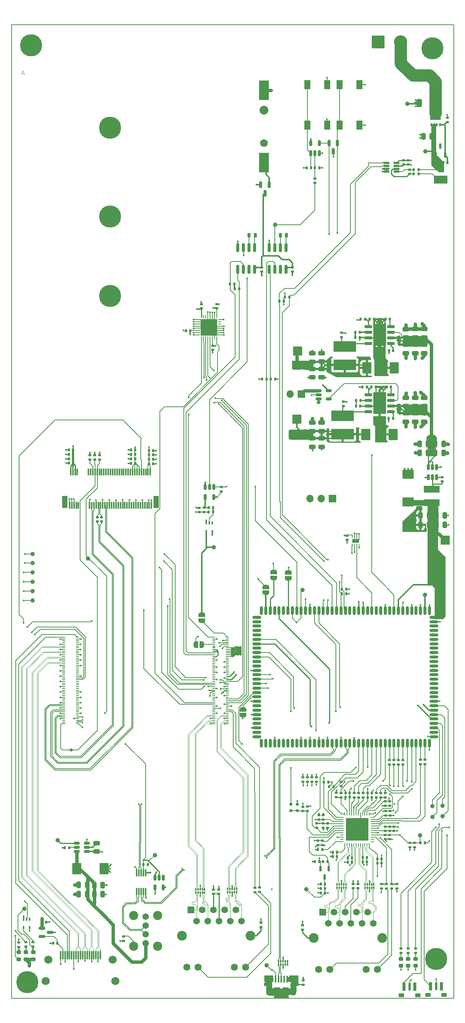
<source format=gbr>
%TF.GenerationSoftware,KiCad,Pcbnew,8.0.6*%
%TF.CreationDate,2025-01-01T18:14:04+00:00*%
%TF.ProjectId,srvant-mk2,73727661-6e74-42d6-9d6b-322e6b696361,rev?*%
%TF.SameCoordinates,Original*%
%TF.FileFunction,Copper,L1,Top*%
%TF.FilePolarity,Positive*%
%FSLAX46Y46*%
G04 Gerber Fmt 4.6, Leading zero omitted, Abs format (unit mm)*
G04 Created by KiCad (PCBNEW 8.0.6) date 2025-01-01 18:14:04*
%MOMM*%
%LPD*%
G01*
G04 APERTURE LIST*
G04 Aperture macros list*
%AMRoundRect*
0 Rectangle with rounded corners*
0 $1 Rounding radius*
0 $2 $3 $4 $5 $6 $7 $8 $9 X,Y pos of 4 corners*
0 Add a 4 corners polygon primitive as box body*
4,1,4,$2,$3,$4,$5,$6,$7,$8,$9,$2,$3,0*
0 Add four circle primitives for the rounded corners*
1,1,$1+$1,$2,$3*
1,1,$1+$1,$4,$5*
1,1,$1+$1,$6,$7*
1,1,$1+$1,$8,$9*
0 Add four rect primitives between the rounded corners*
20,1,$1+$1,$2,$3,$4,$5,0*
20,1,$1+$1,$4,$5,$6,$7,0*
20,1,$1+$1,$6,$7,$8,$9,0*
20,1,$1+$1,$8,$9,$2,$3,0*%
%AMFreePoly0*
4,1,19,0.500000,-0.750000,0.000000,-0.750000,0.000000,-0.744911,-0.071157,-0.744911,-0.207708,-0.704816,-0.327430,-0.627875,-0.420627,-0.520320,-0.479746,-0.390866,-0.500000,-0.250000,-0.500000,0.250000,-0.479746,0.390866,-0.420627,0.520320,-0.327430,0.627875,-0.207708,0.704816,-0.071157,0.744911,0.000000,0.744911,0.000000,0.750000,0.500000,0.750000,0.500000,-0.750000,0.500000,-0.750000,
$1*%
%AMFreePoly1*
4,1,19,0.000000,0.744911,0.071157,0.744911,0.207708,0.704816,0.327430,0.627875,0.420627,0.520320,0.479746,0.390866,0.500000,0.250000,0.500000,-0.250000,0.479746,-0.390866,0.420627,-0.520320,0.327430,-0.627875,0.207708,-0.704816,0.071157,-0.744911,0.000000,-0.744911,0.000000,-0.750000,-0.500000,-0.750000,-0.500000,0.750000,0.000000,0.750000,0.000000,0.744911,0.000000,0.744911,
$1*%
%AMFreePoly2*
4,1,40,0.378536,0.903536,0.380000,0.900000,0.380000,-0.900000,0.378536,-0.903536,0.375000,-0.905000,-0.300000,-0.905000,-0.303536,-0.903536,-0.305000,-0.900000,-0.304999,-0.899911,-0.304841,-0.891038,-0.305186,-0.873322,-0.306398,-0.855697,-0.308474,-0.838092,-0.309850,-0.829328,-0.309767,-0.828986,-0.309879,-0.828997,-0.310689,-0.820081,-0.312972,-0.802345,-0.316121,-0.784757,-0.320148,-0.767353,
-0.322487,-0.758695,-0.322541,-0.758475,-0.324930,-0.747712,-0.330507,-0.726404,-0.337119,-0.705441,-0.344777,-0.684779,-0.348990,-0.674595,-0.349049,-0.674447,-0.352110,-0.666323,-0.358876,-0.650337,-0.366432,-0.634761,-0.374802,-0.619564,-0.379292,-0.612119,-0.380010,-0.609532,-0.380000,-0.599995,-0.380000,0.900000,-0.378536,0.903536,-0.375000,0.905000,0.375000,0.905000,0.378536,0.903536,
0.378536,0.903536,$1*%
%AMFreePoly3*
4,1,40,0.378536,0.903536,0.380000,0.900000,0.380000,-0.600000,0.380010,-0.609532,0.379292,-0.612119,0.374802,-0.619564,0.366432,-0.634761,0.358876,-0.650337,0.352110,-0.666323,0.349049,-0.674447,0.348990,-0.674595,0.344777,-0.684779,0.337119,-0.705441,0.330507,-0.726404,0.324930,-0.747712,0.322541,-0.758475,0.322487,-0.758695,0.320148,-0.767353,0.316121,-0.784757,0.312972,-0.802345,
0.310689,-0.820081,0.309879,-0.828997,0.309866,-0.828995,0.309850,-0.829328,0.308474,-0.838092,0.306398,-0.855697,0.305186,-0.873322,0.304841,-0.891038,0.304999,-0.899911,0.303598,-0.903472,0.300089,-0.904999,0.300000,-0.905000,-0.375000,-0.905000,-0.378536,-0.903536,-0.380000,-0.900000,-0.380000,0.900000,-0.378536,0.903536,-0.375000,0.905000,0.375000,0.905000,0.378536,0.903536,
0.378536,0.903536,$1*%
%AMFreePoly4*
4,1,17,1.395000,0.765000,0.855000,0.765000,0.855000,0.535000,1.395000,0.535000,1.395000,0.115000,0.855000,0.115000,0.855000,-0.115000,1.395000,-0.115000,1.395000,-0.535000,0.855000,-0.535000,0.855000,-0.765000,1.395000,-0.765000,1.395000,-1.185000,-0.855000,-1.185000,-0.855000,1.185000,1.395000,1.185000,1.395000,0.765000,1.395000,0.765000,$1*%
G04 Aperture macros list end*
%TA.AperFunction,Conductor*%
%ADD10C,0.200000*%
%TD*%
%ADD11C,0.125000*%
%TA.AperFunction,NonConductor*%
%ADD12C,0.125000*%
%TD*%
%TA.AperFunction,SMDPad,CuDef*%
%ADD13RoundRect,0.140000X0.170000X-0.140000X0.170000X0.140000X-0.170000X0.140000X-0.170000X-0.140000X0*%
%TD*%
%TA.AperFunction,SMDPad,CuDef*%
%ADD14RoundRect,0.250000X-0.250000X-0.475000X0.250000X-0.475000X0.250000X0.475000X-0.250000X0.475000X0*%
%TD*%
%TA.AperFunction,SMDPad,CuDef*%
%ADD15RoundRect,0.140000X-0.170000X0.140000X-0.170000X-0.140000X0.170000X-0.140000X0.170000X0.140000X0*%
%TD*%
%TA.AperFunction,SMDPad,CuDef*%
%ADD16RoundRect,0.135000X0.185000X-0.135000X0.185000X0.135000X-0.185000X0.135000X-0.185000X-0.135000X0*%
%TD*%
%TA.AperFunction,SMDPad,CuDef*%
%ADD17RoundRect,0.135000X0.135000X0.185000X-0.135000X0.185000X-0.135000X-0.185000X0.135000X-0.185000X0*%
%TD*%
%TA.AperFunction,SMDPad,CuDef*%
%ADD18C,1.000000*%
%TD*%
%TA.AperFunction,SMDPad,CuDef*%
%ADD19R,1.397000X2.108200*%
%TD*%
%TA.AperFunction,SMDPad,CuDef*%
%ADD20RoundRect,0.250000X0.475000X-0.250000X0.475000X0.250000X-0.475000X0.250000X-0.475000X-0.250000X0*%
%TD*%
%TA.AperFunction,SMDPad,CuDef*%
%ADD21RoundRect,0.140000X0.140000X0.170000X-0.140000X0.170000X-0.140000X-0.170000X0.140000X-0.170000X0*%
%TD*%
%TA.AperFunction,SMDPad,CuDef*%
%ADD22RoundRect,0.135000X-0.135000X-0.185000X0.135000X-0.185000X0.135000X0.185000X-0.135000X0.185000X0*%
%TD*%
%TA.AperFunction,SMDPad,CuDef*%
%ADD23C,0.700000*%
%TD*%
%TA.AperFunction,SMDPad,CuDef*%
%ADD24FreePoly0,270.000000*%
%TD*%
%TA.AperFunction,SMDPad,CuDef*%
%ADD25FreePoly1,270.000000*%
%TD*%
%TA.AperFunction,SMDPad,CuDef*%
%ADD26RoundRect,0.250000X0.250000X0.475000X-0.250000X0.475000X-0.250000X-0.475000X0.250000X-0.475000X0*%
%TD*%
%TA.AperFunction,SMDPad,CuDef*%
%ADD27R,0.300000X0.550000*%
%TD*%
%TA.AperFunction,SMDPad,CuDef*%
%ADD28R,0.400000X0.550000*%
%TD*%
%TA.AperFunction,SMDPad,CuDef*%
%ADD29RoundRect,0.250000X-0.787500X-1.025000X0.787500X-1.025000X0.787500X1.025000X-0.787500X1.025000X0*%
%TD*%
%TA.AperFunction,ComponentPad*%
%ADD30R,1.700000X1.700000*%
%TD*%
%TA.AperFunction,ComponentPad*%
%ADD31O,1.700000X1.700000*%
%TD*%
%TA.AperFunction,ComponentPad*%
%ADD32C,2.900000*%
%TD*%
%TA.AperFunction,ConnectorPad*%
%ADD33C,5.000000*%
%TD*%
%TA.AperFunction,SMDPad,CuDef*%
%ADD34RoundRect,0.135000X-0.185000X0.135000X-0.185000X-0.135000X0.185000X-0.135000X0.185000X0.135000X0*%
%TD*%
%TA.AperFunction,SMDPad,CuDef*%
%ADD35R,5.100000X2.350000*%
%TD*%
%TA.AperFunction,SMDPad,CuDef*%
%ADD36RoundRect,0.150000X0.737500X0.150000X-0.737500X0.150000X-0.737500X-0.150000X0.737500X-0.150000X0*%
%TD*%
%TA.AperFunction,HeatsinkPad*%
%ADD37C,0.500000*%
%TD*%
%TA.AperFunction,HeatsinkPad*%
%ADD38R,2.950000X4.900000*%
%TD*%
%TA.AperFunction,SMDPad,CuDef*%
%ADD39R,0.400000X0.650000*%
%TD*%
%TA.AperFunction,SMDPad,CuDef*%
%ADD40RoundRect,0.150000X-0.150000X0.587500X-0.150000X-0.587500X0.150000X-0.587500X0.150000X0.587500X0*%
%TD*%
%TA.AperFunction,SMDPad,CuDef*%
%ADD41RoundRect,0.150000X-0.150000X0.512500X-0.150000X-0.512500X0.150000X-0.512500X0.150000X0.512500X0*%
%TD*%
%TA.AperFunction,ComponentPad*%
%ADD42C,1.473200*%
%TD*%
%TA.AperFunction,ComponentPad*%
%ADD43C,2.057400*%
%TD*%
%TA.AperFunction,SMDPad,CuDef*%
%ADD44RoundRect,0.250000X-0.450000X0.262500X-0.450000X-0.262500X0.450000X-0.262500X0.450000X0.262500X0*%
%TD*%
%TA.AperFunction,SMDPad,CuDef*%
%ADD45FreePoly2,0.000000*%
%TD*%
%TA.AperFunction,SMDPad,CuDef*%
%ADD46R,0.600000X1.800000*%
%TD*%
%TA.AperFunction,SMDPad,CuDef*%
%ADD47FreePoly3,0.000000*%
%TD*%
%TA.AperFunction,SMDPad,CuDef*%
%ADD48R,1.300000X0.900000*%
%TD*%
%TA.AperFunction,SMDPad,CuDef*%
%ADD49RoundRect,0.140000X-0.140000X-0.170000X0.140000X-0.170000X0.140000X0.170000X-0.140000X0.170000X0*%
%TD*%
%TA.AperFunction,SMDPad,CuDef*%
%ADD50RoundRect,0.218750X0.256250X-0.218750X0.256250X0.218750X-0.256250X0.218750X-0.256250X-0.218750X0*%
%TD*%
%TA.AperFunction,SMDPad,CuDef*%
%ADD51RoundRect,0.250000X-0.475000X0.250000X-0.475000X-0.250000X0.475000X-0.250000X0.475000X0.250000X0*%
%TD*%
%TA.AperFunction,SMDPad,CuDef*%
%ADD52R,0.558800X1.270000*%
%TD*%
%TA.AperFunction,ComponentPad*%
%ADD53C,0.500000*%
%TD*%
%TA.AperFunction,SMDPad,CuDef*%
%ADD54R,2.950000X4.900000*%
%TD*%
%TA.AperFunction,SMDPad,CuDef*%
%ADD55RoundRect,0.150000X0.200000X-0.150000X0.200000X0.150000X-0.200000X0.150000X-0.200000X-0.150000X0*%
%TD*%
%TA.AperFunction,SMDPad,CuDef*%
%ADD56R,2.311400X4.495800*%
%TD*%
%TA.AperFunction,ComponentPad*%
%ADD57C,1.752600*%
%TD*%
%TA.AperFunction,ComponentPad*%
%ADD58C,2.006600*%
%TD*%
%TA.AperFunction,SMDPad,CuDef*%
%ADD59RoundRect,0.250000X0.325000X0.650000X-0.325000X0.650000X-0.325000X-0.650000X0.325000X-0.650000X0*%
%TD*%
%TA.AperFunction,SMDPad,CuDef*%
%ADD60RoundRect,0.150000X-0.150000X0.825000X-0.150000X-0.825000X0.150000X-0.825000X0.150000X0.825000X0*%
%TD*%
%TA.AperFunction,SMDPad,CuDef*%
%ADD61R,0.420000X0.700000*%
%TD*%
%TA.AperFunction,SMDPad,CuDef*%
%ADD62FreePoly4,90.000000*%
%TD*%
%TA.AperFunction,SMDPad,CuDef*%
%ADD63R,0.254000X0.762000*%
%TD*%
%TA.AperFunction,SMDPad,CuDef*%
%ADD64R,0.762000X0.254000*%
%TD*%
%TA.AperFunction,SMDPad,CuDef*%
%ADD65R,3.708400X3.708400*%
%TD*%
%TA.AperFunction,SMDPad,CuDef*%
%ADD66RoundRect,0.087500X-0.087500X0.725000X-0.087500X-0.725000X0.087500X-0.725000X0.087500X0.725000X0*%
%TD*%
%TA.AperFunction,SMDPad,CuDef*%
%ADD67FreePoly0,90.000000*%
%TD*%
%TA.AperFunction,SMDPad,CuDef*%
%ADD68FreePoly1,90.000000*%
%TD*%
%TA.AperFunction,SMDPad,CuDef*%
%ADD69RoundRect,0.150000X-0.150000X-0.400000X0.150000X-0.400000X0.150000X0.400000X-0.150000X0.400000X0*%
%TD*%
%TA.AperFunction,SMDPad,CuDef*%
%ADD70R,2.000000X2.000000*%
%TD*%
%TA.AperFunction,ComponentPad*%
%ADD71R,1.500000X1.500000*%
%TD*%
%TA.AperFunction,ComponentPad*%
%ADD72C,1.500000*%
%TD*%
%TA.AperFunction,ComponentPad*%
%ADD73C,1.600000*%
%TD*%
%TA.AperFunction,ComponentPad*%
%ADD74C,2.200000*%
%TD*%
%TA.AperFunction,SMDPad,CuDef*%
%ADD75R,0.254800X0.757199*%
%TD*%
%TA.AperFunction,SMDPad,CuDef*%
%ADD76R,0.757199X0.254800*%
%TD*%
%TA.AperFunction,SMDPad,CuDef*%
%ADD77R,5.156200X5.156200*%
%TD*%
%TA.AperFunction,SMDPad,CuDef*%
%ADD78R,0.330200X1.955800*%
%TD*%
%TA.AperFunction,ComponentPad*%
%ADD79C,1.828800*%
%TD*%
%TA.AperFunction,SMDPad,CuDef*%
%ADD80R,3.600000X1.500000*%
%TD*%
%TA.AperFunction,SMDPad,CuDef*%
%ADD81RoundRect,0.218750X-0.256250X0.218750X-0.256250X-0.218750X0.256250X-0.218750X0.256250X0.218750X0*%
%TD*%
%TA.AperFunction,SMDPad,CuDef*%
%ADD82RoundRect,0.125000X0.537500X0.125000X-0.537500X0.125000X-0.537500X-0.125000X0.537500X-0.125000X0*%
%TD*%
%TA.AperFunction,SMDPad,CuDef*%
%ADD83RoundRect,0.150000X0.512500X0.150000X-0.512500X0.150000X-0.512500X-0.150000X0.512500X-0.150000X0*%
%TD*%
%TA.AperFunction,SMDPad,CuDef*%
%ADD84RoundRect,0.250000X1.025000X-0.787500X1.025000X0.787500X-1.025000X0.787500X-1.025000X-0.787500X0*%
%TD*%
%TA.AperFunction,SMDPad,CuDef*%
%ADD85R,0.700000X0.200000*%
%TD*%
%TA.AperFunction,SMDPad,CuDef*%
%ADD86RoundRect,0.150000X-0.587500X-0.150000X0.587500X-0.150000X0.587500X0.150000X-0.587500X0.150000X0*%
%TD*%
%TA.AperFunction,SMDPad,CuDef*%
%ADD87RoundRect,0.150000X0.150000X-0.512500X0.150000X0.512500X-0.150000X0.512500X-0.150000X-0.512500X0*%
%TD*%
%TA.AperFunction,SMDPad,CuDef*%
%ADD88FreePoly0,180.000000*%
%TD*%
%TA.AperFunction,SMDPad,CuDef*%
%ADD89FreePoly1,180.000000*%
%TD*%
%TA.AperFunction,SMDPad,CuDef*%
%ADD90RoundRect,0.150000X-0.512500X-0.150000X0.512500X-0.150000X0.512500X0.150000X-0.512500X0.150000X0*%
%TD*%
%TA.AperFunction,SMDPad,CuDef*%
%ADD91R,0.400000X1.650000*%
%TD*%
%TA.AperFunction,SMDPad,CuDef*%
%ADD92R,1.825000X0.700000*%
%TD*%
%TA.AperFunction,SMDPad,CuDef*%
%ADD93R,2.000000X1.500000*%
%TD*%
%TA.AperFunction,SMDPad,CuDef*%
%ADD94R,1.350000X2.000000*%
%TD*%
%TA.AperFunction,ComponentPad*%
%ADD95O,1.350000X1.700000*%
%TD*%
%TA.AperFunction,ComponentPad*%
%ADD96O,1.100000X1.500000*%
%TD*%
%TA.AperFunction,SMDPad,CuDef*%
%ADD97R,1.430000X2.500000*%
%TD*%
%TA.AperFunction,SMDPad,CuDef*%
%ADD98O,2.000000X0.650000*%
%TD*%
%TA.AperFunction,SMDPad,CuDef*%
%ADD99O,0.650000X2.000000*%
%TD*%
%TA.AperFunction,SMDPad,CuDef*%
%ADD100R,0.250000X0.500000*%
%TD*%
%TA.AperFunction,ComponentPad*%
%ADD101C,0.600000*%
%TD*%
%TA.AperFunction,SMDPad,CuDef*%
%ADD102R,1.600000X0.900000*%
%TD*%
%TA.AperFunction,ComponentPad*%
%ADD103R,3.000000X3.000000*%
%TD*%
%TA.AperFunction,ComponentPad*%
%ADD104C,3.000000*%
%TD*%
%TA.AperFunction,SMDPad,CuDef*%
%ADD105R,0.304800X1.549400*%
%TD*%
%TA.AperFunction,SMDPad,CuDef*%
%ADD106R,1.193800X2.743200*%
%TD*%
%TA.AperFunction,ViaPad*%
%ADD107C,0.450000*%
%TD*%
%TA.AperFunction,Conductor*%
%ADD108C,0.130000*%
%TD*%
%TA.AperFunction,Conductor*%
%ADD109C,0.199400*%
%TD*%
%TA.AperFunction,Conductor*%
%ADD110C,0.760000*%
%TD*%
%TA.AperFunction,Conductor*%
%ADD111C,0.350000*%
%TD*%
%TA.AperFunction,Conductor*%
%ADD112C,0.250000*%
%TD*%
%TA.AperFunction,Conductor*%
%ADD113C,0.170400*%
%TD*%
%TA.AperFunction,Conductor*%
%ADD114C,0.116100*%
%TD*%
%TA.AperFunction,Conductor*%
%ADD115C,0.150000*%
%TD*%
%TA.AperFunction,Conductor*%
%ADD116C,1.270000*%
%TD*%
%TA.AperFunction,Conductor*%
%ADD117C,2.790000*%
%TD*%
G04 APERTURE END LIST*
D10*
%TO.N,Net-(J4-GND)*%
X-119300000Y-219300000D02*
X-119300000Y700000D01*
X-119300000Y700000D02*
X-19300000Y700000D01*
X-119300000Y-219300000D02*
X-19300000Y-219300000D01*
X-19300000Y-219300000D02*
X-19300000Y700000D01*
D11*
D12*
X-116985287Y-10278404D02*
X-116509097Y-10278404D01*
X-117080525Y-10564119D02*
X-116747192Y-9564119D01*
X-116747192Y-9564119D02*
X-116413859Y-10564119D01*
%TD*%
D13*
%TO.P,C96,1*%
%TO.N,GND*%
X-73841200Y-72778800D03*
%TO.P,C96,2*%
%TO.N,/BMC ethernet/+3v3_AUX*%
X-73841200Y-71818800D03*
%TD*%
D14*
%TO.P,C77,1*%
%TO.N,/cm4/+5v_HOST_VBUS*%
X-100566500Y-195826400D03*
%TO.P,C77,2*%
%TO.N,GND*%
X-98666500Y-195826400D03*
%TD*%
D15*
%TO.P,C15,1*%
%TO.N,Net-(U1-BST)*%
X-21900000Y-101532500D03*
%TO.P,C15,2*%
%TO.N,Net-(U1-SW)*%
X-21900000Y-102492500D03*
%TD*%
%TO.P,C82,1*%
%TO.N,/BMC ethernet/+3v3_AUX*%
X-43393800Y-114737400D03*
%TO.P,C82,2*%
%TO.N,GND*%
X-43393800Y-115697400D03*
%TD*%
D16*
%TO.P,R18,1*%
%TO.N,Net-(U12-TXD0)*%
X-32800000Y-166478000D03*
%TO.P,R18,2*%
%TO.N,TXD0*%
X-32800000Y-165458000D03*
%TD*%
D17*
%TO.P,R46,1*%
%TO.N,/BMC ethernet/3.3v_PHY*%
X-47690000Y-170500000D03*
%TO.P,R46,2*%
%TO.N,PHY_INT_N*%
X-48710000Y-170500000D03*
%TD*%
D18*
%TO.P,TP14,1,1*%
%TO.N,/cm4/PCIE_nRST*%
X-102000000Y-119900000D03*
%TD*%
D16*
%TO.P,R15,1*%
%TO.N,Net-(J5-LED2-)*%
X-34530700Y-194504000D03*
%TO.P,R15,2*%
%TO.N,/BMC ethernet/PHY_LED_LINK {slash} PHYAD1*%
X-34530700Y-193484000D03*
%TD*%
D18*
%TO.P,TP17,1,1*%
%TO.N,/bmc/+5V_BMC_OTG*%
X-61586400Y-211844000D03*
%TD*%
D19*
%TO.P,SW3,1,1*%
%TO.N,GND*%
X-47929800Y-12852400D03*
%TO.P,SW3,2,2*%
X-47929800Y-21945600D03*
%TO.P,SW3,3,3*%
%TO.N,Net-(R73-Pad2)*%
X-52400200Y-12852400D03*
%TO.P,SW3,4,4*%
X-52400200Y-21945600D03*
%TD*%
D20*
%TO.P,C25,1*%
%TO.N,/cm4/+5v_HOST*%
X-49200000Y-91112500D03*
%TO.P,C25,2*%
%TO.N,GND*%
X-49200000Y-89212500D03*
%TD*%
D21*
%TO.P,C14,1*%
%TO.N,Net-(U2-SS)*%
X-33520000Y-81162500D03*
%TO.P,C14,2*%
%TO.N,GND*%
X-34480000Y-81162500D03*
%TD*%
D22*
%TO.P,R11,1*%
%TO.N,/BMC ethernet/+3v3_AUX*%
X-62610000Y-79400000D03*
%TO.P,R11,2*%
%TO.N,/bmc/BMC_I2C_2_SCK*%
X-61590000Y-79400000D03*
%TD*%
D23*
%TO.P,TP15,1,1*%
%TO.N,/cm4/PCIE_CLK_nREQ*%
X-105800000Y-163200000D03*
%TD*%
D24*
%TO.P,JP2,1,A*%
%TO.N,Net-(JP2-A)*%
X-66929000Y-154051000D03*
D25*
%TO.P,JP2,2,B*%
%TO.N,/bmc/BMC_HOST_EEPROM_nWP*%
X-66929000Y-155351000D03*
%TD*%
D26*
%TO.P,C4,1*%
%TO.N,/power/SENSE_IN-*%
X-25100000Y-96062500D03*
%TO.P,C4,2*%
%TO.N,GND*%
X-27000000Y-96062500D03*
%TD*%
D18*
%TO.P,TP10,1,1*%
%TO.N,/BMC ethernet/3.3v_PHY*%
X-26900000Y-182500000D03*
%TD*%
D27*
%TO.P,U19,1,D1+*%
%TO.N,/cm4/TRD3_P*%
X-68407600Y-194619600D03*
%TO.P,U19,2,D1-*%
%TO.N,/cm4/TRD3_N*%
X-68907600Y-194619600D03*
D28*
%TO.P,U19,3,GND*%
%TO.N,GND*%
X-69407600Y-194619600D03*
D27*
%TO.P,U19,4,D2+*%
%TO.N,/cm4/TRD2_N*%
X-69907600Y-194619600D03*
%TO.P,U19,5,D2-*%
%TO.N,/cm4/TRD2_P*%
X-70407600Y-194619600D03*
%TO.P,U19,6*%
X-70407600Y-195389600D03*
%TO.P,U19,7*%
%TO.N,/cm4/TRD2_N*%
X-69907600Y-195389600D03*
D28*
%TO.P,U19,8,GND*%
%TO.N,GND*%
X-69407600Y-195389600D03*
D27*
%TO.P,U19,9*%
%TO.N,/cm4/TRD3_N*%
X-68907600Y-195389600D03*
%TO.P,U19,10*%
%TO.N,/cm4/TRD3_P*%
X-68407600Y-195389600D03*
%TD*%
D29*
%TO.P,C120,1*%
%TO.N,/BMC ethernet/+3v3_AUX*%
X-38962500Y-76862500D03*
%TO.P,C120,2*%
%TO.N,GND*%
X-32737500Y-76862500D03*
%TD*%
D18*
%TO.P,TRST1,1,1*%
%TO.N,/cm4/ARM_TRST*%
X-114554000Y-127272000D03*
%TD*%
D21*
%TO.P,C85,1*%
%TO.N,/BMC ethernet/+3v3_AUX*%
X-91320000Y-95400000D03*
%TO.P,C85,2*%
%TO.N,GND*%
X-92280000Y-95400000D03*
%TD*%
D16*
%TO.P,R61,1*%
%TO.N,/cm4/PCIE_CLK_nREQ*%
X-100500000Y-97600000D03*
%TO.P,R61,2*%
%TO.N,/BMC ethernet/+3v3_AUX*%
X-100500000Y-96580000D03*
%TD*%
D22*
%TO.P,R75,1*%
%TO.N,/cm4/HOST_SCL0*%
X-69910000Y-57900000D03*
%TO.P,R75,2*%
%TO.N,/BMC ethernet/+3v3_AUX*%
X-68890000Y-57900000D03*
%TD*%
D17*
%TO.P,R53,1*%
%TO.N,Net-(U14-ILIM)*%
X-106238000Y-185292000D03*
%TO.P,R53,2*%
%TO.N,GND*%
X-107258000Y-185292000D03*
%TD*%
D30*
%TO.P,J3,1,Pin_1*%
%TO.N,GND*%
X-46760000Y-106400000D03*
D31*
%TO.P,J3,2,Pin_2*%
%TO.N,/bmc/BMC_DEBUG_TX*%
X-49300000Y-106400000D03*
%TO.P,J3,3,Pin_3*%
%TO.N,/bmc/BMC_DEBUG_RX*%
X-51840000Y-106400000D03*
%TD*%
D21*
%TO.P,C62,1*%
%TO.N,/BMC ethernet/3.3v_PHY*%
X-45674600Y-187341400D03*
%TO.P,C62,2*%
%TO.N,GND*%
X-46634600Y-187341400D03*
%TD*%
%TO.P,C87,1*%
%TO.N,/BMC ethernet/+3v3_AUX*%
X-91320000Y-97400000D03*
%TO.P,C87,2*%
%TO.N,GND*%
X-92280000Y-97400000D03*
%TD*%
D32*
%TO.P,H1,1*%
%TO.N,N/C*%
X-97000000Y-60600000D03*
D33*
X-97000000Y-60600000D03*
%TD*%
D34*
%TO.P,R57,1*%
%TO.N,Net-(C90-Pad2)*%
X-75794800Y-108423400D03*
%TO.P,R57,2*%
%TO.N,/BMC ethernet/+3v3_AUX*%
X-75794800Y-109443400D03*
%TD*%
D15*
%TO.P,C35,1*%
%TO.N,/BMC ethernet/1V2*%
X-34800000Y-174820000D03*
%TO.P,C35,2*%
%TO.N,GND*%
X-34800000Y-175780000D03*
%TD*%
D34*
%TO.P,R30,1*%
%TO.N,/BMC ethernet/3.3v_PHY*%
X-53400000Y-169390000D03*
%TO.P,R30,2*%
%TO.N,/BMC ethernet/MODE0*%
X-53400000Y-170410000D03*
%TD*%
D35*
%TO.P,L4,1,1*%
%TO.N,Net-(U26-SW)*%
X-43950000Y-71987500D03*
%TO.P,L4,2,2*%
%TO.N,/BMC ethernet/+3v3_AUX*%
X-43950000Y-76137500D03*
%TD*%
D36*
%TO.P,U26,1,BST*%
%TO.N,Net-(U26-BST)*%
X-33507500Y-71317500D03*
%TO.P,U26,2,VIN*%
%TO.N,/power/SENSE_IN-*%
X-33507500Y-70047500D03*
%TO.P,U26,3,EN*%
X-33507500Y-68777500D03*
%TO.P,U26,4,SS*%
%TO.N,Net-(U26-SS)*%
X-33507500Y-67507500D03*
%TO.P,U26,5,FB*%
%TO.N,Net-(U26-FB)*%
X-38632500Y-67507500D03*
%TO.P,U26,6,COMP*%
%TO.N,Net-(U26-COMP)*%
X-38632500Y-68777500D03*
%TO.P,U26,7,GND*%
%TO.N,GND*%
X-38632500Y-70047500D03*
%TO.P,U26,8,SW*%
%TO.N,Net-(U26-SW)*%
X-38632500Y-71317500D03*
D37*
%TO.P,U26,9,EP*%
%TO.N,GND*%
X-35420000Y-71362500D03*
X-35420000Y-70062500D03*
X-35420000Y-68762500D03*
X-35420000Y-67462500D03*
D38*
X-36070000Y-69412500D03*
D37*
X-36720000Y-71362500D03*
X-36720000Y-70062500D03*
X-36720000Y-68762500D03*
X-36720000Y-67462500D03*
%TD*%
D13*
%TO.P,C34,1*%
%TO.N,/BMC ethernet/1V2*%
X-34700000Y-177980000D03*
%TO.P,C34,2*%
%TO.N,GND*%
X-34700000Y-177020000D03*
%TD*%
D39*
%TO.P,U18,1*%
%TO.N,N/C*%
X-115250000Y-201450000D03*
%TO.P,U18,2*%
%TO.N,/cm4/nPWR_LED*%
X-115900000Y-201450000D03*
%TO.P,U18,3,GND*%
%TO.N,GND*%
X-116550000Y-201450000D03*
%TO.P,U18,4*%
%TO.N,Net-(R65-Pad2)*%
X-116550000Y-203350000D03*
%TO.P,U18,5,VCC*%
%TO.N,/BMC ethernet/+3v3_AUX*%
X-115250000Y-203350000D03*
%TD*%
D40*
%TO.P,D9,1,K*%
%TO.N,/bmc/EMMC_KEY*%
X-45598000Y-26035000D03*
%TO.P,D9,2,K*%
%TO.N,/bmc/RST_KEY*%
X-47498000Y-26035000D03*
%TO.P,D9,3,A*%
%TO.N,GND*%
X-46548000Y-27910000D03*
%TD*%
D16*
%TO.P,R24,1*%
%TO.N,/BMC ethernet/PHY_RESET_N*%
X-52400000Y-177010000D03*
%TO.P,R24,2*%
%TO.N,/BMC ethernet/3.3v_PHY*%
X-52400000Y-175990000D03*
%TD*%
D21*
%TO.P,C93,1*%
%TO.N,/BMC ethernet/+3v3_AUX*%
X-105390000Y-96370000D03*
%TO.P,C93,2*%
%TO.N,GND*%
X-106350000Y-96370000D03*
%TD*%
%TO.P,C125,1*%
%TO.N,/BMC ethernet/1V2*%
X-48420000Y-194500000D03*
%TO.P,C125,2*%
%TO.N,GND*%
X-49380000Y-194500000D03*
%TD*%
D22*
%TO.P,R54,1*%
%TO.N,/cm4/USBOTG_ID*%
X-89510000Y-189100000D03*
%TO.P,R54,2*%
%TO.N,GND*%
X-88490000Y-189100000D03*
%TD*%
%TO.P,FB2,1*%
%TO.N,/BMC ethernet/3.3v_PHY*%
X-26810000Y-184200000D03*
%TO.P,FB2,2*%
%TO.N,/BMC ethernet/+3v3_AUX*%
X-25790000Y-184200000D03*
%TD*%
D14*
%TO.P,C19,1*%
%TO.N,/bmc/+5v_BMC*%
X-23200000Y-110212500D03*
%TO.P,C19,2*%
%TO.N,GND*%
X-21300000Y-110212500D03*
%TD*%
D41*
%TO.P,U24,1*%
%TO.N,/bmc/BMC_HOST_POWER_OUT*%
X-73570000Y-103762500D03*
%TO.P,U24,2*%
%TO.N,/cm4/nRTC_INT*%
X-74520000Y-103762500D03*
%TO.P,U24,3,GND*%
%TO.N,GND*%
X-75470000Y-103762500D03*
%TO.P,U24,4*%
%TO.N,Net-(C90-Pad2)*%
X-75470000Y-106037500D03*
%TO.P,U24,5,VCC*%
%TO.N,/BMC ethernet/+3v3_AUX*%
X-73570000Y-106037500D03*
%TD*%
D13*
%TO.P,C104,1*%
%TO.N,Net-(C104-Pad1)*%
X-72430200Y-195709200D03*
%TO.P,C104,2*%
%TO.N,GND*%
X-72430200Y-194749200D03*
%TD*%
D27*
%TO.P,U20,1,D1+*%
%TO.N,/cm4/TRD1_P*%
X-75638600Y-194670400D03*
%TO.P,U20,2,D1-*%
%TO.N,/cm4/TRD1_N*%
X-76138600Y-194670400D03*
D28*
%TO.P,U20,3,GND*%
%TO.N,GND*%
X-76638600Y-194670400D03*
D27*
%TO.P,U20,4,D2+*%
%TO.N,/cm4/TRD0_N*%
X-77138600Y-194670400D03*
%TO.P,U20,5,D2-*%
%TO.N,/cm4/TRD0_P*%
X-77638600Y-194670400D03*
%TO.P,U20,6*%
X-77638600Y-195440400D03*
%TO.P,U20,7*%
%TO.N,/cm4/TRD0_N*%
X-77138600Y-195440400D03*
D28*
%TO.P,U20,8,GND*%
%TO.N,GND*%
X-76638600Y-195440400D03*
D27*
%TO.P,U20,9*%
%TO.N,/cm4/TRD1_N*%
X-76138600Y-195440400D03*
%TO.P,U20,10*%
%TO.N,/cm4/TRD1_P*%
X-75638600Y-195440400D03*
%TD*%
D18*
%TO.P,USBOTG_ID,1,1*%
%TO.N,/cm4/USBOTG_ID*%
X-86868000Y-186944000D03*
%TD*%
D42*
%TO.P,J11,1,VBUS*%
%TO.N,/cm4/+5v_HOST_VBUS*%
X-88988349Y-206857350D03*
%TO.P,J11,2,D-*%
%TO.N,/cm4/USB_OUT_N*%
X-88988349Y-204857351D03*
%TO.P,J11,3,D+*%
%TO.N,/cm4/USB_OUT_P*%
X-88988349Y-202857350D03*
%TO.P,J11,4,GND*%
%TO.N,Net-(J11-GND)*%
X-88988349Y-200857352D03*
D43*
%TO.P,J11,5,Shield*%
X-91708349Y-207587351D03*
%TO.P,J11,6*%
%TO.N,N/C*%
X-86268349Y-207587351D03*
%TO.P,J11,7*%
X-91708349Y-200587350D03*
%TO.P,J11,8*%
X-86268349Y-200587350D03*
%TD*%
D21*
%TO.P,C90,1*%
%TO.N,Net-(C90-Pad1)*%
X-73740000Y-108400000D03*
%TO.P,C90,2*%
%TO.N,Net-(C90-Pad2)*%
X-74700000Y-108400000D03*
%TD*%
D22*
%TO.P,R76,1*%
%TO.N,/BMC ethernet/+3v3_AUX*%
X-68810000Y-59000000D03*
%TO.P,R76,2*%
%TO.N,/cm4/HOST_SDA0*%
X-67790000Y-59000000D03*
%TD*%
D14*
%TO.P,C75,1*%
%TO.N,/cm4/+5v_HOST_VBUS*%
X-100566500Y-193743600D03*
%TO.P,C75,2*%
%TO.N,GND*%
X-98666500Y-193743600D03*
%TD*%
D44*
%TO.P,R2,1*%
%TO.N,/power/SENSE_IN+*%
X-22200000Y-32087500D03*
%TO.P,R2,2*%
%TO.N,/power/SENSE_IN-*%
X-22200000Y-33912500D03*
%TD*%
D15*
%TO.P,C66,1*%
%TO.N,/BMC ethernet/3.3v_PHY*%
X-48813000Y-179820000D03*
%TO.P,C66,2*%
%TO.N,GND*%
X-48813000Y-180780000D03*
%TD*%
D16*
%TO.P,R1,1*%
%TO.N,Net-(D1-A)*%
X-20758400Y-21261100D03*
%TO.P,R1,2*%
%TO.N,GND*%
X-20758400Y-20241100D03*
%TD*%
D35*
%TO.P,L2,1,1*%
%TO.N,Net-(U2-SW)*%
X-44400000Y-87687500D03*
%TO.P,L2,2,2*%
%TO.N,/cm4/+5v_HOST*%
X-44400000Y-91837500D03*
%TD*%
D34*
%TO.P,R40,1*%
%TO.N,RXD2*%
X-36800000Y-172890000D03*
%TO.P,R40,2*%
%TO.N,/BMC ethernet/MODE2*%
X-36800000Y-173910000D03*
%TD*%
D45*
%TO.P,SW4,1,1*%
%TO.N,/bmc/BMC_HOST_RESET_BUTTON*%
X-30525000Y-216700000D03*
D46*
%TO.P,SW4,2,2*%
%TO.N,GND*%
X-29300000Y-216700000D03*
D47*
%TO.P,SW4,3*%
%TO.N,N/C*%
X-28075000Y-216700000D03*
D48*
%TO.P,SW4,S1*%
X-31150000Y-218650000D03*
%TO.P,SW4,S2*%
X-27450000Y-218650000D03*
%TD*%
D26*
%TO.P,C6,1*%
%TO.N,/power/SENSE_IN-*%
X-25100000Y-94012500D03*
%TO.P,C6,2*%
%TO.N,GND*%
X-27000000Y-94012500D03*
%TD*%
D49*
%TO.P,C45,1*%
%TO.N,/BMC ethernet/1V2*%
X-39874600Y-188483800D03*
%TO.P,C45,2*%
%TO.N,GND*%
X-38914600Y-188483800D03*
%TD*%
D50*
%TO.P,D3,1,K*%
%TO.N,GND*%
X-29600000Y-211987500D03*
%TO.P,D3,2,A*%
%TO.N,Net-(D3-A)*%
X-29600000Y-210412500D03*
%TD*%
D16*
%TO.P,R20,1*%
%TO.N,Net-(U12-TXD2)*%
X-25800000Y-166410000D03*
%TO.P,R20,2*%
%TO.N,TXD2*%
X-25800000Y-165390000D03*
%TD*%
D22*
%TO.P,R71,1*%
%TO.N,/bmc/BMC_I2C_3_SCK*%
X-44610000Y-127900000D03*
%TO.P,R71,2*%
%TO.N,/BMC ethernet/+3v3_AUX*%
X-43590000Y-127900000D03*
%TD*%
D49*
%TO.P,C42,1*%
%TO.N,/BMC ethernet/+3v3_AUX*%
X-88200000Y-96500000D03*
%TO.P,C42,2*%
%TO.N,GND*%
X-87240000Y-96500000D03*
%TD*%
D13*
%TO.P,C33,1*%
%TO.N,/BMC ethernet/1V2*%
X-32800000Y-181480000D03*
%TO.P,C33,2*%
%TO.N,GND*%
X-32800000Y-180520000D03*
%TD*%
D22*
%TO.P,R69,1*%
%TO.N,Net-(U26-FB)*%
X-38360000Y-65862500D03*
%TO.P,R69,2*%
%TO.N,GND*%
X-37340000Y-65862500D03*
%TD*%
D34*
%TO.P,R36,1*%
%TO.N,RXC*%
X-44800000Y-172890000D03*
%TO.P,R36,2*%
%TO.N,/BMC ethernet/PHYAD2*%
X-44800000Y-173910000D03*
%TD*%
D21*
%TO.P,C92,1*%
%TO.N,/BMC ethernet/+3v3_AUX*%
X-105390000Y-95370000D03*
%TO.P,C92,2*%
%TO.N,GND*%
X-106350000Y-95370000D03*
%TD*%
%TO.P,C112,1*%
%TO.N,Net-(U26-SS)*%
X-33770000Y-65862500D03*
%TO.P,C112,2*%
%TO.N,GND*%
X-34730000Y-65862500D03*
%TD*%
D49*
%TO.P,C114,1*%
%TO.N,Net-(C114-Pad1)*%
X-41530000Y-69962500D03*
%TO.P,C114,2*%
%TO.N,GND*%
X-40570000Y-69962500D03*
%TD*%
D16*
%TO.P,R66,1*%
%TO.N,Net-(J9-LED2-)*%
X-63230000Y-195300000D03*
%TO.P,R66,2*%
%TO.N,/cm4/ETH_LEDG*%
X-63230000Y-194280000D03*
%TD*%
D20*
%TO.P,C12,1*%
%TO.N,/power/SENSE_IN-*%
X-28050000Y-85462500D03*
%TO.P,C12,2*%
%TO.N,GND*%
X-28050000Y-83562500D03*
%TD*%
D51*
%TO.P,C7,1*%
%TO.N,/power/SENSE_IN-*%
X-28050000Y-87112500D03*
%TO.P,C7,2*%
%TO.N,GND*%
X-28050000Y-89012500D03*
%TD*%
D16*
%TO.P,R33,1*%
%TO.N,/BMC ethernet/PHYAD2*%
X-45847000Y-173865000D03*
%TO.P,R33,2*%
%TO.N,GND*%
X-45847000Y-172845000D03*
%TD*%
D52*
%TO.P,D1,1,K*%
%TO.N,/power/SENSE_IN+*%
X-23328700Y-28756800D03*
%TO.P,D1,2,A*%
%TO.N,Net-(D1-A)*%
X-21271300Y-28756800D03*
%TO.P,D1,3*%
%TO.N,N/C*%
X-22300000Y-26674000D03*
%TD*%
D18*
%TO.P,TP19,1,1*%
%TO.N,/bmc/NMI_N*%
X-59690000Y-44450000D03*
%TD*%
%TO.P,TP8,1,1*%
%TO.N,/bmc/JTAG_DI*%
X-24130000Y-178308000D03*
%TD*%
D22*
%TO.P,R73,1*%
%TO.N,/BMC ethernet/+3v3_AUX*%
X-52580000Y-31623000D03*
%TO.P,R73,2*%
%TO.N,Net-(R73-Pad2)*%
X-51560000Y-31623000D03*
%TD*%
D50*
%TO.P,D10,1,K*%
%TO.N,Net-(D10-K)*%
X-117700000Y-210515150D03*
%TO.P,D10,2,A*%
%TO.N,Net-(D10-A)*%
X-117700000Y-208940150D03*
%TD*%
D51*
%TO.P,C117,1*%
%TO.N,/BMC ethernet/+3v3_AUX*%
X-49200000Y-77062500D03*
%TO.P,C117,2*%
%TO.N,GND*%
X-49200000Y-78962500D03*
%TD*%
D36*
%TO.P,U2,1,BST*%
%TO.N,Net-(U2-BST)*%
X-33487500Y-86717500D03*
%TO.P,U2,2,VIN*%
%TO.N,/power/SENSE_IN-*%
X-33487500Y-85447500D03*
%TO.P,U2,3,EN*%
%TO.N,/power/PSU_EN*%
X-33487500Y-84177500D03*
%TO.P,U2,4,SS*%
%TO.N,Net-(U2-SS)*%
X-33487500Y-82907500D03*
%TO.P,U2,5,FB*%
%TO.N,Net-(U2-FB)*%
X-38612500Y-82907500D03*
%TO.P,U2,6,COMP*%
%TO.N,Net-(U2-COMP)*%
X-38612500Y-84177500D03*
%TO.P,U2,7,GND*%
%TO.N,GND*%
X-38612500Y-85447500D03*
%TO.P,U2,8,SW*%
%TO.N,Net-(U2-SW)*%
X-38612500Y-86717500D03*
D53*
%TO.P,U2,9,EP*%
%TO.N,GND*%
X-35400000Y-86762500D03*
X-35400000Y-85462500D03*
X-35400000Y-84162500D03*
X-35400000Y-82862500D03*
D54*
X-36050000Y-84812500D03*
D53*
X-36700000Y-86762500D03*
X-36700000Y-85462500D03*
X-36700000Y-84162500D03*
X-36700000Y-82862500D03*
%TD*%
D21*
%TO.P,C69,1*%
%TO.N,Net-(U2-BST)*%
X-33020000Y-88262500D03*
%TO.P,C69,2*%
%TO.N,Net-(C69-Pad2)*%
X-33980000Y-88262500D03*
%TD*%
D51*
%TO.P,C110,1*%
%TO.N,/power/SENSE_IN-*%
X-30150000Y-71612500D03*
%TO.P,C110,2*%
%TO.N,GND*%
X-30150000Y-73512500D03*
%TD*%
D15*
%TO.P,C54,1*%
%TO.N,/BMC ethernet/3.3v_PHY*%
X-28200000Y-184220000D03*
%TO.P,C54,2*%
%TO.N,GND*%
X-28200000Y-185180000D03*
%TD*%
D55*
%TO.P,D6,1,K*%
%TO.N,MAC_RESET_OUT_N*%
X-56100000Y-175500000D03*
%TO.P,D6,2,A*%
%TO.N,/BMC ethernet/PHY_RESET_N*%
X-56100000Y-176900000D03*
%TD*%
D18*
%TO.P,nOCS1,1,1*%
%TO.N,/cm4/nOCS1*%
X-108848000Y-183592000D03*
%TD*%
D51*
%TO.P,C13,1*%
%TO.N,/power/SENSE_IN-*%
X-26000000Y-87112500D03*
%TO.P,C13,2*%
%TO.N,GND*%
X-26000000Y-89012500D03*
%TD*%
%TO.P,C26,1*%
%TO.N,/cm4/+5v_HOST*%
X-49200000Y-92762500D03*
%TO.P,C26,2*%
%TO.N,GND*%
X-49200000Y-94662500D03*
%TD*%
D49*
%TO.P,C41,1*%
%TO.N,/BMC ethernet/1V2*%
X-38780000Y-173941400D03*
%TO.P,C41,2*%
%TO.N,GND*%
X-37820000Y-173941400D03*
%TD*%
D55*
%TO.P,D5,1,K*%
%TO.N,/BMC ethernet/3.3v_PHY*%
X-54700000Y-175500000D03*
%TO.P,D5,2,A*%
%TO.N,/BMC ethernet/PHY_RESET_N*%
X-54700000Y-176900000D03*
%TD*%
D56*
%TO.P,BT1,1,+*%
%TO.N,Net-(BT1-+)*%
X-62200000Y-30475010D03*
%TO.P,BT1,2,-*%
%TO.N,GND*%
X-62200000Y-14074992D03*
D57*
%TO.P,BT1,3*%
%TO.N,N/C*%
X-62200000Y-26000000D03*
D58*
%TO.P,BT1,4*%
X-62200000Y-18550091D03*
%TD*%
D59*
%TO.P,C1,1*%
%TO.N,/power/VIN*%
X-24100000Y-17007500D03*
%TO.P,C1,2*%
%TO.N,GND*%
X-27050000Y-17007500D03*
%TD*%
D60*
%TO.P,U6,1,OSCI*%
%TO.N,Net-(U6-OSCI)*%
X-57195000Y-49625000D03*
%TO.P,U6,2,OSCO*%
%TO.N,Net-(U6-OSCO)*%
X-58465000Y-49625000D03*
%TO.P,U6,3,~INT~*%
%TO.N,/bmc/NMI_N*%
X-59735000Y-49625000D03*
%TO.P,U6,4,VSS*%
%TO.N,GND*%
X-61005000Y-49625000D03*
%TO.P,U6,5,SDA*%
%TO.N,/bmc/BMC_I2C_2_SDA*%
X-61005000Y-54575000D03*
%TO.P,U6,6,SCL*%
%TO.N,/bmc/BMC_I2C_2_SCK*%
X-59735000Y-54575000D03*
%TO.P,U6,7,CLKO*%
%TO.N,unconnected-(U6-CLKO-Pad7)*%
X-58465000Y-54575000D03*
%TO.P,U6,8,VDD*%
%TO.N,/cm4/+BATT*%
X-57195000Y-54575000D03*
%TD*%
D27*
%TO.P,U11,1,D1+*%
%TO.N,/BMC ethernet/TXRXA_P*%
X-45710000Y-194335000D03*
%TO.P,U11,2,D1-*%
%TO.N,/BMC ethernet/TXRXA_N*%
X-45210000Y-194335000D03*
D28*
%TO.P,U11,3,GND*%
%TO.N,GND*%
X-44710000Y-194335000D03*
D27*
%TO.P,U11,4,D2+*%
%TO.N,/BMC ethernet/TXRXB_P*%
X-44210000Y-194335000D03*
%TO.P,U11,5,D2-*%
%TO.N,/BMC ethernet/TXRXB_N*%
X-43710000Y-194335000D03*
%TO.P,U11,6*%
X-43710000Y-193565000D03*
%TO.P,U11,7*%
%TO.N,/BMC ethernet/TXRXB_P*%
X-44210000Y-193565000D03*
D28*
%TO.P,U11,8,GND*%
%TO.N,GND*%
X-44710000Y-193565000D03*
D27*
%TO.P,U11,9*%
%TO.N,/BMC ethernet/TXRXA_N*%
X-45210000Y-193565000D03*
%TO.P,U11,10*%
%TO.N,/BMC ethernet/TXRXA_P*%
X-45710000Y-193565000D03*
%TD*%
D15*
%TO.P,C30,1*%
%TO.N,/BMC ethernet/+3v3_AUX*%
X-30644700Y-29927400D03*
%TO.P,C30,2*%
%TO.N,GND*%
X-30644700Y-30887400D03*
%TD*%
D21*
%TO.P,C126,1*%
%TO.N,/BMC ethernet/1V2*%
X-48420000Y-195500000D03*
%TO.P,C126,2*%
%TO.N,GND*%
X-49380000Y-195500000D03*
%TD*%
D34*
%TO.P,R39,1*%
%TO.N,RXD1*%
X-39800000Y-172890000D03*
%TO.P,R39,2*%
%TO.N,/BMC ethernet/MODE1*%
X-39800000Y-173910000D03*
%TD*%
D32*
%TO.P,H6,1*%
%TO.N,N/C*%
X-23300000Y-210400000D03*
D33*
X-23300000Y-210400000D03*
%TD*%
D13*
%TO.P,C94,1*%
%TO.N,/BMC ethernet/+3v3_AUX*%
X-76391300Y-63408750D03*
%TO.P,C94,2*%
%TO.N,GND*%
X-76391300Y-62448750D03*
%TD*%
D34*
%TO.P,FB1,1*%
%TO.N,GND*%
X-53321600Y-215268400D03*
%TO.P,FB1,2*%
%TO.N,Net-(J4-GND)*%
X-53321600Y-216288400D03*
%TD*%
D16*
%TO.P,R17,1*%
%TO.N,Net-(J5-LED1-)*%
X-33316500Y-194504000D03*
%TO.P,R17,2*%
%TO.N,/BMC ethernet/PHY_LED_ACT {slash} PHYAD0*%
X-33316500Y-193484000D03*
%TD*%
D34*
%TO.P,R25,1*%
%TO.N,/BMC ethernet/3.3v_PHY*%
X-50300000Y-179790000D03*
%TO.P,R25,2*%
%TO.N,CLK125_OUT*%
X-50300000Y-180810000D03*
%TD*%
D22*
%TO.P,R5,1*%
%TO.N,/cm4/+5v_HOST*%
X-39910000Y-81162500D03*
%TO.P,R5,2*%
%TO.N,Net-(U2-FB)*%
X-38890000Y-81162500D03*
%TD*%
%TO.P,R12,1*%
%TO.N,/bmc/BMC_I2C_2_SDA*%
X-60710000Y-79400000D03*
%TO.P,R12,2*%
%TO.N,/BMC ethernet/+3v3_AUX*%
X-59690000Y-79400000D03*
%TD*%
D16*
%TO.P,R48,1*%
%TO.N,/BMC ethernet/3.3v_PHY*%
X-44800000Y-171410000D03*
%TO.P,R48,2*%
%TO.N,PHY_MDC*%
X-44800000Y-170390000D03*
%TD*%
D20*
%TO.P,C9,1*%
%TO.N,/power/SENSE_IN-*%
X-30100000Y-85462500D03*
%TO.P,C9,2*%
%TO.N,GND*%
X-30100000Y-83562500D03*
%TD*%
D17*
%TO.P,R59,1*%
%TO.N,Net-(C90-Pad1)*%
X-73735400Y-109466800D03*
%TO.P,R59,2*%
%TO.N,/BMC ethernet/+3v3_AUX*%
X-74755400Y-109466800D03*
%TD*%
D20*
%TO.P,C116,1*%
%TO.N,/BMC ethernet/+3v3_AUX*%
X-49200000Y-75412500D03*
%TO.P,C116,2*%
%TO.N,GND*%
X-49200000Y-73512500D03*
%TD*%
D15*
%TO.P,C63,1*%
%TO.N,/BMC ethernet/3.3v_PHY*%
X-34800000Y-182420000D03*
%TO.P,C63,2*%
%TO.N,GND*%
X-34800000Y-183380000D03*
%TD*%
D16*
%TO.P,R13,1*%
%TO.N,Net-(D3-A)*%
X-29600000Y-209110000D03*
%TO.P,R13,2*%
%TO.N,/bmc/BMC_USER_LED*%
X-29600000Y-208090000D03*
%TD*%
D21*
%TO.P,C91,1*%
%TO.N,/BMC ethernet/+3v3_AUX*%
X-91320000Y-98400000D03*
%TO.P,C91,2*%
%TO.N,GND*%
X-92280000Y-98400000D03*
%TD*%
D49*
%TO.P,C2,1*%
%TO.N,/power/SENSE_IN+*%
X-21680000Y-30400000D03*
%TO.P,C2,2*%
%TO.N,Net-(D1-A)*%
X-20720000Y-30400000D03*
%TD*%
D51*
%TO.P,C5,1*%
%TO.N,/power/SENSE_IN-*%
X-30100000Y-87112500D03*
%TO.P,C5,2*%
%TO.N,GND*%
X-30100000Y-89012500D03*
%TD*%
D61*
%TO.P,Q1,1,S*%
%TO.N,/power/SENSE_IN+*%
X-24375000Y-21907500D03*
%TO.P,Q1,2,S*%
X-23725000Y-21907500D03*
%TO.P,Q1,3,S*%
X-23075000Y-21907500D03*
%TO.P,Q1,4,G*%
%TO.N,Net-(D1-A)*%
X-22425000Y-21907500D03*
D62*
%TO.P,Q1,5,D*%
%TO.N,/power/VIN*%
X-23400000Y-19952500D03*
%TD*%
D18*
%TO.P,TP13,1,1*%
%TO.N,/bmc/JTAG_CK*%
X-21844000Y-178181000D03*
%TD*%
D16*
%TO.P,R60,1*%
%TO.N,Net-(D7-K)*%
X-116055200Y-207615050D03*
%TO.P,R60,2*%
%TO.N,Net-(Module1A-PI_nLED_Activity)*%
X-116055200Y-206595050D03*
%TD*%
D21*
%TO.P,C111,1*%
%TO.N,Net-(U26-BST)*%
X-32970000Y-72962500D03*
%TO.P,C111,2*%
%TO.N,Net-(C111-Pad2)*%
X-33930000Y-72962500D03*
%TD*%
D34*
%TO.P,R42,1*%
%TO.N,/BMC ethernet/3.3v_PHY*%
X-50400000Y-169390000D03*
%TO.P,R42,2*%
%TO.N,/BMC ethernet/MODE2*%
X-50400000Y-170410000D03*
%TD*%
D16*
%TO.P,R68,1*%
%TO.N,/cm4/PCIE_WAKE*%
X-101600000Y-97600000D03*
%TO.P,R68,2*%
%TO.N,/BMC ethernet/+3v3_AUX*%
X-101600000Y-96580000D03*
%TD*%
D18*
%TO.P,TP21,1,1*%
%TO.N,/bmc/BMC_HOST_POST_COMPLETE*%
X-53500000Y-127000000D03*
%TD*%
D22*
%TO.P,R72,1*%
%TO.N,/bmc/BMC_I2C_3_SDA*%
X-44610000Y-126900000D03*
%TO.P,R72,2*%
%TO.N,/BMC ethernet/+3v3_AUX*%
X-43590000Y-126900000D03*
%TD*%
D13*
%TO.P,C40,1*%
%TO.N,Net-(C40-Pad1)*%
X-42077600Y-194450000D03*
%TO.P,C40,2*%
%TO.N,GND*%
X-42077600Y-193490000D03*
%TD*%
D45*
%TO.P,SW1,1,1*%
%TO.N,/bmc/BMC_HOST_POWER_BUTTON*%
X-24525000Y-216600000D03*
D46*
%TO.P,SW1,2,2*%
%TO.N,GND*%
X-23300000Y-216600000D03*
D47*
%TO.P,SW1,3*%
%TO.N,N/C*%
X-22075000Y-216600000D03*
D48*
%TO.P,SW1,S1*%
X-25150000Y-218550000D03*
%TO.P,SW1,S2*%
X-21450000Y-218550000D03*
%TD*%
D18*
%TO.P,TCK1,1,1*%
%TO.N,/cm4/ARM_TCK*%
X-114554000Y-123072000D03*
%TD*%
D17*
%TO.P,R8,1*%
%TO.N,/power/SENSE_IN-*%
X-27290000Y-33000000D03*
%TO.P,R8,2*%
%TO.N,Net-(U4-IN-)*%
X-28310000Y-33000000D03*
%TD*%
D13*
%TO.P,C44,1*%
%TO.N,Net-(C44-Pad1)*%
X-40960000Y-194450000D03*
%TO.P,C44,2*%
%TO.N,GND*%
X-40960000Y-193490000D03*
%TD*%
D16*
%TO.P,R67,1*%
%TO.N,Net-(J9-LED1-)*%
X-64271000Y-195333800D03*
%TO.P,R67,2*%
%TO.N,/cm4/ETH_LEDY*%
X-64271000Y-194313800D03*
%TD*%
D41*
%TO.P,U1,1,FB*%
%TO.N,/bmc/+5v_BMC*%
X-23150000Y-99275000D03*
%TO.P,U1,2,EN*%
%TO.N,/power/SENSE_IN-*%
X-24100000Y-99275000D03*
%TO.P,U1,3,IN*%
X-25050000Y-99275000D03*
%TO.P,U1,4,GND*%
%TO.N,GND*%
X-25050000Y-101550000D03*
%TO.P,U1,5,SW*%
%TO.N,Net-(U1-SW)*%
X-24100000Y-101550000D03*
%TO.P,U1,6,BST*%
%TO.N,Net-(U1-BST)*%
X-23150000Y-101550000D03*
%TD*%
D21*
%TO.P,C86,1*%
%TO.N,/BMC ethernet/+3v3_AUX*%
X-91320000Y-96400000D03*
%TO.P,C86,2*%
%TO.N,GND*%
X-92280000Y-96400000D03*
%TD*%
D13*
%TO.P,C43,1*%
%TO.N,/BMC ethernet/1V2*%
X-33800000Y-181480000D03*
%TO.P,C43,2*%
%TO.N,GND*%
X-33800000Y-180520000D03*
%TD*%
D20*
%TO.P,C70,1*%
%TO.N,/cm4/+5v_HOST*%
X-100032700Y-186167400D03*
%TO.P,C70,2*%
%TO.N,GND*%
X-100032700Y-184267400D03*
%TD*%
D26*
%TO.P,C79,1*%
%TO.N,/cm4/+5v_HOST_VBUS*%
X-102185500Y-195825600D03*
%TO.P,C79,2*%
%TO.N,GND*%
X-104085500Y-195825600D03*
%TD*%
D18*
%TO.P,TMS1,1,1*%
%TO.N,/cm4/ARM_TMS*%
X-114554000Y-125172000D03*
%TD*%
%TO.P,TDO1,1,1*%
%TO.N,/cm4/ARM_TDO*%
X-114554000Y-120972000D03*
%TD*%
%TO.P,TP5,1,1*%
%TO.N,/bmc/3.3v_BMC*%
X-25781000Y-128143000D03*
%TD*%
D21*
%TO.P,C55,1*%
%TO.N,/BMC ethernet/3.3v_PHY*%
X-49720000Y-188400000D03*
%TO.P,C55,2*%
%TO.N,GND*%
X-50680000Y-188400000D03*
%TD*%
D34*
%TO.P,R41,1*%
%TO.N,RXD3*%
X-35784000Y-172890000D03*
%TO.P,R41,2*%
%TO.N,/BMC ethernet/MODE3*%
X-35784000Y-173910000D03*
%TD*%
D15*
%TO.P,C39,1*%
%TO.N,/BMC ethernet/1V2*%
X-33800000Y-174820000D03*
%TO.P,C39,2*%
%TO.N,GND*%
X-33800000Y-175780000D03*
%TD*%
D17*
%TO.P,R4,1*%
%TO.N,Net-(U2-COMP)*%
X-40390000Y-84162500D03*
%TO.P,R4,2*%
%TO.N,Net-(C17-Pad1)*%
X-41410000Y-84162500D03*
%TD*%
D20*
%TO.P,C118,1*%
%TO.N,/BMC ethernet/+3v3_AUX*%
X-51300000Y-75462500D03*
%TO.P,C118,2*%
%TO.N,GND*%
X-51300000Y-73562500D03*
%TD*%
%TO.P,C109,1*%
%TO.N,/power/SENSE_IN-*%
X-25950000Y-69962500D03*
%TO.P,C109,2*%
%TO.N,GND*%
X-25950000Y-68062500D03*
%TD*%
D15*
%TO.P,C29,1*%
%TO.N,Net-(U4-IN+)*%
X-29300000Y-32020000D03*
%TO.P,C29,2*%
%TO.N,Net-(U4-IN-)*%
X-29300000Y-32980000D03*
%TD*%
D18*
%TO.P,TP20,1,1*%
%TO.N,/cm4/GLOBAL_EN*%
X-73533000Y-117348000D03*
%TD*%
D21*
%TO.P,C48,1*%
%TO.N,/BMC ethernet/1V2*%
X-42325400Y-187584000D03*
%TO.P,C48,2*%
%TO.N,GND*%
X-43285400Y-187584000D03*
%TD*%
D34*
%TO.P,R34,1*%
%TO.N,/BMC ethernet/3.3v_PHY*%
X-52400000Y-169390000D03*
%TO.P,R34,2*%
%TO.N,/BMC ethernet/MODE1*%
X-52400000Y-170410000D03*
%TD*%
D13*
%TO.P,C89,1*%
%TO.N,/BMC ethernet/+3v3_AUX*%
X-76887000Y-109413400D03*
%TO.P,C89,2*%
%TO.N,GND*%
X-76887000Y-108453400D03*
%TD*%
D32*
%TO.P,H5,1*%
%TO.N,N/C*%
X-115700000Y-215700000D03*
D33*
X-115700000Y-215700000D03*
%TD*%
D63*
%TO.P,U23,1,NCI/VDD*%
%TO.N,/BMC ethernet/+3v3_AUX*%
X-72891301Y-65220900D03*
%TO.P,U23,2,GND*%
%TO.N,GND*%
X-73391300Y-65220900D03*
%TO.P,U23,3,NCI*%
X-73891299Y-65220900D03*
%TO.P,U23,4,NCI*%
X-74391300Y-65220900D03*
%TO.P,U23,5,NCI*%
X-74891300Y-65220900D03*
%TO.P,U23,6,GPIO*%
%TO.N,unconnected-(U23-GPIO-Pad6)*%
X-75391301Y-65220900D03*
%TO.P,U23,7,PP*%
%TO.N,unconnected-(U23-PP-Pad7)*%
X-75891300Y-65220900D03*
%TO.P,U23,8,VDD*%
%TO.N,/BMC ethernet/+3v3_AUX*%
X-76391299Y-65220900D03*
D64*
%TO.P,U23,9,GND*%
%TO.N,GND*%
X-77067000Y-65896601D03*
%TO.P,U23,10,NCI*%
X-77067000Y-66396600D03*
%TO.P,U23,11,NCI*%
X-77067000Y-66896599D03*
%TO.P,U23,12,NCI*%
X-77067000Y-67396600D03*
%TO.P,U23,13,NCI*%
X-77067000Y-67896600D03*
%TO.P,U23,14,NCI/VDD*%
%TO.N,/BMC ethernet/+3v3_AUX*%
X-77067000Y-68396601D03*
%TO.P,U23,15,NCI*%
%TO.N,GND*%
X-77067000Y-68896600D03*
%TO.P,U23,16,NCI/GND*%
X-77067000Y-69396599D03*
D63*
%TO.P,U23,17,RST#*%
%TO.N,/cm4/nEXTRST*%
X-76391299Y-70072300D03*
%TO.P,U23,18,PIRQ#*%
%TO.N,/cm4/HOST_TPM_PIRQ#*%
X-75891300Y-70072300D03*
%TO.P,U23,19,SCLK*%
%TO.N,/cm4/HOST_SPI1_SCLK*%
X-75391301Y-70072300D03*
%TO.P,U23,20,CS#*%
%TO.N,/cm4/HOST_SPI1_CE0_N*%
X-74891300Y-70072300D03*
%TO.P,U23,21,MOSI*%
%TO.N,/cm4/HOST_SPI1_MOSI*%
X-74391300Y-70072300D03*
%TO.P,U23,22,VDD*%
%TO.N,/BMC ethernet/+3v3_AUX*%
X-73891299Y-70072300D03*
%TO.P,U23,23,GND*%
%TO.N,GND*%
X-73391300Y-70072300D03*
%TO.P,U23,24,MISO*%
%TO.N,/cm4/HOST_SPI1_MISO*%
X-72891301Y-70072300D03*
D64*
%TO.P,U23,25,NCI*%
%TO.N,GND*%
X-72215600Y-69396599D03*
%TO.P,U23,26,NCI*%
X-72215600Y-68896600D03*
%TO.P,U23,27,NCI*%
X-72215600Y-68396601D03*
%TO.P,U23,28,NCI*%
X-72215600Y-67896600D03*
%TO.P,U23,29,NCI*%
X-72215600Y-67396600D03*
%TO.P,U23,30,NC*%
%TO.N,unconnected-(U23-NC-Pad30)*%
X-72215600Y-66896599D03*
%TO.P,U23,31,NC*%
%TO.N,unconnected-(U23-NC-Pad31)*%
X-72215600Y-66396600D03*
%TO.P,U23,32,NCI*%
%TO.N,GND*%
X-72215600Y-65896601D03*
D65*
%TO.P,U23,33,GND*%
X-74641300Y-67646600D03*
%TD*%
D26*
%TO.P,C3,1*%
%TO.N,/power/SENSE_IN+*%
X-24250000Y-24500000D03*
%TO.P,C3,2*%
%TO.N,GND*%
X-26150000Y-24500000D03*
%TD*%
D66*
%TO.P,U15,1,VCC*%
%TO.N,/BMC ethernet/+3v3_AUX*%
X-89000000Y-190987500D03*
%TO.P,U15,2,SEL*%
%TO.N,/cm4/USBOTG_ID*%
X-89500000Y-190987500D03*
%TO.P,U15,3,D+*%
%TO.N,/cm4/USB2_P*%
X-90000000Y-190987500D03*
%TO.P,U15,4,D-*%
%TO.N,/cm4/USB2_N*%
X-90500000Y-190987500D03*
%TO.P,U15,5,GND*%
%TO.N,GND*%
X-91000000Y-190987500D03*
%TO.P,U15,6,HSD1-*%
%TO.N,/cm4/USB_OUT_N*%
X-91000000Y-195212500D03*
%TO.P,U15,7,HSD1+*%
%TO.N,/cm4/USB_OUT_P*%
X-90500000Y-195212500D03*
%TO.P,U15,8,HSD2-*%
%TO.N,/bmc/BMC_USB_HOST_N*%
X-90000000Y-195212500D03*
%TO.P,U15,9,HSD2+*%
%TO.N,/bmc/BMC_USB_HOST_P*%
X-89500000Y-195212500D03*
%TO.P,U15,10,~{OE}*%
%TO.N,GND*%
X-89000000Y-195212500D03*
%TD*%
D16*
%TO.P,R56,1*%
%TO.N,/cm4/PCIE_nRST*%
X-99400000Y-97600000D03*
%TO.P,R56,2*%
%TO.N,/BMC ethernet/+3v3_AUX*%
X-99400000Y-96580000D03*
%TD*%
D49*
%TO.P,C97,1*%
%TO.N,GND*%
X-79858400Y-68412600D03*
%TO.P,C97,2*%
%TO.N,/BMC ethernet/+3v3_AUX*%
X-78898400Y-68412600D03*
%TD*%
D26*
%TO.P,C22,1*%
%TO.N,/bmc/+5v_BMC*%
X-24900000Y-110212500D03*
%TO.P,C22,2*%
%TO.N,GND*%
X-26800000Y-110212500D03*
%TD*%
D51*
%TO.P,C108,1*%
%TO.N,/power/SENSE_IN-*%
X-25950000Y-71612500D03*
%TO.P,C108,2*%
%TO.N,GND*%
X-25950000Y-73512500D03*
%TD*%
D32*
%TO.P,H7,1*%
%TO.N,N/C*%
X-24100000Y-4600000D03*
D33*
X-24100000Y-4600000D03*
%TD*%
D49*
%TO.P,C84,1*%
%TO.N,/BMC ethernet/+3v3_AUX*%
X-88200000Y-98500000D03*
%TO.P,C84,2*%
%TO.N,GND*%
X-87240000Y-98500000D03*
%TD*%
D22*
%TO.P,R29,1*%
%TO.N,GND*%
X-50010000Y-185700000D03*
%TO.P,R29,2*%
%TO.N,Net-(U12-ISET)*%
X-48990000Y-185700000D03*
%TD*%
D67*
%TO.P,JP6,1,A*%
%TO.N,Net-(JP6-A)*%
X-61800000Y-127650000D03*
D68*
%TO.P,JP6,2,B*%
%TO.N,/bmc/BMC_HOST_WL_nDis*%
X-61800000Y-126350000D03*
%TD*%
D21*
%TO.P,C73,1*%
%TO.N,/cm4/+5v_HOST_HDMI*%
X-108920000Y-206900000D03*
%TO.P,C73,2*%
%TO.N,GND*%
X-109880000Y-206900000D03*
%TD*%
D69*
%TO.P,Y3,1,1*%
%TO.N,Net-(U17-OSCO)*%
X-65590000Y-46881800D03*
%TO.P,Y3,2,2*%
%TO.N,Net-(U17-OSCI)*%
X-64190000Y-46881800D03*
%TD*%
D13*
%TO.P,C32,1*%
%TO.N,GND*%
X-55800000Y-55080000D03*
%TO.P,C32,2*%
%TO.N,/cm4/+BATT*%
X-55800000Y-54120000D03*
%TD*%
D15*
%TO.P,C31,1*%
%TO.N,/BMC ethernet/+3v3_AUX*%
X-29628700Y-29927400D03*
%TO.P,C31,2*%
%TO.N,GND*%
X-29628700Y-30887400D03*
%TD*%
%TO.P,C46,1*%
%TO.N,/BMC ethernet/1V2*%
X-49000000Y-183720000D03*
%TO.P,C46,2*%
%TO.N,GND*%
X-49000000Y-184680000D03*
%TD*%
D49*
%TO.P,C102,1*%
%TO.N,/BMC ethernet/+3v3_AUX*%
X-88200000Y-97500000D03*
%TO.P,C102,2*%
%TO.N,GND*%
X-87240000Y-97500000D03*
%TD*%
D22*
%TO.P,R79,1*%
%TO.N,/BMC ethernet/3.3v_PHY*%
X-48810000Y-188400000D03*
%TO.P,R79,2*%
%TO.N,/BMC ethernet/LDO_OUT*%
X-47790000Y-188400000D03*
%TD*%
D60*
%TO.P,U17,1,OSCI*%
%TO.N,Net-(U17-OSCI)*%
X-64295000Y-49625000D03*
%TO.P,U17,2,OSCO*%
%TO.N,Net-(U17-OSCO)*%
X-65565000Y-49625000D03*
%TO.P,U17,3,~{INT}*%
%TO.N,/cm4/nRTC_INT*%
X-66835000Y-49625000D03*
%TO.P,U17,4,VSS*%
%TO.N,GND*%
X-68105000Y-49625000D03*
%TO.P,U17,5,SDA*%
%TO.N,/cm4/HOST_SDA0*%
X-68105000Y-54575000D03*
%TO.P,U17,6,SCL*%
%TO.N,/cm4/HOST_SCL0*%
X-66835000Y-54575000D03*
%TO.P,U17,7,CLKO*%
%TO.N,unconnected-(U17-CLKO-Pad7)*%
X-65565000Y-54575000D03*
%TO.P,U17,8,VDD*%
%TO.N,/cm4/+BATT*%
X-64295000Y-54575000D03*
%TD*%
D16*
%TO.P,R51,1*%
%TO.N,/BMC ethernet/3.3v_PHY*%
X-32148100Y-194520000D03*
%TO.P,R51,2*%
%TO.N,/BMC ethernet/PHY_LED_ACT {slash} PHYAD0*%
X-32148100Y-193500000D03*
%TD*%
D67*
%TO.P,JP5,1,A*%
%TO.N,Net-(JP5-A)*%
X-60000000Y-124300000D03*
D68*
%TO.P,JP5,2,B*%
%TO.N,/power/BMC_HOST_POWER_EN*%
X-60000000Y-123000000D03*
%TD*%
D16*
%TO.P,R21,1*%
%TO.N,Net-(U12-TXD3)*%
X-26800000Y-166410000D03*
%TO.P,R21,2*%
%TO.N,TXD3*%
X-26800000Y-165390000D03*
%TD*%
D13*
%TO.P,C67,1*%
%TO.N,/cm4/PCIE_RX_P*%
X-99900000Y-111580000D03*
%TO.P,C67,2*%
%TO.N,/cm4/PET0_P*%
X-99900000Y-110620000D03*
%TD*%
D16*
%TO.P,R65,1*%
%TO.N,Net-(D8-K)*%
X-114455200Y-207615050D03*
%TO.P,R65,2*%
%TO.N,Net-(R65-Pad2)*%
X-114455200Y-206595050D03*
%TD*%
D70*
%TO.P,TP23,1,1*%
%TO.N,/BMC ethernet/+3v3_AUX*%
X-54610000Y-73025000D03*
%TD*%
D34*
%TO.P,R16,1*%
%TO.N,Net-(C69-Pad2)*%
X-44300000Y-84462500D03*
%TO.P,R16,2*%
%TO.N,Net-(U2-SW)*%
X-44300000Y-85482500D03*
%TD*%
D18*
%TO.P,TP1,1,1*%
%TO.N,/power/SENSE_IN+*%
X-25700000Y-27900000D03*
%TD*%
D14*
%TO.P,C21,1*%
%TO.N,/bmc/+5v_BMC*%
X-23200000Y-112312500D03*
%TO.P,C21,2*%
%TO.N,GND*%
X-21300000Y-112312500D03*
%TD*%
D49*
%TO.P,C57,1*%
%TO.N,/BMC ethernet/3.3v_PHY*%
X-36580000Y-187800000D03*
%TO.P,C57,2*%
%TO.N,GND*%
X-35620000Y-187800000D03*
%TD*%
D18*
%TO.P,TDI1,1,1*%
%TO.N,/cm4/ARM_TDI*%
X-114554000Y-129372000D03*
%TD*%
D22*
%TO.P,R10,1*%
%TO.N,/BMC ethernet/+3v3_AUX*%
X-57510000Y-60800000D03*
%TO.P,R10,2*%
%TO.N,/power/BMC_I2C_0_SDA*%
X-56490000Y-60800000D03*
%TD*%
D49*
%TO.P,C72,1*%
%TO.N,/cm4/+5v_HOST*%
X-112417400Y-202099400D03*
%TO.P,C72,2*%
%TO.N,GND*%
X-111457400Y-202099400D03*
%TD*%
D41*
%TO.P,U13,1*%
%TO.N,N/C*%
X-84963000Y-192024000D03*
%TO.P,U13,2*%
%TO.N,/cm4/USBOTG_ID*%
X-85913000Y-192024000D03*
%TO.P,U13,3,GND*%
%TO.N,GND*%
X-86863000Y-192024000D03*
%TO.P,U13,4*%
%TO.N,Net-(U14-EN)*%
X-86863000Y-194299000D03*
%TO.P,U13,5,VCC*%
%TO.N,/BMC ethernet/+3v3_AUX*%
X-84963000Y-194299000D03*
%TD*%
D15*
%TO.P,C88,1*%
%TO.N,/cm4/+BATT*%
X-62700000Y-54120000D03*
%TO.P,C88,2*%
%TO.N,GND*%
X-62700000Y-55080000D03*
%TD*%
D21*
%TO.P,C99,1*%
%TO.N,/BMC ethernet/+3v3_AUX*%
X-105390000Y-98370000D03*
%TO.P,C99,2*%
%TO.N,GND*%
X-106350000Y-98370000D03*
%TD*%
D71*
%TO.P,J5,1,TD1+*%
%TO.N,/BMC ethernet/TXRXA_P*%
X-48915000Y-199840000D03*
D72*
%TO.P,J5,2,TD1-*%
%TO.N,/BMC ethernet/TXRXA_N*%
X-47645000Y-202380000D03*
%TO.P,J5,3,TD2+*%
%TO.N,/BMC ethernet/TXRXB_P*%
X-46375000Y-199840000D03*
%TO.P,J5,4,TD2-*%
%TO.N,/BMC ethernet/TXRXB_N*%
X-45105000Y-202380000D03*
%TO.P,J5,5,CT*%
%TO.N,Net-(C40-Pad1)*%
X-43835000Y-199840000D03*
%TO.P,J5,6,CT*%
%TO.N,Net-(C44-Pad1)*%
X-42565000Y-202380000D03*
%TO.P,J5,7,TD3+*%
%TO.N,/BMC ethernet/TXRXC_P*%
X-41295000Y-199840000D03*
%TO.P,J5,8,TD3-*%
%TO.N,/BMC ethernet/TXRXC_N*%
X-40025000Y-202380000D03*
%TO.P,J5,9,TD4+*%
%TO.N,/BMC ethernet/TXRXD_P*%
X-38755000Y-199840000D03*
%TO.P,J5,10,TD4-*%
%TO.N,/BMC ethernet/TXRXD_N*%
X-37485000Y-202380000D03*
D73*
%TO.P,J5,11,LED2+*%
%TO.N,/BMC ethernet/3.3v_PHY*%
X-49830000Y-212810000D03*
%TO.P,J5,12,LED2-*%
%TO.N,Net-(J5-LED2-)*%
X-47290000Y-212810000D03*
%TO.P,J5,13,LED1+*%
%TO.N,/BMC ethernet/3.3v_PHY*%
X-39110000Y-212810000D03*
%TO.P,J5,14,LED1-*%
%TO.N,Net-(J5-LED1-)*%
X-36570000Y-212810000D03*
D74*
%TO.P,J5,SH*%
%TO.N,Net-(FB5-Pad2)*%
X-50945000Y-205680000D03*
X-35455000Y-205680000D03*
%TD*%
D50*
%TO.P,D11,1,K*%
%TO.N,GND*%
X-27940000Y-211985000D03*
%TO.P,D11,2,A*%
%TO.N,Net-(D11-A)*%
X-27940000Y-210410000D03*
%TD*%
D75*
%TO.P,U12,1,AVDDH*%
%TO.N,/BMC ethernet/3.3v_PHY*%
X-43902000Y-184602001D03*
%TO.P,U12,2,TXRXP_A*%
%TO.N,/BMC ethernet/TXRXA_P*%
X-43402001Y-184602001D03*
%TO.P,U12,3,TXRXM_A*%
%TO.N,/BMC ethernet/TXRXA_N*%
X-42901999Y-184602001D03*
%TO.P,U12,4,AVDDL*%
%TO.N,/BMC ethernet/1V2*%
X-42402000Y-184602001D03*
%TO.P,U12,5,TXRXP_B*%
%TO.N,/BMC ethernet/TXRXB_P*%
X-41902001Y-184602001D03*
%TO.P,U12,6,TXRXM_B*%
%TO.N,/BMC ethernet/TXRXB_N*%
X-41402000Y-184602001D03*
%TO.P,U12,7,TXRXP_C*%
%TO.N,/BMC ethernet/TXRXC_P*%
X-40902000Y-184602001D03*
%TO.P,U12,8,TXRXM_C*%
%TO.N,/BMC ethernet/TXRXC_N*%
X-40401999Y-184602001D03*
%TO.P,U12,9,AVDDL*%
%TO.N,/BMC ethernet/1V2*%
X-39902000Y-184602001D03*
%TO.P,U12,10,TXRXP_D*%
%TO.N,/BMC ethernet/TXRXD_P*%
X-39402001Y-184602001D03*
%TO.P,U12,11,TXRXM_D*%
%TO.N,/BMC ethernet/TXRXD_N*%
X-38901999Y-184602001D03*
%TO.P,U12,12,AVDDH*%
%TO.N,/BMC ethernet/3.3v_PHY*%
X-38402000Y-184602001D03*
D76*
%TO.P,U12,13,NC*%
%TO.N,unconnected-(U12-NC-Pad13)*%
X-37700000Y-183900001D03*
%TO.P,U12,14,NC*%
%TO.N,unconnected-(U12-NC-Pad14)*%
X-37700000Y-183400002D03*
%TO.P,U12,15,LED2/PHYAD1*%
%TO.N,/BMC ethernet/PHY_LED_LINK {slash} PHYAD1*%
X-37700000Y-182900000D03*
%TO.P,U12,16,DVDDH*%
%TO.N,/BMC ethernet/3.3v_PHY*%
X-37700000Y-182400001D03*
%TO.P,U12,17,LED1/PME_N1//PHYAD0*%
%TO.N,/BMC ethernet/PHY_LED_ACT {slash} PHYAD0*%
X-37700000Y-181900002D03*
%TO.P,U12,18,DVDDL*%
%TO.N,/BMC ethernet/1V2*%
X-37700000Y-181400001D03*
%TO.P,U12,19,TXD0*%
%TO.N,Net-(U12-TXD0)*%
X-37700000Y-180900001D03*
%TO.P,U12,20,TXD1*%
%TO.N,Net-(U12-TXD1)*%
X-37700000Y-180400000D03*
%TO.P,U12,21,TXD2*%
%TO.N,Net-(U12-TXD2)*%
X-37700000Y-179900001D03*
%TO.P,U12,22,TXD3*%
%TO.N,Net-(U12-TXD3)*%
X-37700000Y-179400002D03*
%TO.P,U12,23,DVDDL*%
%TO.N,/BMC ethernet/1V2*%
X-37700000Y-178900000D03*
%TO.P,U12,24,TXC*%
%TO.N,Net-(U12-TXC)*%
X-37700000Y-178400001D03*
D75*
%TO.P,U12,25,TX_CTL*%
%TO.N,Net-(U12-TX_CTL)*%
X-38402000Y-177698001D03*
%TO.P,U12,26,DVDDL*%
%TO.N,/BMC ethernet/1V2*%
X-38901999Y-177698001D03*
%TO.P,U12,27,RXD3/MODE3*%
%TO.N,/BMC ethernet/MODE3*%
X-39402001Y-177698001D03*
%TO.P,U12,28,RXD2/MODE2*%
%TO.N,/BMC ethernet/MODE2*%
X-39902000Y-177698001D03*
%TO.P,U12,29,VSS*%
%TO.N,GND*%
X-40401999Y-177698001D03*
%TO.P,U12,30,DVDDL*%
%TO.N,/BMC ethernet/1V2*%
X-40902000Y-177698001D03*
%TO.P,U12,31,RXD1/MODE1*%
%TO.N,/BMC ethernet/MODE1*%
X-41402000Y-177698001D03*
%TO.P,U12,32,RXD0/MODE0*%
%TO.N,/BMC ethernet/MODE0*%
X-41902001Y-177698001D03*
%TO.P,U12,33,RX_CTL/CLK125_EN*%
%TO.N,/BMC ethernet/CLK125_EN*%
X-42402000Y-177698001D03*
%TO.P,U12,34,DVDDH*%
%TO.N,/BMC ethernet/3.3v_PHY*%
X-42901999Y-177698001D03*
%TO.P,U12,35,RXC/PHYAD2*%
%TO.N,/BMC ethernet/PHYAD2*%
X-43402001Y-177698001D03*
%TO.P,U12,36,MDC*%
%TO.N,PHY_MDC*%
X-43902000Y-177698001D03*
D76*
%TO.P,U12,37,MDIO*%
%TO.N,PHY_MDIO*%
X-44604000Y-178400001D03*
%TO.P,U12,38,INT_N/PME_N2/ALLPHYAD*%
%TO.N,PHY_INT_N*%
X-44604000Y-178900000D03*
%TO.P,U12,39,DVDDL*%
%TO.N,/BMC ethernet/1V2*%
X-44604000Y-179400002D03*
%TO.P,U12,40,DVDDH*%
%TO.N,/BMC ethernet/3.3v_PHY*%
X-44604000Y-179900001D03*
%TO.P,U12,41,CLK125_NDO/LED_MODE*%
%TO.N,CLK125_OUT*%
X-44604000Y-180400000D03*
%TO.P,U12,42,RESET_N*%
%TO.N,/BMC ethernet/PHY_RESET_N*%
X-44604000Y-180900001D03*
%TO.P,U12,43,LDO_O*%
%TO.N,/BMC ethernet/LDO_OUT*%
X-44604000Y-181400001D03*
%TO.P,U12,44,AVDDL_PLL*%
%TO.N,/BMC ethernet/1V2*%
X-44604000Y-181900002D03*
%TO.P,U12,45,XO*%
%TO.N,unconnected-(U12-XO-Pad45)*%
X-44604000Y-182400001D03*
%TO.P,U12,46,XI*%
%TO.N,EPHY_25M*%
X-44604000Y-182900000D03*
%TO.P,U12,47,NC*%
%TO.N,unconnected-(U12-NC-Pad47)*%
X-44604000Y-183400002D03*
%TO.P,U12,48,ISET*%
%TO.N,Net-(U12-ISET)*%
X-44604000Y-183900001D03*
D77*
%TO.P,U12,49,P_VSS*%
%TO.N,GND*%
X-41152000Y-181150001D03*
%TD*%
D20*
%TO.P,C23,1*%
%TO.N,/cm4/+5v_HOST*%
X-51300000Y-91112500D03*
%TO.P,C23,2*%
%TO.N,GND*%
X-51300000Y-89212500D03*
%TD*%
D34*
%TO.P,FB4,1*%
%TO.N,Net-(J11-GND)*%
X-94000000Y-205390000D03*
%TO.P,FB4,2*%
%TO.N,GND*%
X-94000000Y-206410000D03*
%TD*%
D15*
%TO.P,C49,1*%
%TO.N,/BMC ethernet/1V2*%
X-50000000Y-183720000D03*
%TO.P,C49,2*%
%TO.N,GND*%
X-50000000Y-184680000D03*
%TD*%
D34*
%TO.P,R78,1*%
%TO.N,/bmc/BMC_HOST_POWER_OUT*%
X-71882000Y-103757000D03*
%TO.P,R78,2*%
%TO.N,/BMC ethernet/+3v3_AUX*%
X-71882000Y-104777000D03*
%TD*%
D20*
%TO.P,C107,1*%
%TO.N,/power/SENSE_IN-*%
X-28050000Y-69962500D03*
%TO.P,C107,2*%
%TO.N,GND*%
X-28050000Y-68062500D03*
%TD*%
D17*
%TO.P,R7,1*%
%TO.N,/power/SENSE_IN+*%
X-27290000Y-32000000D03*
%TO.P,R7,2*%
%TO.N,Net-(U4-IN+)*%
X-28310000Y-32000000D03*
%TD*%
D13*
%TO.P,C50,1*%
%TO.N,/BMC ethernet/1V2*%
X-49800000Y-178900000D03*
%TO.P,C50,2*%
%TO.N,GND*%
X-49800000Y-177940000D03*
%TD*%
D78*
%TO.P,J10,1,D2+*%
%TO.N,/cm4/HDMI0_D2_P*%
X-99199999Y-209569999D03*
%TO.P,J10,2,D2S*%
%TO.N,GND*%
X-99700000Y-209569999D03*
%TO.P,J10,3,D2-*%
%TO.N,/cm4/HDMI0_D2_N*%
X-100199999Y-209569999D03*
%TO.P,J10,4,D1+*%
%TO.N,/cm4/HDMI0_D1_P*%
X-100700001Y-209569999D03*
%TO.P,J10,5,D1S*%
%TO.N,GND*%
X-101200000Y-209569999D03*
%TO.P,J10,6,D1-*%
%TO.N,/cm4/HDMI0_D1_N*%
X-101699999Y-209569999D03*
%TO.P,J10,7,D0+*%
%TO.N,/cm4/HDMI0_D0_P*%
X-102200000Y-209569999D03*
%TO.P,J10,8,D0S*%
%TO.N,GND*%
X-102699999Y-209569999D03*
%TO.P,J10,9,D0-*%
%TO.N,/cm4/HDMI0_D0_N*%
X-103200001Y-209569999D03*
%TO.P,J10,10,CK+*%
%TO.N,/cm4/HDMI0_CK_P*%
X-103700000Y-209569999D03*
%TO.P,J10,11,CKS*%
%TO.N,GND*%
X-104199999Y-209569999D03*
%TO.P,J10,12,CK-*%
%TO.N,/cm4/HDMI0_CK_N*%
X-104700001Y-209569999D03*
%TO.P,J10,13,CEC*%
%TO.N,/cm4/HDMI0_CEC*%
X-105200000Y-209569999D03*
%TO.P,J10,14,UTILITY/HEAC+*%
%TO.N,unconnected-(J10-UTILITY{slash}HEAC+-Pad14)*%
X-105700001Y-209569999D03*
%TO.P,J10,15,SCL*%
%TO.N,/cm4/HDMI0_SCL*%
X-106200000Y-209569999D03*
%TO.P,J10,16,SDA*%
%TO.N,/cm4/HDMI0_SDA*%
X-106699999Y-209569999D03*
%TO.P,J10,17,GND*%
%TO.N,GND*%
X-107200001Y-209569999D03*
%TO.P,J10,18,+5V*%
%TO.N,/cm4/+5v_HOST_HDMI*%
X-107700000Y-209569999D03*
%TO.P,J10,19,HPD/HEAC-*%
%TO.N,/cm4/HDMI0_HOTPLUG*%
X-108200001Y-209569999D03*
D79*
%TO.P,J10,20*%
%TO.N,N/C*%
X-110949998Y-210569999D03*
%TO.P,J10,21*%
X-96450002Y-210569999D03*
%TO.P,J10,22*%
X-111550000Y-215470000D03*
%TO.P,J10,23*%
X-95850000Y-215470000D03*
%TD*%
D51*
%TO.P,C27,1*%
%TO.N,/cm4/+5v_HOST*%
X-51300000Y-92762500D03*
%TO.P,C27,2*%
%TO.N,GND*%
X-51300000Y-94662500D03*
%TD*%
D80*
%TO.P,L1,1,1*%
%TO.N,Net-(U1-SW)*%
X-24300000Y-104287500D03*
%TO.P,L1,2,2*%
%TO.N,/bmc/+5v_BMC*%
X-24300000Y-107337500D03*
%TD*%
D34*
%TO.P,R62,1*%
%TO.N,Net-(C111-Pad2)*%
X-44650000Y-68852500D03*
%TO.P,R62,2*%
%TO.N,Net-(U26-SW)*%
X-44650000Y-69872500D03*
%TD*%
D70*
%TO.P,TP2,1,1*%
%TO.N,/cm4/+5v_HOST*%
X-54800000Y-88400000D03*
%TD*%
D18*
%TO.P,TP9,1,1*%
%TO.N,/bmc/JTAG_DO*%
X-21844000Y-175768000D03*
%TD*%
D16*
%TO.P,R70,1*%
%TO.N,Net-(D11-A)*%
X-27940000Y-209120000D03*
%TO.P,R70,2*%
%TO.N,/bmc/3.3v_BMC*%
X-27940000Y-208100000D03*
%TD*%
D81*
%TO.P,D8,1,K*%
%TO.N,Net-(D8-K)*%
X-114398200Y-208940150D03*
%TO.P,D8,2,A*%
%TO.N,/BMC ethernet/+3v3_AUX*%
X-114398200Y-210515150D03*
%TD*%
D50*
%TO.P,D4,1,K*%
%TO.N,GND*%
X-31242000Y-211988500D03*
%TO.P,D4,2,A*%
%TO.N,Net-(D4-A)*%
X-31242000Y-210413500D03*
%TD*%
D13*
%TO.P,C36,1*%
%TO.N,/BMC ethernet/1V2*%
X-33700000Y-177980000D03*
%TO.P,C36,2*%
%TO.N,GND*%
X-33700000Y-177020000D03*
%TD*%
D18*
%TO.P,TP4,1,1*%
%TO.N,/BMC ethernet/1V2*%
X-52614999Y-194665200D03*
%TD*%
D17*
%TO.P,R63,1*%
%TO.N,Net-(U26-COMP)*%
X-40540000Y-68762500D03*
%TO.P,R63,2*%
%TO.N,Net-(C114-Pad1)*%
X-41560000Y-68762500D03*
%TD*%
D51*
%TO.P,C106,1*%
%TO.N,/power/SENSE_IN-*%
X-28050000Y-71612500D03*
%TO.P,C106,2*%
%TO.N,GND*%
X-28050000Y-73512500D03*
%TD*%
D18*
%TO.P,TP11,1,1*%
%TO.N,Net-(D8-K)*%
X-116400000Y-199100000D03*
%TD*%
D15*
%TO.P,C95,1*%
%TO.N,GND*%
X-72901400Y-62446200D03*
%TO.P,C95,2*%
%TO.N,/BMC ethernet/+3v3_AUX*%
X-72901400Y-63406200D03*
%TD*%
D18*
%TO.P,RTCK1,1,1*%
%TO.N,/cm4/ARM_RTCK*%
X-114554000Y-118872000D03*
%TD*%
D21*
%TO.P,C122,1*%
%TO.N,/BMC ethernet/3.3v_PHY*%
X-42820000Y-172900000D03*
%TO.P,C122,2*%
%TO.N,GND*%
X-43780000Y-172900000D03*
%TD*%
%TO.P,C98,1*%
%TO.N,/BMC ethernet/+3v3_AUX*%
X-105390000Y-97370000D03*
%TO.P,C98,2*%
%TO.N,GND*%
X-106350000Y-97370000D03*
%TD*%
D82*
%TO.P,U4,1,IN+*%
%TO.N,Net-(U4-IN+)*%
X-32225000Y-32500000D03*
%TO.P,U4,2,IN-*%
%TO.N,Net-(U4-IN-)*%
X-32225000Y-31850000D03*
%TO.P,U4,3,GND*%
%TO.N,GND*%
X-32225000Y-31200000D03*
%TO.P,U4,4,VS*%
%TO.N,/BMC ethernet/+3v3_AUX*%
X-32225000Y-30550000D03*
%TO.P,U4,5,SCL*%
%TO.N,/power/BMC_I2C_0_SCK*%
X-34500000Y-30550000D03*
%TO.P,U4,6,SDA*%
%TO.N,/power/BMC_I2C_0_SDA*%
X-34500000Y-31200000D03*
%TO.P,U4,7,A0*%
%TO.N,GND*%
X-34500000Y-31850000D03*
%TO.P,U4,8,A1*%
X-34500000Y-32500000D03*
%TD*%
D22*
%TO.P,R6,1*%
%TO.N,Net-(U2-FB)*%
X-37910000Y-81162500D03*
%TO.P,R6,2*%
%TO.N,GND*%
X-36890000Y-81162500D03*
%TD*%
D32*
%TO.P,H2,1*%
%TO.N,N/C*%
X-97000000Y-42600000D03*
D33*
X-97000000Y-42600000D03*
%TD*%
D21*
%TO.P,C64,1*%
%TO.N,/BMC ethernet/3.3v_PHY*%
X-45700000Y-186300000D03*
%TO.P,C64,2*%
%TO.N,GND*%
X-46660000Y-186300000D03*
%TD*%
D16*
%TO.P,R50,1*%
%TO.N,/BMC ethernet/MODE3*%
X-34800000Y-173910000D03*
%TO.P,R50,2*%
%TO.N,GND*%
X-34800000Y-172890000D03*
%TD*%
D27*
%TO.P,U7,1,D1+*%
%TO.N,Net-(U7-D1+)*%
X-56898200Y-210900200D03*
%TO.P,U7,2,D1-*%
%TO.N,Net-(U7-D1-)*%
X-57398200Y-210900200D03*
D28*
%TO.P,U7,3,GND*%
%TO.N,GND*%
X-57898200Y-210900200D03*
D27*
%TO.P,U7,4,D2+*%
%TO.N,/bmc/BMC_USB_OTG_P*%
X-58398200Y-210900200D03*
%TO.P,U7,5,D2-*%
%TO.N,/bmc/BMC_USB_OTG_N*%
X-58898200Y-210900200D03*
%TO.P,U7,6*%
X-58898200Y-211670200D03*
%TO.P,U7,7*%
%TO.N,/bmc/BMC_USB_OTG_P*%
X-58398200Y-211670200D03*
D28*
%TO.P,U7,8,GND*%
%TO.N,GND*%
X-57898200Y-211670200D03*
D27*
%TO.P,U7,9*%
%TO.N,Net-(U7-D1-)*%
X-57398200Y-211670200D03*
%TO.P,U7,10*%
%TO.N,Net-(U7-D1+)*%
X-56898200Y-211670200D03*
%TD*%
D16*
%TO.P,R44,1*%
%TO.N,/BMC ethernet/3.3v_PHY*%
X-35653300Y-194520000D03*
%TO.P,R44,2*%
%TO.N,/BMC ethernet/PHY_LED_LINK {slash} PHYAD1*%
X-35653300Y-193500000D03*
%TD*%
D69*
%TO.P,Y1,1,1*%
%TO.N,Net-(U6-OSCO)*%
X-58520000Y-46900000D03*
%TO.P,Y1,2,2*%
%TO.N,Net-(U6-OSCI)*%
X-57120000Y-46900000D03*
%TD*%
D34*
%TO.P,R38,1*%
%TO.N,RXD0*%
X-40800000Y-172890000D03*
%TO.P,R38,2*%
%TO.N,/BMC ethernet/MODE0*%
X-40800000Y-173910000D03*
%TD*%
D83*
%TO.P,U14,1,IN*%
%TO.N,/cm4/+5v_HOST*%
X-102248000Y-186142000D03*
%TO.P,U14,2,GND*%
%TO.N,GND*%
X-102248000Y-185192000D03*
%TO.P,U14,3,EN*%
%TO.N,Net-(U14-EN)*%
X-102248000Y-184242000D03*
%TO.P,U14,4,nFault*%
%TO.N,/cm4/nOCS1*%
X-104523000Y-184242000D03*
%TO.P,U14,5,ILIM*%
%TO.N,Net-(U14-ILIM)*%
X-104523000Y-185192000D03*
%TO.P,U14,6,OUT*%
%TO.N,/cm4/+5v_HOST_VBUS*%
X-104523000Y-186142000D03*
%TD*%
D21*
%TO.P,C59,1*%
%TO.N,/BMC ethernet/3.3v_PHY*%
X-42820000Y-173900000D03*
%TO.P,C59,2*%
%TO.N,GND*%
X-43780000Y-173900000D03*
%TD*%
D17*
%TO.P,R9,1*%
%TO.N,/BMC ethernet/+3v3_AUX*%
X-57690000Y-61800000D03*
%TO.P,R9,2*%
%TO.N,/power/BMC_I2C_0_SCK*%
X-58710000Y-61800000D03*
%TD*%
D49*
%TO.P,C51,1*%
%TO.N,/BMC ethernet/1V2*%
X-39880000Y-187500000D03*
%TO.P,C51,2*%
%TO.N,GND*%
X-38920000Y-187500000D03*
%TD*%
D13*
%TO.P,C68,1*%
%TO.N,/cm4/PCIE_RX_N*%
X-99000000Y-111580000D03*
%TO.P,C68,2*%
%TO.N,/cm4/PET0_N*%
X-99000000Y-110620000D03*
%TD*%
D84*
%TO.P,C24,1*%
%TO.N,/bmc/+5v_BMC*%
X-29600000Y-107125000D03*
%TO.P,C24,2*%
%TO.N,GND*%
X-29600000Y-100900000D03*
%TD*%
D16*
%TO.P,FB8,1*%
%TO.N,Net-(FB8-Pad1)*%
X-62865000Y-203202000D03*
%TO.P,FB8,2*%
%TO.N,GND*%
X-62865000Y-202182000D03*
%TD*%
D39*
%TO.P,U21,1*%
%TO.N,N/C*%
X-73920000Y-111900000D03*
%TO.P,U21,2*%
%TO.N,Net-(C90-Pad1)*%
X-74570000Y-111900000D03*
%TO.P,U21,3,GND*%
%TO.N,GND*%
X-75220000Y-111900000D03*
%TO.P,U21,4*%
%TO.N,/cm4/GLOBAL_EN*%
X-75220000Y-113800000D03*
%TO.P,U21,5,VCC*%
%TO.N,/BMC ethernet/+3v3_AUX*%
X-73920000Y-113800000D03*
%TD*%
D17*
%TO.P,R77,1*%
%TO.N,/BMC ethernet/+3v3_AUX*%
X-49655000Y-31623000D03*
%TO.P,R77,2*%
%TO.N,Net-(C37-Pad1)*%
X-50675000Y-31623000D03*
%TD*%
D19*
%TO.P,SW2,1,1*%
%TO.N,/bmc/EMMC_KEY*%
X-45096400Y-21945600D03*
%TO.P,SW2,2,2*%
X-45096400Y-12852400D03*
%TO.P,SW2,3,3*%
%TO.N,/BMC ethernet/+3v3_AUX*%
X-40626000Y-21945600D03*
%TO.P,SW2,4,4*%
X-40626000Y-12852400D03*
%TD*%
D85*
%TO.P,Module1,1,GND*%
%TO.N,GND*%
X-70500000Y-157300000D03*
%TO.P,Module1,2,GND*%
X-73580000Y-157300000D03*
%TO.P,Module1,3,Ethernet_Pair3_P*%
%TO.N,/cm4/TRD3_P*%
X-70500000Y-156900000D03*
%TO.P,Module1,4,Ethernet_Pair1_P*%
%TO.N,/cm4/TRD1_P*%
X-73580000Y-156900000D03*
%TO.P,Module1,5,Ethernet_Pair3_N*%
%TO.N,/cm4/TRD3_N*%
X-70500000Y-156500000D03*
%TO.P,Module1,6,Ethernet_Pair1_N*%
%TO.N,/cm4/TRD1_N*%
X-73580000Y-156500000D03*
%TO.P,Module1,7,GND*%
%TO.N,GND*%
X-70500000Y-156100000D03*
%TO.P,Module1,8,GND*%
X-73580000Y-156100000D03*
%TO.P,Module1,9,Ethernet_Pair2_N*%
%TO.N,/cm4/TRD2_N*%
X-70500000Y-155700000D03*
%TO.P,Module1,10,Ethernet_Pair0_N*%
%TO.N,/cm4/TRD0_N*%
X-73580000Y-155700000D03*
%TO.P,Module1,11,Ethernet_Pair2_P*%
%TO.N,/cm4/TRD2_P*%
X-70500000Y-155300000D03*
%TO.P,Module1,12,Ethernet_Pair0_P*%
%TO.N,/cm4/TRD0_P*%
X-73580000Y-155300000D03*
%TO.P,Module1,13,GND*%
%TO.N,GND*%
X-70500000Y-154900000D03*
%TO.P,Module1,14,GND*%
X-73580000Y-154900000D03*
%TO.P,Module1,15,Ethernet_nLED3(3.3v)*%
%TO.N,/cm4/ETH_LEDY*%
X-70500000Y-154500000D03*
%TO.P,Module1,16,Ethernet_SYNC_IN(1.8v)*%
%TO.N,/cm4/SYNC_IN*%
X-73580000Y-154500000D03*
%TO.P,Module1,17,Ethernet_nLED2(3.3v)*%
%TO.N,/cm4/ETH_LEDG*%
X-70500000Y-154100000D03*
%TO.P,Module1,18,Ethernet_SYNC_OUT(1.8v)*%
%TO.N,/cm4/SYNC_OUT*%
X-73580000Y-154100000D03*
%TO.P,Module1,19,Ethernet_nLED1(3.3v)*%
%TO.N,unconnected-(Module1A-Ethernet_nLED1(3.3v)-Pad19)*%
X-70500000Y-153700000D03*
%TO.P,Module1,20,EEPROM_nWP*%
%TO.N,/bmc/BMC_HOST_EEPROM_nWP*%
X-73580000Y-153700000D03*
%TO.P,Module1,21,PI_nLED_Activity*%
%TO.N,Net-(Module1A-PI_nLED_Activity)*%
X-70500000Y-153300000D03*
%TO.P,Module1,22,GND*%
%TO.N,GND*%
X-73580000Y-153300000D03*
%TO.P,Module1,23,GND*%
X-70500000Y-152900000D03*
%TO.P,Module1,24,GPIO26*%
%TO.N,/cm4/ARM_TDI*%
X-73580000Y-152900000D03*
%TO.P,Module1,25,GPIO21*%
%TO.N,/cm4/HOST_SPI1_SCLK*%
X-70500000Y-152500000D03*
%TO.P,Module1,26,GPIO19*%
%TO.N,/cm4/HOST_SPI1_MISO*%
X-73580000Y-152500000D03*
%TO.P,Module1,27,GPIO20*%
%TO.N,/cm4/HOST_SPI1_MOSI*%
X-70500000Y-152100000D03*
%TO.P,Module1,28,GPIO13*%
%TO.N,/cm4/HOST_SCL5*%
X-73580000Y-152100000D03*
%TO.P,Module1,29,GPIO16*%
%TO.N,/cm4/HOST_TPM_PIRQ#*%
X-70500000Y-151700000D03*
%TO.P,Module1,30,GPIO6*%
%TO.N,/cm4/HOST_SPI4_MOSI*%
X-73580000Y-151700000D03*
%TO.P,Module1,31,GPIO12*%
%TO.N,/cm4/HOST_SDA5*%
X-70500000Y-151300000D03*
%TO.P,Module1,32,GND*%
%TO.N,GND*%
X-73580000Y-151300000D03*
%TO.P,Module1,33,GND*%
X-70500000Y-150900000D03*
%TO.P,Module1,34,GPIO5*%
%TO.N,/cm4/HOST_SPI4_MISO*%
X-73580000Y-150900000D03*
%TO.P,Module1,35,ID_SC*%
%TO.N,/cm4/ID_SC*%
X-70500000Y-150500000D03*
%TO.P,Module1,36,ID_SD*%
%TO.N,/cm4/ID_SD*%
X-73580000Y-150500000D03*
%TO.P,Module1,37,GPIO7*%
%TO.N,/cm4/HOST_SPI4_SCLK*%
X-70500000Y-150100000D03*
%TO.P,Module1,38,GPIO11*%
%TO.N,/cm4/GPIO11*%
X-73580000Y-150100000D03*
%TO.P,Module1,39,GPIO8*%
%TO.N,/bmc/BMC_UART1_RX*%
X-70500000Y-149700000D03*
%TO.P,Module1,40,GPIO9*%
%TO.N,/bmc/BMC_UART1_TX*%
X-73580000Y-149700000D03*
%TO.P,Module1,41,GPIO25*%
%TO.N,/cm4/ARM_TCK*%
X-70500000Y-149300000D03*
%TO.P,Module1,42,GND*%
%TO.N,GND*%
X-73580000Y-149300000D03*
%TO.P,Module1,43,GND*%
X-70500000Y-148900000D03*
%TO.P,Module1,44,GPIO10*%
%TO.N,/cm4/GPIO10*%
X-73580000Y-148900000D03*
%TO.P,Module1,45,GPIO24*%
%TO.N,/cm4/ARM_TDO*%
X-70500000Y-148500000D03*
%TO.P,Module1,46,GPIO22*%
%TO.N,/cm4/ARM_TRST*%
X-73580000Y-148500000D03*
%TO.P,Module1,47,GPIO23*%
%TO.N,/cm4/ARM_RTCK*%
X-70500000Y-148100000D03*
%TO.P,Module1,48,GPIO27*%
%TO.N,/cm4/ARM_TMS*%
X-73580000Y-148100000D03*
%TO.P,Module1,49,GPIO18*%
%TO.N,/cm4/HOST_SPI1_CE0_N*%
X-70500000Y-147700000D03*
%TO.P,Module1,50,GPIO17*%
%TO.N,/cm4/GPIO17*%
X-73580000Y-147700000D03*
%TO.P,Module1,51,GPIO15*%
%TO.N,/bmc/BMC_UART0_TX*%
X-70500000Y-147300000D03*
%TO.P,Module1,52,GND*%
%TO.N,GND*%
X-73580000Y-147300000D03*
%TO.P,Module1,53,GND*%
X-70500000Y-146900000D03*
%TO.P,Module1,54,GPIO4*%
%TO.N,/cm4/HOST_SPI4_CE0*%
X-73580000Y-146900000D03*
%TO.P,Module1,55,GPIO14*%
%TO.N,/bmc/BMC_UART0_RX*%
X-70500000Y-146500000D03*
%TO.P,Module1,56,GPIO3*%
%TO.N,/cm4/GPIO3*%
X-73580000Y-146500000D03*
%TO.P,Module1,57,SD_CLK*%
%TO.N,/cm4/SD_CLK*%
X-70500000Y-146100000D03*
%TO.P,Module1,58,GPIO2*%
%TO.N,/cm4/GPIO2*%
X-73580000Y-146100000D03*
%TO.P,Module1,59,GND*%
%TO.N,GND*%
X-70500000Y-145700000D03*
%TO.P,Module1,60,GND*%
X-73580000Y-145700000D03*
%TO.P,Module1,61,SD_DAT3*%
%TO.N,/cm4/SD_DAT3*%
X-70500000Y-145300000D03*
%TO.P,Module1,62,SD_CMD*%
%TO.N,unconnected-(Module1A-SD_CMD-Pad62)*%
X-73580000Y-145300000D03*
%TO.P,Module1,63,SD_DAT0*%
%TO.N,/cm4/SD_DAT0*%
X-70500000Y-144900000D03*
%TO.P,Module1,64,SD_DAT5*%
%TO.N,unconnected-(Module1A-SD_DAT5-Pad64)*%
X-73580000Y-144900000D03*
%TO.P,Module1,65,GND*%
%TO.N,GND*%
X-70500000Y-144500000D03*
%TO.P,Module1,66,GND*%
X-73580000Y-144500000D03*
%TO.P,Module1,67,SD_DAT1*%
%TO.N,/cm4/SD_DAT1*%
X-70500000Y-144100000D03*
%TO.P,Module1,68,SD_DAT4*%
%TO.N,unconnected-(Module1A-SD_DAT4-Pad68)*%
X-73580000Y-144100000D03*
%TO.P,Module1,69,SD_DAT2*%
%TO.N,/cm4/SD_DAT2*%
X-70500000Y-143700000D03*
%TO.P,Module1,70,SD_DAT7*%
%TO.N,unconnected-(Module1A-SD_DAT7-Pad70)*%
X-73580000Y-143700000D03*
%TO.P,Module1,71,GND*%
%TO.N,GND*%
X-70500000Y-143300000D03*
%TO.P,Module1,72,SD_DAT6*%
%TO.N,unconnected-(Module1A-SD_DAT6-Pad72)*%
X-73580000Y-143300000D03*
%TO.P,Module1,73,SD_VDD_Override*%
%TO.N,unconnected-(Module1A-SD_VDD_Override-Pad73)*%
X-70500000Y-142900000D03*
%TO.P,Module1,74,GND*%
%TO.N,GND*%
X-73580000Y-142900000D03*
%TO.P,Module1,75,SD_PWR_ON*%
%TO.N,/cm4/SD_PWR_ON*%
X-70500000Y-142500000D03*
%TO.P,Module1,76,Reserved*%
%TO.N,unconnected-(Module1A-Reserved-Pad76)*%
X-73580000Y-142500000D03*
%TO.P,Module1,77,+5v_(Input)*%
%TO.N,/cm4/+5v_HOST*%
X-70500000Y-142100000D03*
%TO.P,Module1,78,GPIO_VREF(1.8v/3.3v_Input)*%
%TO.N,/cm4/+3.3v_HOST*%
X-73580000Y-142100000D03*
%TO.P,Module1,79,+5v_(Input)*%
%TO.N,/cm4/+5v_HOST*%
X-70500000Y-141700000D03*
%TO.P,Module1,80,SCL0*%
%TO.N,/cm4/HOST_SCL0*%
X-73580000Y-141700000D03*
%TO.P,Module1,81,+5v_(Input)*%
%TO.N,/cm4/+5v_HOST*%
X-70500000Y-141300000D03*
%TO.P,Module1,82,SDA0*%
%TO.N,/cm4/HOST_SDA0*%
X-73580000Y-141300000D03*
%TO.P,Module1,83,+5v_(Input)*%
%TO.N,/cm4/+5v_HOST*%
X-70500000Y-140900000D03*
%TO.P,Module1,84,+3.3v_(Output)*%
%TO.N,/cm4/+3.3v_HOST*%
X-73580000Y-140900000D03*
%TO.P,Module1,85,+5v_(Input)*%
%TO.N,/cm4/+5v_HOST*%
X-70500000Y-140500000D03*
%TO.P,Module1,86,+3.3v_(Output)*%
%TO.N,/cm4/+3.3v_HOST*%
X-73580000Y-140500000D03*
%TO.P,Module1,87,+5v_(Input)*%
%TO.N,/cm4/+5v_HOST*%
X-70500000Y-140100000D03*
%TO.P,Module1,88,+1.8v_(Output)*%
%TO.N,/cm4/+1.8v*%
X-73580000Y-140100000D03*
%TO.P,Module1,89,WL_nDisable*%
%TO.N,/bmc/BMC_HOST_BT_nDis*%
X-70500000Y-139700000D03*
%TO.P,Module1,90,+1.8v_(Output)*%
%TO.N,/cm4/+1.8v*%
X-73580000Y-139700000D03*
%TO.P,Module1,91,BT_nDisable*%
%TO.N,/bmc/BMC_HOST_WL_nDis*%
X-70500000Y-139300000D03*
%TO.P,Module1,92,RUN_PG*%
%TO.N,Net-(JP7-A)*%
X-73580000Y-139300000D03*
%TO.P,Module1,93,nRPIBOOT*%
%TO.N,/bmc/BMC_HOST_nRPIBOOT*%
X-70500000Y-138900000D03*
%TO.P,Module1,94,AnalogIP1*%
%TO.N,unconnected-(Module1A-AnalogIP1-Pad94)*%
X-73580000Y-138900000D03*
%TO.P,Module1,95,nPI_LED_PWR*%
%TO.N,/cm4/nPWR_LED*%
X-70500000Y-138500000D03*
%TO.P,Module1,96,AnalogIP0*%
%TO.N,unconnected-(Module1A-AnalogIP0-Pad96)*%
X-73580000Y-138500000D03*
%TO.P,Module1,97,Camera_GPIO*%
%TO.N,unconnected-(Module1A-Camera_GPIO-Pad97)*%
X-70500000Y-138100000D03*
%TO.P,Module1,98,GND*%
%TO.N,GND*%
X-73580000Y-138100000D03*
%TO.P,Module1,99,Global_EN*%
%TO.N,Net-(JP1-B)*%
X-70500000Y-137700000D03*
%TO.P,Module1,100,nEXTRST*%
%TO.N,/cm4/nEXTRST*%
X-73580000Y-137700000D03*
%TO.P,Module1,101,USB_OTG_ID*%
%TO.N,/cm4/USBOTG_ID*%
X-104420000Y-157300000D03*
%TO.P,Module1,102,PCIe_CLK_nREQ*%
%TO.N,/cm4/PCIE_CLK_nREQ*%
X-107500000Y-157300000D03*
%TO.P,Module1,103,USB2_N*%
%TO.N,/cm4/USB2_N*%
X-104420000Y-156900000D03*
%TO.P,Module1,104,Reserved*%
%TO.N,unconnected-(Module1B-Reserved-Pad104)*%
X-107500000Y-156900000D03*
%TO.P,Module1,105,USB2_P*%
%TO.N,/cm4/USB2_P*%
X-104420000Y-156500000D03*
%TO.P,Module1,106,Reserved*%
%TO.N,unconnected-(Module1B-Reserved-Pad106)*%
X-107500000Y-156500000D03*
%TO.P,Module1,107,GND*%
%TO.N,GND*%
X-104420000Y-156100000D03*
%TO.P,Module1,108,GND*%
X-107500000Y-156100000D03*
%TO.P,Module1,109,PCIe_nRST*%
%TO.N,/cm4/PCIE_nRST*%
X-104420000Y-155700000D03*
%TO.P,Module1,110,PCIe_CLK_P*%
%TO.N,/cm4/PCIE_CLK_P*%
X-107500000Y-155700000D03*
%TO.P,Module1,111,VDAC_COMP*%
%TO.N,unconnected-(Module1B-VDAC_COMP-Pad111)*%
X-104420000Y-155300000D03*
%TO.P,Module1,112,PCIe_CLK_N*%
%TO.N,/cm4/PCIE_CLK_N*%
X-107500000Y-155300000D03*
%TO.P,Module1,113,GND*%
%TO.N,GND*%
X-104420000Y-154900000D03*
%TO.P,Module1,114,GND*%
X-107500000Y-154900000D03*
%TO.P,Module1,115,CAM1_D0_N*%
%TO.N,unconnected-(Module1B-CAM1_D0_N-Pad115)*%
X-104420000Y-154500000D03*
%TO.P,Module1,116,PCIe_RX_P*%
%TO.N,/cm4/PCIE_RX_P*%
X-107500000Y-154500000D03*
%TO.P,Module1,117,CAM1_D0_P*%
%TO.N,unconnected-(Module1B-CAM1_D0_P-Pad117)*%
X-104420000Y-154100000D03*
%TO.P,Module1,118,PCIe_RX_N*%
%TO.N,/cm4/PCIE_RX_N*%
X-107500000Y-154100000D03*
%TO.P,Module1,119,GND*%
%TO.N,GND*%
X-104420000Y-153700000D03*
%TO.P,Module1,120,GND*%
X-107500000Y-153700000D03*
%TO.P,Module1,121,CAM1_D1_N*%
%TO.N,unconnected-(Module1B-CAM1_D1_N-Pad121)*%
X-104420000Y-153300000D03*
%TO.P,Module1,122,PCIe_TX_P*%
%TO.N,/cm4/PCIE_TX_P*%
X-107500000Y-153300000D03*
%TO.P,Module1,123,CAM1_D1_P*%
%TO.N,unconnected-(Module1B-CAM1_D1_P-Pad123)*%
X-104420000Y-152900000D03*
%TO.P,Module1,124,PCIe_TX_N*%
%TO.N,/cm4/PCIE_TX_N*%
X-107500000Y-152900000D03*
%TO.P,Module1,125,GND*%
%TO.N,GND*%
X-104420000Y-152500000D03*
%TO.P,Module1,126,GND*%
X-107500000Y-152500000D03*
%TO.P,Module1,127,CAM1_C_N*%
%TO.N,unconnected-(Module1B-CAM1_C_N-Pad127)*%
X-104420000Y-152100000D03*
%TO.P,Module1,128,CAM0_D0_N*%
%TO.N,unconnected-(Module1B-CAM0_D0_N-Pad128)*%
X-107500000Y-152100000D03*
%TO.P,Module1,129,CAM1_C_P*%
%TO.N,unconnected-(Module1B-CAM1_C_P-Pad129)*%
X-104420000Y-151700000D03*
%TO.P,Module1,130,CAM0_D0_P*%
%TO.N,unconnected-(Module1B-CAM0_D0_P-Pad130)*%
X-107500000Y-151700000D03*
%TO.P,Module1,131,GND*%
%TO.N,GND*%
X-104420000Y-151300000D03*
%TO.P,Module1,132,GND*%
X-107500000Y-151300000D03*
%TO.P,Module1,133,CAM1_D2_N*%
%TO.N,unconnected-(Module1B-CAM1_D2_N-Pad133)*%
X-104420000Y-150900000D03*
%TO.P,Module1,134,CAM0_D1_N*%
%TO.N,unconnected-(Module1B-CAM0_D1_N-Pad134)*%
X-107500000Y-150900000D03*
%TO.P,Module1,135,CAM1_D2_P*%
%TO.N,unconnected-(Module1B-CAM1_D2_P-Pad135)*%
X-104420000Y-150500000D03*
%TO.P,Module1,136,CAM0_D1_P*%
%TO.N,unconnected-(Module1B-CAM0_D1_P-Pad136)*%
X-107500000Y-150500000D03*
%TO.P,Module1,137,GND*%
%TO.N,GND*%
X-104420000Y-150100000D03*
%TO.P,Module1,138,GND*%
X-107500000Y-150100000D03*
%TO.P,Module1,139,CAM1_D3_N*%
%TO.N,unconnected-(Module1B-CAM1_D3_N-Pad139)*%
X-104420000Y-149700000D03*
%TO.P,Module1,140,CAM0_C_N*%
%TO.N,unconnected-(Module1B-CAM0_C_N-Pad140)*%
X-107500000Y-149700000D03*
%TO.P,Module1,141,CAM1_D3_P*%
%TO.N,unconnected-(Module1B-CAM1_D3_P-Pad141)*%
X-104420000Y-149300000D03*
%TO.P,Module1,142,CAM0_C_P*%
%TO.N,unconnected-(Module1B-CAM0_C_P-Pad142)*%
X-107500000Y-149300000D03*
%TO.P,Module1,143,HDMI1_HOTPLUG*%
%TO.N,unconnected-(Module1B-HDMI1_HOTPLUG-Pad143)*%
X-104420000Y-148900000D03*
%TO.P,Module1,144,GND*%
%TO.N,GND*%
X-107500000Y-148900000D03*
%TO.P,Module1,145,HDMI1_SDA*%
%TO.N,unconnected-(Module1B-HDMI1_SDA-Pad145)*%
X-104420000Y-148500000D03*
%TO.P,Module1,146,HDMI1_TX2_P*%
%TO.N,unconnected-(Module1B-HDMI1_TX2_P-Pad146)*%
X-107500000Y-148500000D03*
%TO.P,Module1,147,HDMI1_SCL*%
%TO.N,unconnected-(Module1B-HDMI1_SCL-Pad147)*%
X-104420000Y-148100000D03*
%TO.P,Module1,148,HDMI1_TX2_N*%
%TO.N,unconnected-(Module1B-HDMI1_TX2_N-Pad148)*%
X-107500000Y-148100000D03*
%TO.P,Module1,149,HDMI1_CEC*%
%TO.N,unconnected-(Module1B-HDMI1_CEC-Pad149)*%
X-104420000Y-147700000D03*
%TO.P,Module1,150,GND*%
%TO.N,GND*%
X-107500000Y-147700000D03*
%TO.P,Module1,151,HDMI0_CEC*%
%TO.N,/cm4/HDMI0_CEC*%
X-104420000Y-147300000D03*
%TO.P,Module1,152,HDMI1_TX1_P*%
%TO.N,unconnected-(Module1B-HDMI1_TX1_P-Pad152)*%
X-107500000Y-147300000D03*
%TO.P,Module1,153,HDMI0_HOTPLUG*%
%TO.N,/cm4/HDMI0_HOTPLUG*%
X-104420000Y-146900000D03*
%TO.P,Module1,154,HDMI1_TX1_N*%
%TO.N,unconnected-(Module1B-HDMI1_TX1_N-Pad154)*%
X-107500000Y-146900000D03*
%TO.P,Module1,155,GND*%
%TO.N,GND*%
X-104420000Y-146500000D03*
%TO.P,Module1,156,GND*%
X-107500000Y-146500000D03*
%TO.P,Module1,157,DSI0_D0_N*%
%TO.N,unconnected-(Module1B-DSI0_D0_N-Pad157)*%
X-104420000Y-146100000D03*
%TO.P,Module1,158,HDMI1_TX0_P*%
%TO.N,unconnected-(Module1B-HDMI1_TX0_P-Pad158)*%
X-107500000Y-146100000D03*
%TO.P,Module1,159,DSI0_D0_P*%
%TO.N,unconnected-(Module1B-DSI0_D0_P-Pad159)*%
X-104420000Y-145700000D03*
%TO.P,Module1,160,HDMI1_TX0_N*%
%TO.N,unconnected-(Module1B-HDMI1_TX0_N-Pad160)*%
X-107500000Y-145700000D03*
%TO.P,Module1,161,GND*%
%TO.N,GND*%
X-104420000Y-145300000D03*
%TO.P,Module1,162,GND*%
X-107500000Y-145300000D03*
%TO.P,Module1,163,DSI0_D1_N*%
%TO.N,unconnected-(Module1B-DSI0_D1_N-Pad163)*%
X-104420000Y-144900000D03*
%TO.P,Module1,164,HDMI1_CLK_P*%
%TO.N,unconnected-(Module1B-HDMI1_CLK_P-Pad164)*%
X-107500000Y-144900000D03*
%TO.P,Module1,165,DSI0_D1_P*%
%TO.N,unconnected-(Module1B-DSI0_D1_P-Pad165)*%
X-104420000Y-144500000D03*
%TO.P,Module1,166,HDMI1_CLK_N*%
%TO.N,unconnected-(Module1B-HDMI1_CLK_N-Pad166)*%
X-107500000Y-144500000D03*
%TO.P,Module1,167,GND*%
%TO.N,GND*%
X-104420000Y-144100000D03*
%TO.P,Module1,168,GND*%
X-107500000Y-144100000D03*
%TO.P,Module1,169,DSI0_C_N*%
%TO.N,unconnected-(Module1B-DSI0_C_N-Pad169)*%
X-104420000Y-143700000D03*
%TO.P,Module1,170,HDMI0_TX2_P*%
%TO.N,/cm4/HDMI0_D2_P*%
X-107500000Y-143700000D03*
%TO.P,Module1,171,DSI0_C_P*%
%TO.N,unconnected-(Module1B-DSI0_C_P-Pad171)*%
X-104420000Y-143300000D03*
%TO.P,Module1,172,HDMI0_TX2_N*%
%TO.N,/cm4/HDMI0_D2_N*%
X-107500000Y-143300000D03*
%TO.P,Module1,173,GND*%
%TO.N,GND*%
X-104420000Y-142900000D03*
%TO.P,Module1,174,GND*%
X-107500000Y-142900000D03*
%TO.P,Module1,175,DSI1_D0_N*%
%TO.N,unconnected-(Module1B-DSI1_D0_N-Pad175)*%
X-104420000Y-142500000D03*
%TO.P,Module1,176,HDMI0_TX1_P*%
%TO.N,/cm4/HDMI0_D1_P*%
X-107500000Y-142500000D03*
%TO.P,Module1,177,DSI1_D0_P*%
%TO.N,unconnected-(Module1B-DSI1_D0_P-Pad177)*%
X-104420000Y-142100000D03*
%TO.P,Module1,178,HDMI0_TX1_N*%
%TO.N,/cm4/HDMI0_D1_N*%
X-107500000Y-142100000D03*
%TO.P,Module1,179,GND*%
%TO.N,GND*%
X-104420000Y-141700000D03*
%TO.P,Module1,180,GND*%
X-107500000Y-141700000D03*
%TO.P,Module1,181,DSI1_D1_N*%
%TO.N,unconnected-(Module1B-DSI1_D1_N-Pad181)*%
X-104420000Y-141300000D03*
%TO.P,Module1,182,HDMI0_TX0_P*%
%TO.N,/cm4/HDMI0_D0_P*%
X-107500000Y-141300000D03*
%TO.P,Module1,183,DSI1_D1_P*%
%TO.N,unconnected-(Module1B-DSI1_D1_P-Pad183)*%
X-104420000Y-140900000D03*
%TO.P,Module1,184,HDMI0_TX0_N*%
%TO.N,/cm4/HDMI0_D0_N*%
X-107500000Y-140900000D03*
%TO.P,Module1,185,GND*%
%TO.N,GND*%
X-104420000Y-140500000D03*
%TO.P,Module1,186,GND*%
X-107500000Y-140500000D03*
%TO.P,Module1,187,DSI1_C_N*%
%TO.N,unconnected-(Module1B-DSI1_C_N-Pad187)*%
X-104420000Y-140100000D03*
%TO.P,Module1,188,HDMI0_CLK_P*%
%TO.N,/cm4/HDMI0_CK_P*%
X-107500000Y-140100000D03*
%TO.P,Module1,189,DSI1_C_P*%
%TO.N,unconnected-(Module1B-DSI1_C_P-Pad189)*%
X-104420000Y-139700000D03*
%TO.P,Module1,190,HDMI0_CLK_N*%
%TO.N,/cm4/HDMI0_CK_N*%
X-107500000Y-139700000D03*
%TO.P,Module1,191,GND*%
%TO.N,GND*%
X-104420000Y-139300000D03*
%TO.P,Module1,192,GND*%
X-107500000Y-139300000D03*
%TO.P,Module1,193,DSI1_D2_N*%
%TO.N,unconnected-(Module1B-DSI1_D2_N-Pad193)*%
X-104420000Y-138900000D03*
%TO.P,Module1,194,DSI1_D3_N*%
%TO.N,/cm4/DSI1_D3_N*%
X-107500000Y-138900000D03*
%TO.P,Module1,195,DSI1_D2_P*%
%TO.N,unconnected-(Module1B-DSI1_D2_P-Pad195)*%
X-104420000Y-138500000D03*
%TO.P,Module1,196,DSI1_D3_P*%
%TO.N,/cm4/DSI1_D3_P*%
X-107500000Y-138500000D03*
%TO.P,Module1,197,GND*%
%TO.N,GND*%
X-104420000Y-138100000D03*
%TO.P,Module1,198,GND*%
X-107500000Y-138100000D03*
%TO.P,Module1,199,HDMI0_SDA*%
%TO.N,/cm4/HDMI0_SDA*%
X-104420000Y-137700000D03*
%TO.P,Module1,200,HDMI0_SCL*%
%TO.N,/cm4/HDMI0_SCL*%
X-107500000Y-137700000D03*
%TD*%
D29*
%TO.P,C28,1*%
%TO.N,/cm4/+5v_HOST*%
X-39200000Y-91862500D03*
%TO.P,C28,2*%
%TO.N,GND*%
X-32975000Y-91862500D03*
%TD*%
D67*
%TO.P,JP3,1,A*%
%TO.N,Net-(JP3-A)*%
X-56700000Y-124400000D03*
D68*
%TO.P,JP3,2,B*%
%TO.N,/bmc/BMC_HOST_nRPIBOOT*%
X-56700000Y-123100000D03*
%TD*%
D71*
%TO.P,J9,1,TD1+*%
%TO.N,/cm4/TRD0_P*%
X-78715000Y-199330000D03*
D72*
%TO.P,J9,2,TD1-*%
%TO.N,/cm4/TRD0_N*%
X-77445000Y-201870000D03*
%TO.P,J9,3,TD2+*%
%TO.N,/cm4/TRD1_N*%
X-76175000Y-199330000D03*
%TO.P,J9,4,TD2-*%
%TO.N,/cm4/TRD1_P*%
X-74905000Y-201870000D03*
%TO.P,J9,5,CT*%
%TO.N,Net-(C104-Pad1)*%
X-73635000Y-199330000D03*
%TO.P,J9,6,CT*%
X-72365000Y-201870000D03*
%TO.P,J9,7,TD3+*%
%TO.N,/cm4/TRD2_P*%
X-71095000Y-199330000D03*
%TO.P,J9,8,TD3-*%
%TO.N,/cm4/TRD2_N*%
X-69825000Y-201870000D03*
%TO.P,J9,9,TD4+*%
%TO.N,/cm4/TRD3_N*%
X-68555000Y-199330000D03*
%TO.P,J9,10,TD4-*%
%TO.N,/cm4/TRD3_P*%
X-67285000Y-201870000D03*
D73*
%TO.P,J9,11,LED2+*%
%TO.N,/BMC ethernet/+3v3_AUX*%
X-79630000Y-212300000D03*
%TO.P,J9,12,LED2-*%
%TO.N,Net-(J9-LED2-)*%
X-77090000Y-212300000D03*
%TO.P,J9,13,LED1+*%
%TO.N,/BMC ethernet/+3v3_AUX*%
X-68910000Y-212300000D03*
%TO.P,J9,14,LED1-*%
%TO.N,Net-(J9-LED1-)*%
X-66370000Y-212300000D03*
D74*
%TO.P,J9,SH*%
%TO.N,Net-(FB8-Pad1)*%
X-80745000Y-205170000D03*
X-65255000Y-205170000D03*
%TD*%
D86*
%TO.P,U9,1,IN*%
%TO.N,/cm4/+5v_HOST*%
X-112394900Y-203486200D03*
%TO.P,U9,2,OUT*%
%TO.N,/cm4/+5v_HOST_HDMI*%
X-112394900Y-205386200D03*
%TO.P,U9,3,GND*%
%TO.N,GND*%
X-110519900Y-204436200D03*
%TD*%
D15*
%TO.P,C37,1*%
%TO.N,Net-(C37-Pad1)*%
X-50673000Y-34064000D03*
%TO.P,C37,2*%
%TO.N,/bmc/NMI_N*%
X-50673000Y-35024000D03*
%TD*%
D87*
%TO.P,U25,1*%
%TO.N,Net-(R73-Pad2)*%
X-51623000Y-28315500D03*
%TO.P,U25,2*%
%TO.N,Net-(C37-Pad1)*%
X-50673000Y-28315500D03*
%TO.P,U25,3,GND*%
%TO.N,GND*%
X-49723000Y-28315500D03*
%TO.P,U25,4*%
%TO.N,/bmc/RST_KEY*%
X-49723000Y-26040500D03*
%TO.P,U25,5,VCC*%
%TO.N,/BMC ethernet/+3v3_AUX*%
X-51623000Y-26040500D03*
%TD*%
D13*
%TO.P,C105,1*%
%TO.N,Net-(C104-Pad1)*%
X-73649400Y-195709200D03*
%TO.P,C105,2*%
%TO.N,GND*%
X-73649400Y-194749200D03*
%TD*%
%TO.P,C123,1*%
%TO.N,/BMC ethernet/1V2*%
X-34800000Y-181480000D03*
%TO.P,C123,2*%
%TO.N,GND*%
X-34800000Y-180520000D03*
%TD*%
D14*
%TO.P,C10,1*%
%TO.N,/power/SENSE_IN-*%
X-23500000Y-94012500D03*
%TO.P,C10,2*%
%TO.N,GND*%
X-21600000Y-94012500D03*
%TD*%
D16*
%TO.P,R14,1*%
%TO.N,Net-(D4-A)*%
X-31242000Y-209111000D03*
%TO.P,R14,2*%
%TO.N,/bmc/BMC_ID_LED*%
X-31242000Y-208091000D03*
%TD*%
D49*
%TO.P,C60,1*%
%TO.N,/BMC ethernet/3.3v_PHY*%
X-36580000Y-188800000D03*
%TO.P,C60,2*%
%TO.N,GND*%
X-35620000Y-188800000D03*
%TD*%
D26*
%TO.P,C18,1*%
%TO.N,/bmc/+5v_BMC*%
X-24900000Y-112312500D03*
%TO.P,C18,2*%
%TO.N,GND*%
X-26800000Y-112312500D03*
%TD*%
D88*
%TO.P,JP7,1,A*%
%TO.N,Net-(JP7-A)*%
X-76300000Y-139400000D03*
D89*
%TO.P,JP7,2,B*%
%TO.N,/bmc/BMC_HOST_POST_COMPLETE*%
X-77600000Y-139400000D03*
%TD*%
D16*
%TO.P,R28,1*%
%TO.N,/BMC ethernet/CLK125_EN*%
X-51400000Y-170410000D03*
%TO.P,R28,2*%
%TO.N,GND*%
X-51400000Y-169390000D03*
%TD*%
D32*
%TO.P,H4,1*%
%TO.N,N/C*%
X-114900000Y-3900000D03*
D33*
X-114900000Y-3900000D03*
%TD*%
D49*
%TO.P,C38,1*%
%TO.N,/BMC ethernet/1V2*%
X-38780000Y-172900000D03*
%TO.P,C38,2*%
%TO.N,GND*%
X-37820000Y-172900000D03*
%TD*%
D32*
%TO.P,H3,1*%
%TO.N,N/C*%
X-97000000Y-22600000D03*
D33*
X-97000000Y-22600000D03*
%TD*%
D90*
%TO.P,U3,1*%
%TO.N,Net-(J2-Pin_1)*%
X-49875000Y-82000000D03*
%TO.P,U3,2*%
%TO.N,/power/BMC_HOST_POWER_EN*%
X-49875000Y-82950000D03*
%TO.P,U3,3,GND*%
%TO.N,GND*%
X-49875000Y-83900000D03*
%TO.P,U3,4*%
%TO.N,/power/PSU_EN*%
X-47600000Y-83900000D03*
%TO.P,U3,5,VCC*%
%TO.N,/BMC ethernet/+3v3_AUX*%
X-47600000Y-82000000D03*
%TD*%
D13*
%TO.P,C53,1*%
%TO.N,/BMC ethernet/PHY_RESET_N*%
X-53400000Y-176980000D03*
%TO.P,C53,2*%
%TO.N,GND*%
X-53400000Y-176020000D03*
%TD*%
D22*
%TO.P,R47,1*%
%TO.N,/BMC ethernet/3.3v_PHY*%
X-47510000Y-171500000D03*
%TO.P,R47,2*%
%TO.N,PHY_MDIO*%
X-46490000Y-171500000D03*
%TD*%
D20*
%TO.P,C121,1*%
%TO.N,/power/SENSE_IN-*%
X-30150000Y-70012500D03*
%TO.P,C121,2*%
%TO.N,GND*%
X-30150000Y-68112500D03*
%TD*%
D81*
%TO.P,D7,1,K*%
%TO.N,Net-(D7-K)*%
X-116100000Y-208940150D03*
%TO.P,D7,2,A*%
%TO.N,/BMC ethernet/+3v3_AUX*%
X-116100000Y-210515150D03*
%TD*%
D18*
%TO.P,TP3,1,1*%
%TO.N,GND*%
X-29800000Y-17100000D03*
%TD*%
D49*
%TO.P,C17,1*%
%TO.N,Net-(C17-Pad1)*%
X-41380000Y-85462500D03*
%TO.P,C17,2*%
%TO.N,GND*%
X-40420000Y-85462500D03*
%TD*%
D21*
%TO.P,C124,1*%
%TO.N,/BMC ethernet/1V2*%
X-48420000Y-193500000D03*
%TO.P,C124,2*%
%TO.N,GND*%
X-49380000Y-193500000D03*
%TD*%
D15*
%TO.P,C65,1*%
%TO.N,/BMC ethernet/3.3v_PHY*%
X-47800000Y-179820000D03*
%TO.P,C65,2*%
%TO.N,GND*%
X-47800000Y-180780000D03*
%TD*%
D16*
%TO.P,R19,1*%
%TO.N,Net-(U12-TXD1)*%
X-31784000Y-166478000D03*
%TO.P,R19,2*%
%TO.N,TXD1*%
X-31784000Y-165458000D03*
%TD*%
%TO.P,R23,1*%
%TO.N,Net-(U12-TX_CTL)*%
X-30768000Y-166478000D03*
%TO.P,R23,2*%
%TO.N,TX_CTL*%
X-30768000Y-165458000D03*
%TD*%
D91*
%TO.P,J4,1,VBUS*%
%TO.N,/bmc/+5V_BMC_OTG*%
X-59600000Y-215006600D03*
%TO.P,J4,2,D-*%
%TO.N,/bmc/BMC_USB_OTG_N*%
X-58950000Y-215006600D03*
%TO.P,J4,3,D+*%
%TO.N,/bmc/BMC_USB_OTG_P*%
X-58300000Y-215006600D03*
%TO.P,J4,4,ID*%
%TO.N,unconnected-(J4-ID-Pad4)*%
X-57650000Y-215006600D03*
%TO.P,J4,5,GND*%
%TO.N,Net-(J4-GND)*%
X-57000000Y-215006600D03*
D92*
%TO.P,J4,6,Shield*%
X-61250000Y-216206600D03*
D93*
X-61150000Y-214906600D03*
D94*
X-61030000Y-216956600D03*
D95*
X-61030000Y-217886600D03*
D96*
X-60720000Y-214886600D03*
D97*
X-59260000Y-218156600D03*
X-57340000Y-218156600D03*
D96*
X-55880000Y-214886600D03*
D95*
X-55570000Y-217886600D03*
D94*
X-55550000Y-216956600D03*
D93*
X-55400000Y-214886600D03*
D92*
X-55300000Y-216206600D03*
%TD*%
D70*
%TO.P,TP16,1,1*%
%TO.N,/bmc/+5v_BMC*%
X-21200000Y-115800000D03*
%TD*%
D98*
%TO.P,U5,1,GND*%
%TO.N,GND*%
X-23800000Y-160200000D03*
%TO.P,U5,2,PF6/OWA_OUT/IR_RX/I2S2_MCLK/PWM5/PF_EINT6*%
%TO.N,unconnected-(U5A-PF6{slash}OWA_OUT{slash}IR_RX{slash}I2S2_MCLK{slash}PWM5{slash}PF_EINT6-Pad2)*%
X-23800000Y-159200000D03*
%TO.P,U5,3,PF0/SDC0_D1/JTAG_MS/I2S2_DOUT1/I2S2_DIN0/PF_EINT0*%
%TO.N,/bmc/JTAG_MS*%
X-23800000Y-158200000D03*
%TO.P,U5,4,PF1/SDC0_D0/JTAG_DI/I2S2_DOUT0/I2S2_DIN1/PE_EINT1*%
%TO.N,/bmc/JTAG_DI*%
X-23800000Y-157200000D03*
%TO.P,U5,5,PF2/SDC0_CLK/UART0_TX/TWI0_SCK/LEDC_DO/OWA_IN/PF_EINT2*%
%TO.N,/bmc/BMC_UART0_TX*%
X-23800000Y-156200000D03*
%TO.P,U5,6,PF3/SDC0_CMD/JTAG_DO/I2S2_BCLK/PF_EINT3*%
%TO.N,/bmc/JTAG_DO*%
X-23800000Y-155200000D03*
%TO.P,U5,7,PF4/SDC0_D3/UART0_RX/TWI0_SDA/PWM6/IR_TX/PF_EINT4*%
%TO.N,/bmc/BMC_UART0_RX*%
X-23800000Y-154200000D03*
%TO.P,U5,8,PF5/SDC0_D2/JTAG_CK/I2S2_LRCK/PF_EINT5*%
%TO.N,/bmc/JTAG_CK*%
X-23800000Y-153200000D03*
%TO.P,U5,9,GND*%
%TO.N,GND*%
X-23800000Y-152200000D03*
%TO.P,U5,10,NC*%
%TO.N,unconnected-(U5B-NC-Pad10)*%
X-23800000Y-151200000D03*
%TO.P,U5,11,NC*%
%TO.N,unconnected-(U5B-NC-Pad11)*%
X-23800000Y-150200000D03*
%TO.P,U5,12,NC*%
%TO.N,unconnected-(U5B-NC-Pad12)*%
X-23800000Y-149200000D03*
%TO.P,U5,13,NC*%
%TO.N,unconnected-(U5B-NC-Pad13)*%
X-23800000Y-148200000D03*
%TO.P,U5,14,NC*%
%TO.N,unconnected-(U5B-NC-Pad14)*%
X-23800000Y-147200000D03*
%TO.P,U5,15,NC*%
%TO.N,unconnected-(U5B-NC-Pad15)*%
X-23800000Y-146200000D03*
%TO.P,U5,16,NC*%
%TO.N,unconnected-(U5B-NC-Pad16)*%
X-23800000Y-145200000D03*
%TO.P,U5,17,NC*%
%TO.N,unconnected-(U5B-NC-Pad17)*%
X-23800000Y-144200000D03*
%TO.P,U5,18,NC*%
%TO.N,unconnected-(U5B-NC-Pad18)*%
X-23800000Y-143200000D03*
%TO.P,U5,19,NC*%
%TO.N,unconnected-(U5B-NC-Pad19)*%
X-23800000Y-142200000D03*
%TO.P,U5,20,NC*%
%TO.N,unconnected-(U5B-NC-Pad20)*%
X-23800000Y-141200000D03*
%TO.P,U5,21,NC*%
%TO.N,unconnected-(U5B-NC-Pad21)*%
X-23800000Y-140200000D03*
%TO.P,U5,22,NC*%
%TO.N,unconnected-(U5B-NC-Pad22)*%
X-23800000Y-139200000D03*
%TO.P,U5,23,NC*%
%TO.N,unconnected-(U5B-NC-Pad23)*%
X-23800000Y-138200000D03*
%TO.P,U5,24,NC*%
%TO.N,unconnected-(U5B-NC-Pad24)*%
X-23800000Y-137200000D03*
%TO.P,U5,25,NC*%
%TO.N,unconnected-(U5B-NC-Pad25)*%
X-23800000Y-136200000D03*
%TO.P,U5,26,NC*%
%TO.N,unconnected-(U5B-NC-Pad26)*%
X-23800000Y-135200000D03*
%TO.P,U5,27,GND*%
%TO.N,GND*%
X-23800000Y-134200000D03*
%TO.P,U5,28,VSYS*%
%TO.N,/bmc/+5v_BMC*%
X-23800000Y-133200000D03*
D99*
%TO.P,U5,29,GND*%
%TO.N,GND*%
X-24800000Y-131700000D03*
%TO.P,U5,30,VCC-3V3*%
%TO.N,/bmc/3.3v_BMC*%
X-25800000Y-131700000D03*
%TO.P,U5,31,GND*%
%TO.N,GND*%
X-26800000Y-131700000D03*
%TO.P,U5,32,VCC-1V8*%
%TO.N,unconnected-(U5B-VCC-1V8-Pad32)*%
X-27800000Y-131700000D03*
%TO.P,U5,33,GND*%
%TO.N,GND*%
X-28800000Y-131700000D03*
%TO.P,U5,34,AVCC*%
%TO.N,unconnected-(U5B-AVCC-Pad34)*%
X-29800000Y-131700000D03*
%TO.P,U5,35,EMMC_KEY*%
%TO.N,/bmc/EMMC_KEY*%
X-30800000Y-131700000D03*
%TO.P,U5,36,POWER_EN*%
%TO.N,/bmc/+5v_BMC*%
X-31800000Y-131700000D03*
%TO.P,U5,37,KEY_RST*%
%TO.N,/bmc/RST_KEY*%
X-32800000Y-131700000D03*
%TO.P,U5,38,AP-CK24M-OUT*%
%TO.N,unconnected-(U5A-AP-CK24M-OUT-Pad38)*%
X-33800000Y-131700000D03*
%TO.P,U5,39,GND*%
%TO.N,GND*%
X-34800000Y-131700000D03*
%TO.P,U5,40,NC*%
%TO.N,unconnected-(U5B-NC-Pad40)*%
X-35800000Y-131700000D03*
%TO.P,U5,41,NC*%
%TO.N,unconnected-(U5B-NC-Pad41)*%
X-36800000Y-131700000D03*
%TO.P,U5,42,PE13/TWI2_SDA/PWM5/DMIC_DATA3/RGMII_RXD2/PE_EINT13*%
%TO.N,/bmc/BMC_TEMP_ALERT*%
X-37800000Y-131700000D03*
%TO.P,U5,43,PE12/TWI2_SCK/NCSI0_FIELD/RGMII_TXD3/PE_EINT12*%
%TO.N,unconnected-(U5A-PE12{slash}TWI2_SCK{slash}NCSI0_FIELD{slash}RGMII_TXD3{slash}PE_EINT12-Pad43)*%
X-38800000Y-131700000D03*
%TO.P,U5,44,PE11/NCSI0_D7/UART1_RX/JTAG_CK/RGMII_TXD2/PE_EINT11*%
%TO.N,/bmc/BMC_UART1_RX*%
X-39800000Y-131700000D03*
%TO.P,U5,45,PE10/NCSI0_D6/UART1_TX/PWM4/IR_RX/JTAG_DO/EPHY_25M/PE_EINT10*%
%TO.N,/bmc/BMC_UART1_TX*%
X-40800000Y-131700000D03*
%TO.P,U5,46,PE9/NCSI0_D5/UART1_CTS/PWM3/UART3_RX/JTAG_DI/RGMII_MDIO/PE_EINT9*%
%TO.N,unconnected-(U5A-PE9{slash}NCSI0_D5{slash}UART1_CTS{slash}PWM3{slash}UART3_RX{slash}JTAG_DI{slash}RGMII_MDIO{slash}PE_EINT9-Pad46)*%
X-41800000Y-131700000D03*
%TO.P,U5,47,PE8/NCSI0_D4/UART1_RTS/PWM2/UART3_TX/JTAG_MS/RGMII_MDC/PE_EINT8*%
%TO.N,unconnected-(U5A-PE8{slash}NCSI0_D4{slash}UART1_RTS{slash}PWM2{slash}UART3_TX{slash}JTAG_MS{slash}RGMII_MDC{slash}PE_EINT8-Pad47)*%
X-42800000Y-131700000D03*
%TO.P,U5,48,PE7/NCSI0_D3/UART5_RX/TWI3_SDA/OWA_OUT/D_JTAG_CK/RGMII_CLKIN/PE_EINT7*%
%TO.N,/bmc/BMC_I2C_3_SDA*%
X-43800000Y-131700000D03*
%TO.P,U5,49,PE6/NCSI0_D2/UART5_TX/TWI3_SCK/OWA_IN/D_JTAG_DO/RGMII_TXCTRL/PE_EINT6*%
%TO.N,/bmc/BMC_I2C_3_SCK*%
X-44800000Y-131700000D03*
%TO.P,U5,50,PE5/NCSI0_D1/UART4_RX/TWI2_SDA/LEDC_DO/D_JTAG_DI/RGMII_TXD1/PE_EINT5*%
%TO.N,/bmc/BMC_I2C_2_SDA*%
X-45800000Y-131700000D03*
%TO.P,U5,51,PE4/NCSI0_D0/UART4_TX/TWI2_SCK/CLK_FANOUT2/D_JTAG_MS/RGMII_TXD0/PE_EINT4*%
%TO.N,/bmc/BMC_I2C_2_SCK*%
X-46800000Y-131700000D03*
%TO.P,U5,52,PE3/NCSI0_MCLK/UART2_RX/TWI0_SDA/CLK_FANOUT1/UART0_RX/RGMII_TXCK/PE_EINT3*%
%TO.N,/power/BMC_I2C_0_SDA*%
X-47800000Y-131700000D03*
%TO.P,U5,53,PE2/NCSI0_PCLK/UART2_TX/TWI0_SCK/CLK_FANOUT0/UART0_TX/RGMII_RXD1/PE_EINT2*%
%TO.N,/power/BMC_I2C_0_SCK*%
X-48800000Y-131700000D03*
%TO.P,U5,54,PE1/NCSI0_VSYNC/UART2_CTS/TWI1_SDA/LCD_VSYNC/RGMII_RXD0/PE_EINT1*%
%TO.N,/bmc/BMC_HOST_POWER_BUTTON*%
X-49800000Y-131700000D03*
%TO.P,U5,55,PE0/NCSI0_HSYNC/UART2_RTS/TWI1_SCK/LCD_HSYNC/RGMII_RXCTRL/PE_EINT0*%
%TO.N,/bmc/BMC_HOST_RESET_BUTTON*%
X-50800000Y-131700000D03*
%TO.P,U5,56,GND*%
%TO.N,GND*%
X-51800000Y-131700000D03*
%TO.P,U5,57,PD0/LCD_D2/LVDS0_V0P/DSI_D0P/TWI0_SCK/PD_EINT0*%
%TO.N,/bmc/BMC_HOST_BT_nDis*%
X-52800000Y-131700000D03*
%TO.P,U5,58,PD1/LCD_D3/LVDS0_V0N/DSI_D0N/UART2_TX/PD_EINT1*%
%TO.N,/bmc/BMC_HOST_POST_COMPLETE*%
X-53800000Y-131700000D03*
%TO.P,U5,59,PD2/LCD_D4/LVDS0_V1P/DSI_D1P/UART2_RX/PD_EINT2*%
%TO.N,/bmc/BMC_HOST_POWER_OUT*%
X-54800000Y-131700000D03*
%TO.P,U5,60,PD3/LCD_D5/LVDS0_V1N/DSI_D1N/UART2_RTS/PD_EINT3*%
%TO.N,/bmc/BMC_HOST_POST_COMPLETE*%
X-55800000Y-131700000D03*
%TO.P,U5,61,PD4/LCD_D6/LVDS0_V2P/DSI_CKP/UART2_CTS/PD_EINT4*%
%TO.N,Net-(JP3-A)*%
X-56800000Y-131700000D03*
%TO.P,U5,62,PD5/LCD_D7/LVDS0_V2N/DSI_CKN/UART5_TX/PD_EINT5*%
%TO.N,unconnected-(U5A-PD5{slash}LCD_D7{slash}LVDS0_V2N{slash}DSI_CKN{slash}UART5_TX{slash}PD_EINT5-Pad62)*%
X-57800000Y-131700000D03*
%TO.P,U5,63,PD6/LCD_D10/LVDS0_CKP/DSI_D2P/UART5_RX/PD_EINT6*%
%TO.N,unconnected-(U5A-PD6{slash}LCD_D10{slash}LVDS0_CKP{slash}DSI_D2P{slash}UART5_RX{slash}PD_EINT6-Pad63)*%
X-58800000Y-131700000D03*
%TO.P,U5,64,PD7/LCD_D11/LVDS0_CKN/DSI_D2N/UART4_TX/PD_EINT7*%
%TO.N,unconnected-(U5A-PD7{slash}LCD_D11{slash}LVDS0_CKN{slash}DSI_D2N{slash}UART4_TX{slash}PD_EINT7-Pad64)*%
X-59800000Y-131700000D03*
%TO.P,U5,65,PD8/LCD_D12/LVDS0_V3P/DSI_D3P/UART4_RX/PD_EINT8*%
%TO.N,Net-(JP5-A)*%
X-60800000Y-131700000D03*
%TO.P,U5,66,PD9/LCD_D13/LVDS0_V3N/DSI_D3N/PWM6/PD_EINT9*%
%TO.N,Net-(JP6-A)*%
X-61800000Y-131700000D03*
%TO.P,U5,67,PD10/LCD_D14/LVDS1_V0P/SPI1_CS/UART3_TX/PD_EINT10*%
%TO.N,/bmc/BMC_SPI1_CS*%
X-62800000Y-131700000D03*
D98*
%TO.P,U5,68,PD11/LCD_D15/LVDS1_V0N/SPI1_CLK/UART3_RX/PD_EINT11*%
%TO.N,/bmc/BMC_SPI1_CLK*%
X-63800000Y-133200000D03*
%TO.P,U5,69,PD12/LCD_D18/LVDS1_V1P/SPI1_MOSI/TWI0_SDA/PD_EINT12*%
%TO.N,/bmc/BMC_SPI1_MOSI*%
X-63800000Y-134200000D03*
%TO.P,U5,70,PD13/LCD_D19/LVDS1_V1N/SPI1_MISO/UART3_RTS/PD_EINT13*%
%TO.N,/bmc/BMC_SPI1_MISO*%
X-63800000Y-135200000D03*
%TO.P,U5,71,PD14/LCD_D20/LVDS1_V2P/SPI1_HOLD/UART3_CTS/PD_EINT14*%
%TO.N,unconnected-(U5A-PD14{slash}LCD_D20{slash}LVDS1_V2P{slash}SPI1_HOLD{slash}UART3_CTS{slash}PD_EINT14-Pad71)*%
X-63800000Y-136200000D03*
%TO.P,U5,72,PD15/LCD_D21/LVDS1_V2N/SPI1_WP/IR_RX/PD_EINT15*%
%TO.N,unconnected-(U5A-PD15{slash}LCD_D21{slash}LVDS1_V2N{slash}SPI1_WP{slash}IR_RX{slash}PD_EINT15-Pad72)*%
X-63800000Y-137200000D03*
%TO.P,U5,73,PD16/LCD_D22/LVDS1_CKP/DMIC_DATA3/PWM0/PD_EINT16*%
%TO.N,/bmc/BMC_ID_LED*%
X-63800000Y-138200000D03*
%TO.P,U5,74,PD17/LCD_D23/LVDS1_CKN/DMIC_DATA2/PWM1/PD_EINT17*%
%TO.N,/bmc/BMC_USER_LED*%
X-63800000Y-139200000D03*
%TO.P,U5,75,PD18/LCD_CLK/LVDS1_V3P/DMIC_DATA1/PWM2/PD_EINT18*%
%TO.N,unconnected-(U5A-PD18{slash}LCD_CLK{slash}LVDS1_V3P{slash}DMIC_DATA1{slash}PWM2{slash}PD_EINT18-Pad75)*%
X-63800000Y-140200000D03*
%TO.P,U5,76,PD19/LCD_DE/LVDS1_V3N/DMIC_DATA0/PWM3/PD_EINT19*%
%TO.N,PHY_INT_N*%
X-63800000Y-141200000D03*
%TO.P,U5,77,PD20/LCD_HSYNC/TWI2_SCK/DMIC_CLK/PWM4/PD_EINT20*%
%TO.N,MAC_RESET_OUT_N*%
X-63800000Y-142200000D03*
%TO.P,U5,78,PD21/LCD_VSYNC/TWI2_SDA/UART1_TX/PWM5/PD_EINT21*%
%TO.N,/bmc/BMC_USB_IDDET*%
X-63800000Y-143200000D03*
%TO.P,U5,79,PD22/OWA_OUT/IR_RX/UART1_RX/PWM7/PD_EINT22*%
%TO.N,unconnected-(U5A-PD22{slash}OWA_OUT{slash}IR_RX{slash}UART1_RX{slash}PWM7{slash}PD_EINT22-Pad79)*%
X-63800000Y-144200000D03*
%TO.P,U5,80,GND*%
%TO.N,GND*%
X-63800000Y-145200000D03*
%TO.P,U5,81,PB7/LCD_D17/I2S2_MCLK/TWI3_SDA/IR_RX/LCD_D23/UART3_RX/CPUBIST1/PB_EINT7*%
%TO.N,/bmc/BMC_DEBUG_RX*%
X-63800000Y-146200000D03*
%TO.P,U5,82,PB6/LCD_D16/I2S2_LRCK/TWI3_SCK/PWM1/LCD_D22/UART3_TX/CPUBIST0/PB_EINT6*%
%TO.N,/bmc/BMC_DEBUG_TX*%
X-63800000Y-147200000D03*
%TO.P,U5,83,PB5/LCD_D9/I2S2_BCLK/TWI1_SDA/PWM0/LCD_D21/UART5_RX/CAN1_RX/PB_EINT5*%
%TO.N,/cm4/GPIO10*%
X-63800000Y-148200000D03*
%TO.P,U5,84,PB4/LCD_D8/I2S2_DOUT0/TWI1_SCK/I2S2_DIN1/LCD_D20/UART5_TX/CAN1_TX/PB_EINT4*%
%TO.N,/cm4/GPIO11*%
X-63800000Y-149200000D03*
%TO.P,U5,85,PB3/LCD_D1/I2S2_DOUT1/TWI0_SCK/I2S2_DIN0/LCD_D19/UART4_RX/CAN0_RX/PB_EINT3*%
%TO.N,/cm4/USBOTG_ID*%
X-63800000Y-150200000D03*
%TO.P,U5,86,PB2/LCD_D0/I2S2_DOUT2/TWI0_SDA/I2S2_DIN2/LCD_D18/UART4_TX/CAN0_TX/PB_EINT2*%
%TO.N,Net-(JP2-A)*%
X-63800000Y-151200000D03*
%TO.P,U5,87,GND*%
%TO.N,GND*%
X-63800000Y-152200000D03*
%TO.P,U5,88,MICIN3N*%
%TO.N,unconnected-(U5B-MICIN3N-Pad88)*%
X-63800000Y-153200000D03*
%TO.P,U5,89,MICIN3P*%
%TO.N,unconnected-(U5B-MICIN3P-Pad89)*%
X-63800000Y-154200000D03*
%TO.P,U5,90,GND*%
%TO.N,GND*%
X-63800000Y-155200000D03*
%TO.P,U5,91,FMINL*%
%TO.N,unconnected-(U5B-FMINL-Pad91)*%
X-63800000Y-156200000D03*
%TO.P,U5,92,FMINR*%
%TO.N,unconnected-(U5B-FMINR-Pad92)*%
X-63800000Y-157200000D03*
%TO.P,U5,93,GND*%
%TO.N,GND*%
X-63800000Y-158200000D03*
%TO.P,U5,94,LINEINL*%
%TO.N,unconnected-(U5B-LINEINL-Pad94)*%
X-63800000Y-159200000D03*
%TO.P,U5,95,LINEINR*%
%TO.N,unconnected-(U5B-LINEINR-Pad95)*%
X-63800000Y-160200000D03*
D99*
%TO.P,U5,96,HPOUTFB*%
%TO.N,unconnected-(U5B-HPOUTFB-Pad96)*%
X-62800000Y-161700000D03*
%TO.P,U5,97,HPOUTL*%
%TO.N,unconnected-(U5B-HPOUTL-Pad97)*%
X-61800000Y-161700000D03*
%TO.P,U5,98,HPOUTR*%
%TO.N,unconnected-(U5B-HPOUTR-Pad98)*%
X-60800000Y-161700000D03*
%TO.P,U5,99,GND*%
%TO.N,GND*%
X-59800000Y-161700000D03*
%TO.P,U5,100,GPADC0_1V8*%
%TO.N,unconnected-(U5B-GPADC0_1V8-Pad100)*%
X-58800000Y-161700000D03*
%TO.P,U5,101,TP-X1*%
%TO.N,unconnected-(U5B-TP-X1-Pad101)*%
X-57800000Y-161700000D03*
%TO.P,U5,102,TP-X2*%
%TO.N,unconnected-(U5B-TP-X2-Pad102)*%
X-56800000Y-161700000D03*
%TO.P,U5,103,TP-Y1*%
%TO.N,unconnected-(U5B-TP-Y1-Pad103)*%
X-55800000Y-161700000D03*
%TO.P,U5,104,TP-Y2*%
%TO.N,unconnected-(U5B-TP-Y2-Pad104)*%
X-54800000Y-161700000D03*
%TO.P,U5,105,GND*%
%TO.N,GND*%
X-53800000Y-161700000D03*
%TO.P,U5,106,TV-IN1*%
%TO.N,unconnected-(U5B-TV-IN1-Pad106)*%
X-52800000Y-161700000D03*
%TO.P,U5,107,GND*%
%TO.N,GND*%
X-51800000Y-161700000D03*
%TO.P,U5,108*%
%TO.N,N/C*%
X-50800000Y-161700000D03*
%TO.P,U5,109,GND*%
%TO.N,GND*%
X-49800000Y-161700000D03*
%TO.P,U5,110,TV-OUT*%
%TO.N,unconnected-(U5B-TV-OUT-Pad110)*%
X-48800000Y-161700000D03*
%TO.P,U5,111,GND*%
%TO.N,GND*%
X-47800000Y-161700000D03*
%TO.P,U5,112,USB1-DP*%
%TO.N,/bmc/BMC_USB_HOST_P*%
X-46800000Y-161700000D03*
%TO.P,U5,113,USB1-DM*%
%TO.N,/bmc/BMC_USB_HOST_N*%
X-45800000Y-161700000D03*
%TO.P,U5,114,GND*%
%TO.N,GND*%
X-44800000Y-161700000D03*
%TO.P,U5,115,USB0-DM*%
%TO.N,/bmc/BMC_USB_OTG_N*%
X-43800000Y-161700000D03*
%TO.P,U5,116,USB0-DP*%
%TO.N,/bmc/BMC_USB_OTG_P*%
X-42800000Y-161700000D03*
%TO.P,U5,117,GND*%
%TO.N,GND*%
X-41800000Y-161700000D03*
%TO.P,U5,118,PG15/I2S1_DOUT0/TWI2_SDA/RGMII_MDIO/I2S1_DIN1/SPI0_HOLD/UART1_CTS/PG_EINT15*%
%TO.N,PHY_MDIO*%
X-40800000Y-161700000D03*
%TO.P,U5,119,PG14/I2S1_DIN0/TWI2_SCK/RGMII_MDC/I2S1_DOUT1/SPI0_WP/UART1_RTS/PG_EINT14*%
%TO.N,PHY_MDC*%
X-39800000Y-161700000D03*
%TO.P,U5,120,PG13/I2S1_BCLK/TWI0_SDA/RGMII_CLKIN/PWM2/LEDC_DO/UART1_RX/PG_EINT13*%
%TO.N,CLK125_OUT*%
X-38800000Y-161700000D03*
%TO.P,U5,121,PG0/SDC1_CLK/UART3_TX/RGMII_RXCTRL/PWM7/PG_EINT0*%
%TO.N,RX_CTL*%
X-37800000Y-161700000D03*
%TO.P,U5,122,PG1/SDC1_CMD/UART3_TX/RGMII_RXD0/PWM6/PG_EINT1*%
%TO.N,RXD0*%
X-36800000Y-161700000D03*
%TO.P,U5,123,PG2/SDC1_D0/UART3_RTS/RGMII_RXD1/UART4_TX/PG_EINT2*%
%TO.N,RXD1*%
X-35800000Y-161700000D03*
%TO.P,U5,124,PG10/PWM3/TWI3_SCK/RGMII_RXCK/CLK_FANOUT0/IR_RX/PG_EINT10*%
%TO.N,RXC*%
X-34800000Y-161700000D03*
%TO.P,U5,125,PG3/SDC1_D1/UART3_CTS/RGMII_TXCK/UART4_RX/PG_EINT3*%
%TO.N,TXC*%
X-33800000Y-161700000D03*
%TO.P,U5,126,PG4/SDC1_D2/UART5_TX/RGMII_TXD0/PWM5/PG_EINT4*%
%TO.N,TXD0*%
X-32800000Y-161700000D03*
%TO.P,U5,127,PG5/SDC1_D3/UART5_RX/RGMII_TXD1/PWM4/PG_EINT5*%
%TO.N,TXD1*%
X-31800000Y-161700000D03*
%TO.P,U5,128,PG12/I2S1_LRCK/TWI0_SCK/RGMII_TXCTRL/CLK_FANOUT2/PWM0/UART1_TX/PG_EINT12*%
%TO.N,TX_CTL*%
X-30800000Y-161700000D03*
%TO.P,U5,129,PG11/I2S1_MCLK/TWI3_SDA/EPHY_25M/CLK_FANOUT1/TCON_TRIG/PG_EINT11*%
%TO.N,EPHY_25M*%
X-29800000Y-161700000D03*
%TO.P,U5,130,PG9/UART1_CTS/TWI1_SDA/RGMII_RXD3/UART3_RX/PG_EINT9*%
%TO.N,RXD3*%
X-28800000Y-161700000D03*
%TO.P,U5,131,PG8/UART1_RTS/TWI1_SCK/RGMII_RXD2/UART3_TX/PG_EINT8*%
%TO.N,RXD2*%
X-27800000Y-161700000D03*
%TO.P,U5,132,PG7/UART1_RX/TWI2_SDA/RGMII_TXD3/OWA_IN/PG_EINT7*%
%TO.N,TXD3*%
X-26800000Y-161700000D03*
%TO.P,U5,133,PG6/UART1_TX/TWI2_SCK/RGMII_TXD2/PWM1/PG_EINT6*%
%TO.N,TXD2*%
X-25800000Y-161700000D03*
%TO.P,U5,134,GND*%
%TO.N,GND*%
X-24800000Y-161700000D03*
%TD*%
D40*
%TO.P,D2,1*%
%TO.N,Net-(BT1-+)*%
X-61050000Y-35462500D03*
%TO.P,D2,2*%
%TO.N,/BMC ethernet/+3v3_AUX*%
X-62950000Y-35462500D03*
%TO.P,D2,3*%
%TO.N,/cm4/+BATT*%
X-62000000Y-37337500D03*
%TD*%
D29*
%TO.P,C74,1*%
%TO.N,/cm4/+5v_HOST_VBUS*%
X-104585500Y-189992000D03*
%TO.P,C74,2*%
%TO.N,GND*%
X-98360500Y-189992000D03*
%TD*%
D26*
%TO.P,C81,1*%
%TO.N,/cm4/+5v_HOST_VBUS*%
X-102185500Y-193692000D03*
%TO.P,C81,2*%
%TO.N,GND*%
X-104085500Y-193692000D03*
%TD*%
D34*
%TO.P,R74,1*%
%TO.N,/BMC ethernet/+3v3_AUX*%
X-117700000Y-206690000D03*
%TO.P,R74,2*%
%TO.N,Net-(D10-A)*%
X-117700000Y-207710000D03*
%TD*%
D13*
%TO.P,C47,1*%
%TO.N,/BMC ethernet/1V2*%
X-48800000Y-178900000D03*
%TO.P,C47,2*%
%TO.N,GND*%
X-48800000Y-177940000D03*
%TD*%
D49*
%TO.P,C83,1*%
%TO.N,/BMC ethernet/+3v3_AUX*%
X-88200000Y-95500000D03*
%TO.P,C83,2*%
%TO.N,GND*%
X-87240000Y-95500000D03*
%TD*%
D14*
%TO.P,C8,1*%
%TO.N,/power/SENSE_IN-*%
X-23500000Y-96062500D03*
%TO.P,C8,2*%
%TO.N,GND*%
X-21600000Y-96062500D03*
%TD*%
D30*
%TO.P,J2,1,Pin_1*%
%TO.N,Net-(J2-Pin_1)*%
X-53770500Y-82734200D03*
D31*
%TO.P,J2,2,Pin_2*%
%TO.N,/BMC ethernet/+3v3_AUX*%
X-56310500Y-82734200D03*
%TD*%
D20*
%TO.P,C11,1*%
%TO.N,/power/SENSE_IN-*%
X-26000000Y-85462500D03*
%TO.P,C11,2*%
%TO.N,GND*%
X-26000000Y-83562500D03*
%TD*%
D22*
%TO.P,R64,1*%
%TO.N,/BMC ethernet/+3v3_AUX*%
X-40360000Y-65862500D03*
%TO.P,R64,2*%
%TO.N,Net-(U26-FB)*%
X-39340000Y-65862500D03*
%TD*%
D21*
%TO.P,C52,1*%
%TO.N,/BMC ethernet/1V2*%
X-42320000Y-188600000D03*
%TO.P,C52,2*%
%TO.N,GND*%
X-43280000Y-188600000D03*
%TD*%
D100*
%TO.P,U22,1,SDA*%
%TO.N,/bmc/BMC_I2C_3_SDA*%
X-42200000Y-116900000D03*
%TO.P,U22,2,SCL*%
%TO.N,/bmc/BMC_I2C_3_SCK*%
X-41700000Y-116900000D03*
%TO.P,U22,3,ALERT*%
%TO.N,/bmc/BMC_TEMP_ALERT*%
X-41200000Y-116900000D03*
%TO.P,U22,4,GND*%
%TO.N,GND*%
X-40700000Y-116900000D03*
%TO.P,U22,5,A2*%
X-40700000Y-115000000D03*
%TO.P,U22,6,A1*%
X-41200000Y-115000000D03*
%TO.P,U22,7,A0*%
X-41700000Y-115000000D03*
%TO.P,U22,8,V+*%
%TO.N,/BMC ethernet/+3v3_AUX*%
X-42200000Y-115000000D03*
D101*
%TO.P,U22,9,EP*%
%TO.N,GND*%
X-41950000Y-115950000D03*
D102*
X-41450000Y-115950000D03*
X-41450000Y-115950000D03*
D101*
X-40950000Y-115950000D03*
%TD*%
D51*
%TO.P,C119,1*%
%TO.N,/BMC ethernet/+3v3_AUX*%
X-51300000Y-77062500D03*
%TO.P,C119,2*%
%TO.N,GND*%
X-51300000Y-78962500D03*
%TD*%
D16*
%TO.P,R22,1*%
%TO.N,Net-(U12-TXC)*%
X-33816000Y-166478000D03*
%TO.P,R22,2*%
%TO.N,TXC*%
X-33816000Y-165458000D03*
%TD*%
D15*
%TO.P,C56,1*%
%TO.N,/BMC ethernet/3.3v_PHY*%
X-29200000Y-184220000D03*
%TO.P,C56,2*%
%TO.N,GND*%
X-29200000Y-185180000D03*
%TD*%
D24*
%TO.P,JP1,1,A*%
%TO.N,/cm4/GLOBAL_EN*%
X-76300000Y-132650000D03*
D25*
%TO.P,JP1,2,B*%
%TO.N,Net-(JP1-B)*%
X-76300000Y-133950000D03*
%TD*%
D52*
%TO.P,MOSFET1,1,G*%
%TO.N,/BMC ethernet/LDO_OUT*%
X-47600000Y-190000000D03*
%TO.P,MOSFET1,2,S*%
%TO.N,/BMC ethernet/3.3v_PHY*%
X-49429998Y-190000000D03*
%TO.P,MOSFET1,3,D*%
%TO.N,/BMC ethernet/1V2*%
X-48514999Y-191930400D03*
%TD*%
D18*
%TO.P,TP7,1,1*%
%TO.N,/bmc/JTAG_MS*%
X-24130000Y-175895000D03*
%TD*%
D34*
%TO.P,FB5,1*%
%TO.N,GND*%
X-53530000Y-202790000D03*
%TO.P,FB5,2*%
%TO.N,Net-(FB5-Pad2)*%
X-53530000Y-203810000D03*
%TD*%
D27*
%TO.P,U10,1,D1+*%
%TO.N,/BMC ethernet/TXRXC_P*%
X-39370000Y-194345000D03*
%TO.P,U10,2,D1-*%
%TO.N,/BMC ethernet/TXRXC_N*%
X-38870000Y-194345000D03*
D28*
%TO.P,U10,3,GND*%
%TO.N,GND*%
X-38370000Y-194345000D03*
D27*
%TO.P,U10,4,D2+*%
%TO.N,/BMC ethernet/TXRXD_P*%
X-37870000Y-194345000D03*
%TO.P,U10,5,D2-*%
%TO.N,/BMC ethernet/TXRXD_N*%
X-37370000Y-194345000D03*
%TO.P,U10,6*%
X-37370000Y-193575000D03*
%TO.P,U10,7*%
%TO.N,/BMC ethernet/TXRXD_P*%
X-37870000Y-193575000D03*
D28*
%TO.P,U10,8,GND*%
%TO.N,GND*%
X-38370000Y-193575000D03*
D27*
%TO.P,U10,9*%
%TO.N,/BMC ethernet/TXRXC_N*%
X-38870000Y-193575000D03*
%TO.P,U10,10*%
%TO.N,/BMC ethernet/TXRXC_P*%
X-39370000Y-193575000D03*
%TD*%
D34*
%TO.P,R37,1*%
%TO.N,RX_CTL*%
X-41800000Y-172890000D03*
%TO.P,R37,2*%
%TO.N,/BMC ethernet/CLK125_EN*%
X-41800000Y-173910000D03*
%TD*%
D15*
%TO.P,C61,1*%
%TO.N,/BMC ethernet/3.3v_PHY*%
X-33841400Y-182420000D03*
%TO.P,C61,2*%
%TO.N,GND*%
X-33841400Y-183380000D03*
%TD*%
D103*
%TO.P,J12,1,Pin_1*%
%TO.N,GND*%
X-36380000Y-3200000D03*
D104*
%TO.P,J12,2,Pin_2*%
%TO.N,/power/VIN*%
X-31300000Y-3200000D03*
%TD*%
D105*
%TO.P,J8,1,GND*%
%TO.N,GND*%
X-87673601Y-107883200D03*
%TO.P,J8,2,3.3V*%
%TO.N,/BMC ethernet/+3v3_AUX*%
X-87923601Y-100333197D03*
%TO.P,J8,3,GND*%
%TO.N,GND*%
X-88173600Y-107883200D03*
%TO.P,J8,4,3.3V*%
%TO.N,/BMC ethernet/+3v3_AUX*%
X-88423600Y-100333197D03*
%TO.P,J8,5,PERn3*%
%TO.N,unconnected-(J8-PERn3-Pad5)*%
X-88673599Y-107883200D03*
%TO.P,J8,6,NC*%
%TO.N,unconnected-(J8-NC-Pad6)*%
X-88923599Y-100333197D03*
%TO.P,J8,7,PERp3*%
%TO.N,unconnected-(J8-PERp3-Pad7)*%
X-89173601Y-107883200D03*
%TO.P,J8,8,NC*%
%TO.N,unconnected-(J8-NC-Pad8)*%
X-89423601Y-100333197D03*
%TO.P,J8,9,GND*%
%TO.N,GND*%
X-89673600Y-107883200D03*
%TO.P,J8,10,DAS/~DSS~/~LED1*%
%TO.N,Net-(D10-K)*%
X-89923600Y-100333197D03*
%TO.P,J8,11,PETn3*%
%TO.N,unconnected-(J8-PETn3-Pad11)*%
X-90173599Y-107883200D03*
%TO.P,J8,12,3.3V*%
%TO.N,/BMC ethernet/+3v3_AUX*%
X-90423600Y-100333197D03*
%TO.P,J8,13,PETp3*%
%TO.N,unconnected-(J8-PETp3-Pad13)*%
X-90673599Y-107883200D03*
%TO.P,J8,14,3.3V*%
%TO.N,/BMC ethernet/+3v3_AUX*%
X-90923599Y-100333197D03*
%TO.P,J8,15,GND*%
%TO.N,GND*%
X-91173600Y-107883200D03*
%TO.P,J8,16,3.3V*%
%TO.N,/BMC ethernet/+3v3_AUX*%
X-91423600Y-100333197D03*
%TO.P,J8,17,PERn2*%
%TO.N,unconnected-(J8-PERn2-Pad17)*%
X-91673599Y-107883200D03*
%TO.P,J8,18,3.3V*%
%TO.N,/BMC ethernet/+3v3_AUX*%
X-91923599Y-100333197D03*
%TO.P,J8,19,PERp2*%
%TO.N,unconnected-(J8-PERp2-Pad19)*%
X-92173601Y-107883200D03*
%TO.P,J8,20,NC*%
%TO.N,unconnected-(J8-NC-Pad20)*%
X-92423601Y-100333197D03*
%TO.P,J8,21,GND*%
%TO.N,GND*%
X-92673600Y-107883200D03*
%TO.P,J8,22,NC*%
%TO.N,unconnected-(J8-NC-Pad22)*%
X-92923600Y-100333197D03*
%TO.P,J8,23,PETn2*%
%TO.N,unconnected-(J8-PETn2-Pad23)*%
X-93173599Y-107883200D03*
%TO.P,J8,24,NC*%
%TO.N,unconnected-(J8-NC-Pad24)*%
X-93423599Y-100333197D03*
%TO.P,J8,25,PETp2*%
%TO.N,unconnected-(J8-PETp2-Pad25)*%
X-93673600Y-107883200D03*
%TO.P,J8,26,NC*%
%TO.N,unconnected-(J8-NC-Pad26)*%
X-93923600Y-100333197D03*
%TO.P,J8,27,GND*%
%TO.N,GND*%
X-94173599Y-107883200D03*
%TO.P,J8,28,NC*%
%TO.N,unconnected-(J8-NC-Pad28)*%
X-94423599Y-100333197D03*
%TO.P,J8,29,PERn1*%
%TO.N,unconnected-(J8-PERn1-Pad29)*%
X-94673601Y-107883200D03*
%TO.P,J8,30,NC*%
%TO.N,unconnected-(J8-NC-Pad30)*%
X-94923601Y-100333197D03*
%TO.P,J8,31,PERp1*%
%TO.N,unconnected-(J8-PERp1-Pad31)*%
X-95173600Y-107883200D03*
%TO.P,J8,32,NC*%
%TO.N,unconnected-(J8-NC-Pad32)*%
X-95423600Y-100333197D03*
%TO.P,J8,33,GND*%
%TO.N,GND*%
X-95673599Y-107883200D03*
%TO.P,J8,34,NC*%
%TO.N,unconnected-(J8-NC-Pad34)*%
X-95923599Y-100333197D03*
%TO.P,J8,35,PETn1*%
%TO.N,unconnected-(J8-PETn1-Pad35)*%
X-96173601Y-107883200D03*
%TO.P,J8,36,NC*%
%TO.N,unconnected-(J8-NC-Pad36)*%
X-96423601Y-100333197D03*
%TO.P,J8,37,PETp1*%
%TO.N,unconnected-(J8-PETp1-Pad37)*%
X-96673600Y-107883200D03*
%TO.P,J8,38,DEVSLP*%
%TO.N,unconnected-(J8-DEVSLP-Pad38)*%
X-96923600Y-100333197D03*
%TO.P,J8,39,GND*%
%TO.N,GND*%
X-97173601Y-107883200D03*
%TO.P,J8,40,NC*%
%TO.N,unconnected-(J8-NC-Pad40)*%
X-97423601Y-100333197D03*
%TO.P,J8,41,PERn0/SATA-B+*%
%TO.N,/cm4/PCIE_TX_N*%
X-97673600Y-107883200D03*
%TO.P,J8,42,NC*%
%TO.N,unconnected-(J8-NC-Pad42)*%
X-97923600Y-100333197D03*
%TO.P,J8,43,PERp0/SATA-B-*%
%TO.N,/cm4/PCIE_TX_P*%
X-98173599Y-107883200D03*
%TO.P,J8,44,NC*%
%TO.N,unconnected-(J8-NC-Pad44)*%
X-98423599Y-100333197D03*
%TO.P,J8,45,GND*%
%TO.N,GND*%
X-98673601Y-107883200D03*
%TO.P,J8,46,NC*%
%TO.N,unconnected-(J8-NC-Pad46)*%
X-98923601Y-100333197D03*
%TO.P,J8,47,PETn0/SATA-A-*%
%TO.N,/cm4/PET0_N*%
X-99173600Y-107883200D03*
%TO.P,J8,48,NC*%
%TO.N,unconnected-(J8-NC-Pad48)*%
X-99423600Y-100333197D03*
%TO.P,J8,49,PETp0/SATA-A+*%
%TO.N,/cm4/PET0_P*%
X-99673601Y-107883200D03*
%TO.P,J8,50,~PERST*%
%TO.N,/cm4/PCIE_nRST*%
X-99923601Y-100333197D03*
%TO.P,J8,51,GND*%
%TO.N,GND*%
X-100173600Y-107883200D03*
%TO.P,J8,52,~CLKREQ*%
%TO.N,/cm4/PCIE_CLK_nREQ*%
X-100423600Y-100333197D03*
%TO.P,J8,53,REFCLKn*%
%TO.N,/cm4/PCIE_CLK_N*%
X-100673599Y-107883200D03*
%TO.P,J8,54,~PEWAKE*%
%TO.N,/cm4/PCIE_WAKE*%
X-100923599Y-100333197D03*
%TO.P,J8,55,REFCLKp*%
%TO.N,/cm4/PCIE_CLK_P*%
X-101173601Y-107883200D03*
%TO.P,J8,56,NC*%
%TO.N,unconnected-(J8-NC-Pad56)*%
X-101423601Y-100333197D03*
%TO.P,J8,57,GND*%
%TO.N,GND*%
X-101673600Y-107883200D03*
%TO.P,J8,58,NC*%
%TO.N,unconnected-(J8-NC-Pad58)*%
X-101923600Y-100333197D03*
%TO.P,J8,67,NC*%
%TO.N,unconnected-(J8-NC-Pad67)*%
X-104173601Y-107883200D03*
%TO.P,J8,68,SUSCLK*%
%TO.N,unconnected-(J8-SUSCLK-Pad68)*%
X-104423601Y-100333197D03*
%TO.P,J8,69,PEDET*%
%TO.N,unconnected-(J8-PEDET-Pad69)*%
X-104673600Y-107883200D03*
%TO.P,J8,70,3.3V*%
%TO.N,/BMC ethernet/+3v3_AUX*%
X-104923600Y-100333197D03*
%TO.P,J8,71,GND*%
%TO.N,GND*%
X-105173599Y-107883200D03*
%TO.P,J8,72,3.3V*%
%TO.N,/BMC ethernet/+3v3_AUX*%
X-105423599Y-100333197D03*
%TO.P,J8,73,GND*%
%TO.N,GND*%
X-105673601Y-107883200D03*
%TO.P,J8,74,3.3V*%
%TO.N,/BMC ethernet/+3v3_AUX*%
X-105923601Y-100333197D03*
%TO.P,J8,75,GND*%
%TO.N,GND*%
X-106173600Y-107883200D03*
D106*
%TO.P,J8,76*%
%TO.N,N/C*%
X-86573601Y-107108198D03*
%TO.P,J8,77*%
X-107273600Y-107108198D03*
%TD*%
D107*
%TO.N,GND*%
X-45800000Y-172300000D03*
%TO.N,/BMC ethernet/3.3v_PHY*%
X-53400000Y-168800000D03*
X-52400000Y-168800000D03*
X-50400000Y-168800000D03*
%TO.N,GND*%
X-51400000Y-168900000D03*
%TO.N,/BMC ethernet/CLK125_EN*%
X-51400000Y-171200000D03*
%TO.N,/BMC ethernet/MODE2*%
X-50400000Y-171100000D03*
%TO.N,/BMC ethernet/CLK125_EN*%
X-42250000Y-175150000D03*
%TO.N,/BMC ethernet/MODE0*%
X-53300000Y-171200000D03*
X-41902001Y-176200000D03*
%TO.N,/BMC ethernet/MODE1*%
X-52400000Y-171200000D03*
X-40900000Y-175700000D03*
%TO.N,/BMC ethernet/MODE2*%
X-37550000Y-175250000D03*
%TO.N,/BMC ethernet/+3v3_AUX*%
X-60452000Y-194691000D03*
%TO.N,GND*%
X-31900000Y-180620000D03*
X-76254200Y-69174600D03*
X-34800000Y-172300000D03*
X-71326600Y-68895200D03*
X-39116000Y-181864000D03*
X-65000000Y-158200000D03*
X-20700000Y-96100000D03*
X-116586000Y-200787000D03*
X-101200000Y-211000000D03*
X-53340000Y-214630000D03*
X-109473998Y-204428800D03*
X-75314400Y-66863200D03*
X-40640000Y-181229000D03*
X-26500000Y-66800000D03*
X-30000000Y-82500000D03*
X-108300000Y-145300000D03*
X-71180000Y-148900000D03*
X-76400000Y-61900000D03*
X-72900000Y-138100000D03*
X-47117000Y-187198000D03*
X-39116000Y-181229000D03*
X-41529000Y-180594000D03*
X-24800000Y-130400000D03*
X-105200000Y-156100000D03*
X-39878000Y-181864000D03*
X-30500000Y-99600000D03*
X-108300000Y-139300000D03*
X-46482000Y-29083000D03*
X-107200000Y-211000000D03*
X-51300000Y-88300000D03*
X-103600000Y-154900000D03*
X-22400000Y-134200000D03*
X-71180000Y-156100000D03*
X-26800000Y-130400000D03*
X-33320000Y-76162500D03*
X-31200000Y-31200000D03*
X-28000000Y-74700000D03*
X-71180000Y-145700000D03*
X-108300000Y-150100000D03*
X-28194000Y-185801000D03*
X-69407600Y-193883000D03*
X-41529000Y-182499000D03*
X-48260000Y-78994000D03*
X-105065900Y-195825600D03*
X-72430200Y-194060800D03*
X-72900000Y-153300000D03*
X-49911000Y-195453000D03*
X-53530000Y-201979200D03*
X-35400000Y-32500000D03*
X-20500000Y-112312500D03*
X-41910000Y-183261000D03*
X-92600000Y-106600000D03*
X-43307000Y-180594000D03*
X-71200000Y-143300000D03*
X-43307000Y-179832000D03*
X-75543000Y-66075800D03*
X-78108400Y-66406000D03*
X-48006000Y-20574000D03*
X-86600000Y-95500000D03*
X-71326600Y-67904600D03*
X-108300000Y-151300000D03*
X-40386000Y-183261000D03*
X-78108400Y-67396600D03*
X-92900000Y-95400000D03*
X-75339800Y-68488800D03*
X-73130000Y-69200000D03*
X-49911000Y-194437000D03*
X-33782000Y-180520000D03*
X-103600000Y-142900000D03*
X-24800000Y-163200000D03*
X-34527015Y-183879015D03*
X-35600000Y-189500000D03*
X-43307000Y-182499000D03*
X-75420000Y-102700000D03*
X-108300000Y-142900000D03*
X-53400000Y-175300000D03*
X-28956000Y-215138000D03*
X-73765000Y-69250800D03*
X-26800000Y-82300000D03*
X-65000000Y-155200000D03*
X-37846000Y-174498000D03*
X-78108400Y-69403200D03*
X-71180000Y-144500000D03*
X-47879000Y-181229000D03*
X-31242000Y-212901000D03*
X-40700000Y-117442100D03*
X-39878000Y-179832000D03*
X-49149000Y-95250000D03*
X-44800000Y-160400000D03*
X-100200000Y-106700000D03*
X-35400000Y-31800000D03*
X-65100000Y-145200000D03*
X-73917400Y-64297800D03*
X-102700000Y-210900000D03*
X-76228800Y-66050400D03*
X-73104600Y-66126600D03*
X-74300000Y-157300000D03*
X-71200000Y-150900000D03*
X-65100000Y-152200000D03*
X-25700000Y-101600000D03*
X-41529000Y-181864000D03*
X-49022000Y-28321000D03*
X-71352000Y-65898000D03*
X-96985500Y-189992000D03*
X-72900000Y-147300000D03*
X-105700000Y-106500000D03*
X-52197000Y-78994000D03*
X-106930000Y-98370000D03*
X-71180000Y-154900000D03*
X-72900000Y-142900000D03*
X-103600000Y-153700000D03*
X-44710000Y-192705400D03*
X-50546000Y-185039000D03*
X-74908000Y-64247000D03*
X-33274000Y-183388000D03*
X-20600000Y-110212500D03*
X-91200000Y-106700000D03*
X-32766000Y-180520000D03*
X-48514000Y-184785000D03*
X-91400000Y-189600000D03*
X-26911750Y-24904250D03*
X-43815000Y-174371000D03*
X-108300000Y-154900000D03*
X-34800000Y-130400000D03*
X-49800000Y-160400000D03*
X-73104600Y-66914000D03*
X-72375233Y-62424767D03*
X-92900000Y-97400000D03*
X-49200000Y-88300000D03*
X-108300000Y-147700000D03*
X-89700000Y-106700000D03*
X-104200000Y-211000000D03*
X-20800000Y-19600000D03*
X-57898200Y-210091400D03*
X-44000000Y-172300000D03*
X-41800000Y-160500000D03*
X-47800000Y-160400000D03*
X-71301200Y-69403200D03*
X-27940000Y-16300000D03*
X-106970000Y-95370000D03*
X-103600000Y-146500000D03*
X-49900000Y-84600000D03*
X-72900000Y-149300000D03*
X-28800000Y-130400000D03*
X-86600000Y-98500000D03*
X-106970000Y-97370000D03*
X-76638600Y-193824200D03*
X-74400000Y-66863200D03*
X-94200000Y-106600000D03*
X-78108400Y-67904600D03*
X-76254200Y-68438000D03*
X-29600000Y-99600000D03*
X-68105000Y-48240000D03*
X-71180000Y-152900000D03*
X-29600000Y-212900000D03*
X-28100000Y-82400000D03*
X-106200000Y-106500000D03*
X-92900000Y-96400000D03*
X-62600000Y-56000000D03*
X-23241000Y-215011000D03*
X-40640000Y-178816000D03*
X-88500000Y-189100000D03*
X-75220000Y-111300000D03*
X-96985500Y-190792000D03*
X-103700000Y-140500000D03*
X-38900000Y-189200000D03*
X-105200000Y-106500000D03*
X-94742000Y-206375000D03*
X-39116000Y-178816000D03*
X-39116000Y-179832000D03*
X-30100000Y-90100000D03*
X-27600000Y-110212500D03*
X-29200000Y-185801000D03*
X-88300000Y-106700000D03*
X-99700000Y-211000000D03*
X-73765000Y-67676000D03*
X-43434000Y-178816000D03*
X-103600000Y-150100000D03*
X-71301200Y-67396600D03*
X-41529000Y-179832000D03*
X-73649400Y-194035400D03*
X-97790000Y-193675000D03*
X-40960000Y-192852400D03*
X-41180800Y-114307700D03*
X-108300000Y-144100000D03*
X-40640000Y-182499000D03*
X-95700000Y-106700000D03*
X-39116000Y-182499000D03*
X-27600000Y-112312500D03*
X-76228800Y-67676000D03*
X-35600000Y-187100000D03*
X-101600000Y-106600000D03*
X-74425400Y-68438000D03*
X-32900000Y-176800000D03*
X-50546000Y-185674000D03*
X-105116700Y-193666600D03*
X-43307000Y-181229000D03*
X-26500000Y-74600000D03*
X-26893250Y-24099250D03*
X-39878000Y-181229000D03*
X-78108400Y-68895200D03*
X-37465000Y-172339000D03*
X-97917000Y-195834000D03*
X-40640000Y-180594000D03*
X-55800000Y-55900000D03*
X-108300000Y-138100000D03*
X-77520000Y-108400000D03*
X-75339800Y-69174600D03*
X-26700000Y-90100000D03*
X-40640000Y-179832000D03*
X-73942800Y-66126600D03*
X-86548964Y-190815964D03*
X-27900000Y-17000000D03*
X-41148000Y-183261000D03*
X-108300000Y-141700000D03*
X-51800000Y-160400000D03*
X-35306000Y-177038000D03*
X-59800000Y-160400000D03*
X-38370000Y-195153800D03*
X-74300000Y-156100000D03*
X-28000000Y-96000000D03*
X-41700000Y-114268100D03*
X-32220000Y-76262500D03*
X-108300000Y-153700000D03*
X-28900000Y-30900000D03*
X-74400000Y-69200000D03*
X-39878000Y-180594000D03*
X-108300000Y-152500000D03*
X-27900000Y-17700000D03*
X-72900000Y-154900000D03*
X-72900000Y-145700000D03*
X-27940000Y-212900000D03*
X-71080000Y-157300000D03*
X-107785500Y-185292000D03*
X-28000000Y-90200000D03*
X-73800000Y-73400000D03*
X-28800000Y-99600000D03*
X-42418000Y-180594000D03*
X-73765000Y-68412600D03*
X-39751000Y-183261000D03*
X-73384000Y-64297800D03*
X-43307000Y-181864000D03*
X-30100000Y-74600000D03*
X-38370000Y-192791600D03*
X-73765000Y-66837800D03*
X-76254200Y-66837800D03*
X-97200000Y-106700000D03*
X-32220000Y-77562500D03*
X-51800000Y-130300000D03*
X-28000000Y-66900000D03*
X-25146000Y-160147000D03*
X-28100000Y-94000000D03*
X-42672000Y-183261000D03*
X-108300000Y-148900000D03*
X-108300000Y-140500000D03*
X-39116000Y-180594000D03*
X-76621200Y-196245200D03*
X-103600000Y-138100000D03*
X-42418000Y-178816000D03*
X-34800000Y-180520000D03*
X-49149000Y-72771000D03*
X-78133800Y-66888600D03*
X-72900000Y-151300000D03*
X-43434000Y-183261000D03*
X-72900000Y-144500000D03*
X-53800000Y-160400000D03*
X-48768000Y-177546000D03*
X-42926000Y-187071000D03*
X-47117000Y-186309000D03*
X-42418000Y-179832000D03*
X-110588998Y-206892800D03*
X-49911000Y-193548000D03*
X-74730200Y-66075800D03*
X-110743998Y-202092000D03*
X-74400000Y-64272400D03*
X-74425400Y-67676000D03*
X-48006000Y-11176000D03*
X-103600000Y-152500000D03*
X-40672800Y-114307700D03*
X-78146500Y-65906700D03*
X-87700000Y-106700000D03*
X-71326600Y-68387200D03*
X-22500000Y-152200000D03*
X-103700000Y-139300000D03*
X-39116000Y-183261000D03*
X-73155400Y-67676000D03*
X-35380000Y-175780000D03*
X-42418000Y-181229000D03*
X-43942000Y-188595000D03*
X-103600000Y-144100000D03*
X-103600000Y-141700000D03*
X-108300000Y-156100000D03*
X-108300000Y-146500000D03*
X-103600000Y-151300000D03*
X-80400000Y-68400000D03*
X-42077600Y-192827000D03*
X-49784000Y-177546000D03*
X-98700000Y-106600000D03*
X-41529000Y-181229000D03*
X-86600000Y-96500000D03*
X-73130000Y-68387200D03*
X-43393800Y-116368300D03*
X-92900000Y-98400000D03*
X-88900000Y-196596000D03*
X-69407600Y-196169000D03*
X-20600000Y-94100000D03*
X-101134700Y-185202800D03*
X-62865000Y-201422000D03*
X-57898200Y-212428200D03*
X-41529000Y-178816000D03*
X-61005000Y-48061400D03*
X-106970000Y-96370000D03*
X-39878000Y-178816000D03*
X-42418000Y-181864000D03*
X-71180000Y-146900000D03*
X-40513000Y-70485000D03*
X-44710000Y-195194600D03*
X-48768000Y-181229000D03*
X-33220000Y-77562500D03*
X-51200000Y-188400000D03*
X-40640000Y-181864000D03*
X-30100000Y-67100000D03*
X-39878000Y-182499000D03*
X-42418000Y-182499000D03*
X-51308000Y-72898000D03*
X-60579000Y-14097000D03*
X-51181000Y-95504000D03*
X-96885500Y-189092000D03*
X-75339800Y-67701400D03*
X-86600000Y-97500000D03*
%TO.N,/power/SENSE_IN-*%
X-23600000Y-33600000D03*
X-23500000Y-92700000D03*
X-24900000Y-92400000D03*
X-21800000Y-33800000D03*
X-25100000Y-92900000D03*
X-20900000Y-33600000D03*
X-22400000Y-33800000D03*
X-23000000Y-33800000D03*
X-21700000Y-34950000D03*
X-20900000Y-34200000D03*
X-24600000Y-92900000D03*
X-23600000Y-34400000D03*
X-22400000Y-35000000D03*
X-23000000Y-35000000D03*
X-20900000Y-35000000D03*
X-21800000Y-34400000D03*
X-23900000Y-92300000D03*
X-23900000Y-92900000D03*
X-23600000Y-35000000D03*
X-22400000Y-34400000D03*
X-23000000Y-34400000D03*
X-24400000Y-92300000D03*
%TO.N,Net-(Module1A-PI_nLED_Activity)*%
X-118364000Y-204089000D03*
X-69596000Y-153289000D03*
%TO.N,/power/BMC_I2C_0_SDA*%
X-47752000Y-129286000D03*
X-47752000Y-120142000D03*
%TO.N,/cm4/PCIE_nRST*%
X-98200000Y-154900000D03*
X-103300000Y-155700000D03*
%TO.N,/cm4/HDMI0_CEC*%
X-105200000Y-212700000D03*
X-114700000Y-136600000D03*
%TO.N,/cm4/HDMI0_HOTPLUG*%
X-108200000Y-211600000D03*
X-114000000Y-137100000D03*
%TO.N,/BMC ethernet/3.3v_PHY*%
X-45900000Y-188100000D03*
X-43900000Y-170400000D03*
X-31480000Y-182420000D03*
X-36600000Y-191700000D03*
X-35687000Y-195326000D03*
X-46800000Y-170500000D03*
X-54700000Y-174700000D03*
X-42500000Y-171900000D03*
X-49700000Y-187700000D03*
X-51689000Y-175895000D03*
X-49600000Y-179820000D03*
X-32131000Y-195199000D03*
%TO.N,/BMC ethernet/1V2*%
X-50800000Y-183700000D03*
X-38800000Y-172000000D03*
X-32900000Y-178000000D03*
X-50500000Y-178900000D03*
X-39600000Y-189200000D03*
X-33900000Y-174100000D03*
X-42800000Y-189300000D03*
X-47700000Y-195500000D03*
X-32100000Y-181500000D03*
%TO.N,/BMC ethernet/PHY_LED_ACT {slash} PHYAD0*%
X-36400000Y-181900000D03*
X-35900000Y-183100000D03*
%TO.N,CLK125_OUT*%
X-38800000Y-167100000D03*
X-41500000Y-167200000D03*
%TO.N,RXC*%
X-35300000Y-170200000D03*
X-42000000Y-170200000D03*
%TO.N,/cm4/ARM_TDI*%
X-116554000Y-129372000D03*
X-89408000Y-131572000D03*
%TO.N,/cm4/HOST_TPM_PIRQ#*%
X-75800000Y-79000000D03*
X-73500000Y-84700000D03*
%TO.N,/cm4/GPIO11*%
X-61300000Y-149200000D03*
X-74422000Y-151003000D03*
%TO.N,/cm4/GPIO10*%
X-61700000Y-148200000D03*
X-74800000Y-148800000D03*
%TO.N,/cm4/ARM_TCK*%
X-85852000Y-121920000D03*
X-116554000Y-123072000D03*
X-75692000Y-148800000D03*
X-72009000Y-149352000D03*
%TO.N,/cm4/ARM_TDO*%
X-72136000Y-147955000D03*
X-75819000Y-147320000D03*
X-116354000Y-120972000D03*
X-84836000Y-120523000D03*
%TO.N,/cm4/ARM_RTCK*%
X-75438000Y-146812000D03*
X-116354000Y-118872000D03*
X-72009000Y-147320000D03*
X-84709000Y-118872000D03*
%TO.N,/bmc/BMC_UART0_RX*%
X-26162000Y-152908000D03*
X-68961000Y-145542000D03*
%TO.N,/bmc/BMC_UART0_TX*%
X-27432000Y-153123000D03*
X-68453000Y-146177000D03*
%TO.N,/cm4/nRTC_INT*%
X-66800000Y-51400000D03*
X-66000000Y-56600000D03*
%TO.N,/cm4/nPWR_LED*%
X-115700000Y-135400000D03*
X-101200000Y-134100000D03*
X-71500000Y-138500000D03*
X-116300000Y-197400000D03*
%TO.N,/cm4/nEXTRST*%
X-79200000Y-83500000D03*
X-79200000Y-87400000D03*
%TO.N,/cm4/USBOTG_ID*%
X-103300000Y-158100000D03*
X-89500000Y-188100000D03*
X-93500000Y-161800000D03*
X-67183000Y-161798000D03*
%TO.N,/cm4/USB2_N*%
X-90475800Y-175500000D03*
X-103300000Y-156975800D03*
%TO.N,/cm4/USB2_P*%
X-103300000Y-156424200D03*
X-89924200Y-175500000D03*
%TO.N,/BMC ethernet/+3v3_AUX*%
X-49022000Y-31623000D03*
X-73100000Y-71800000D03*
X-55500000Y-75600000D03*
X-99400000Y-96000000D03*
X-77400000Y-63500000D03*
X-63300000Y-79400000D03*
X-87884000Y-190881000D03*
X-51623000Y-25085000D03*
X-87884000Y-190881000D03*
X-59100000Y-79400000D03*
X-54750000Y-76200000D03*
X-77620000Y-109400000D03*
X-54100000Y-76200000D03*
X-28900000Y-29900000D03*
X-68890000Y-58547000D03*
X-115316000Y-211963000D03*
X-57700000Y-62500000D03*
X-39370000Y-12827000D03*
X-78900000Y-69300000D03*
X-91300000Y-94800000D03*
X-54700000Y-76800000D03*
X-117700000Y-206000000D03*
X-54100000Y-75600000D03*
X-84466000Y-194299000D03*
X-55500000Y-76800000D03*
X-115200000Y-204100000D03*
X-101600000Y-96000000D03*
X-105400000Y-94500000D03*
X-44000000Y-114700000D03*
X-53213000Y-31623000D03*
X-73700000Y-63300000D03*
X-100500000Y-96000000D03*
X-39370000Y-21971000D03*
X-24765000Y-183769000D03*
X-48900000Y-80700000D03*
X-43000000Y-127900000D03*
X-42900000Y-126900000D03*
X-54100000Y-76800000D03*
X-73920000Y-114600000D03*
X-54750000Y-75600000D03*
X-55500000Y-76200000D03*
X-63900000Y-35400000D03*
X-88200000Y-94800000D03*
X-41100000Y-65962500D03*
X-57500000Y-60000000D03*
X-72820000Y-106000000D03*
X-40800000Y-76137500D03*
%TO.N,/bmc/3.3v_BMC*%
X-25800000Y-129667000D03*
X-20320000Y-180721000D03*
%TO.N,Net-(D8-K)*%
X-114455200Y-208205050D03*
%TO.N,Net-(D10-K)*%
X-118400000Y-205200000D03*
X-116600000Y-134500000D03*
%TO.N,/power/BMC_I2C_0_SCK*%
X-48641000Y-129286000D03*
X-48641000Y-120523000D03*
%TO.N,/bmc/BMC_DEBUG_TX*%
X-60300000Y-147100000D03*
%TO.N,/bmc/BMC_DEBUG_RX*%
X-60900000Y-146200000D03*
%TO.N,/bmc/BMC_I2C_3_SDA*%
X-44600000Y-123700000D03*
X-42300000Y-118700000D03*
%TO.N,/bmc/BMC_I2C_3_SCK*%
X-41700000Y-118500000D03*
X-45100000Y-125300000D03*
%TO.N,/bmc/+5V_BMC_OTG*%
X-60463600Y-212874200D03*
%TO.N,Net-(U12-TXD0)*%
X-32800000Y-171400000D03*
X-36400000Y-180900000D03*
X-32780000Y-175400000D03*
%TO.N,Net-(U12-TXD1)*%
X-31800000Y-179700000D03*
X-31800000Y-171400000D03*
%TO.N,Net-(U12-TXC)*%
X-33800000Y-173200000D03*
X-33700000Y-171200000D03*
%TO.N,Net-(U12-TX_CTL)*%
X-37100000Y-177400000D03*
X-30700000Y-171400000D03*
X-32500000Y-177300000D03*
X-30800000Y-173700000D03*
%TO.N,/power/BMC_HOST_POWER_EN*%
X-60100000Y-121000000D03*
X-51500000Y-83000000D03*
%TO.N,/bmc/BMC_USER_LED*%
X-51500000Y-157900000D03*
X-22606000Y-179959000D03*
%TO.N,/bmc/EMMC_KEY*%
X-30734000Y-129794000D03*
X-45598000Y-46355000D03*
%TO.N,/bmc/RST_KEY*%
X-37846000Y-96520000D03*
X-47498000Y-46609000D03*
%TO.N,RXD3*%
X-28800000Y-170400000D03*
X-28800000Y-172000000D03*
%TO.N,/bmc/BMC_ID_LED*%
X-50419000Y-158750000D03*
X-23368000Y-180721000D03*
%TO.N,PHY_INT_N*%
X-48641000Y-169545000D03*
X-55372000Y-153670000D03*
%TO.N,/bmc/BMC_USB_HOST_P*%
X-80695021Y-190004979D03*
X-61976779Y-187189072D03*
%TO.N,/bmc/BMC_USB_HOST_N*%
X-61586737Y-187579114D03*
X-80304979Y-190395021D03*
%TO.N,/bmc/+5v_BMC*%
X-22200000Y-99212500D03*
X-27200000Y-107337500D03*
%TO.N,/cm4/+5v_HOST*%
X-40900000Y-91837500D03*
X-98785500Y-186192000D03*
X-55800000Y-92300000D03*
X-40600000Y-81162500D03*
X-68700000Y-139900000D03*
X-54300000Y-91100000D03*
X-55800000Y-91700000D03*
X-56305003Y-91700000D03*
X-54800000Y-91700000D03*
X-55300000Y-91100000D03*
X-54294997Y-92300000D03*
X-68700000Y-140455000D03*
X-55300000Y-92300000D03*
X-55800000Y-91100000D03*
X-54300000Y-91700000D03*
X-68700000Y-141700000D03*
X-67500000Y-139900000D03*
X-67500000Y-141700000D03*
X-68100000Y-141100000D03*
X-55300000Y-91700000D03*
X-68100000Y-141700000D03*
X-67500000Y-140500000D03*
X-68700000Y-141100000D03*
X-67500000Y-141100000D03*
X-68100000Y-140500000D03*
X-112408436Y-201281564D03*
X-54800000Y-92300000D03*
X-68100000Y-139900000D03*
X-56305003Y-92300000D03*
X-54800000Y-91100000D03*
X-56300000Y-91100000D03*
%TO.N,/bmc/BMC_HOST_POST_COMPLETE*%
X-77089000Y-137541000D03*
X-54864000Y-134366000D03*
%TO.N,/bmc/BMC_HOST_POWER_OUT*%
X-70700000Y-103700000D03*
X-64200000Y-103700000D03*
%TO.N,/bmc/BMC_HOST_nRPIBOOT*%
X-72390000Y-138938000D03*
X-56642000Y-121920000D03*
%TO.N,/bmc/BMC_HOST_EEPROM_nWP*%
X-67056000Y-156083000D03*
X-72009000Y-153797000D03*
%TO.N,/bmc/BMC_HOST_WL_nDis*%
X-63500000Y-124460000D03*
X-72136000Y-139700000D03*
%TO.N,/bmc/BMC_HOST_BT_nDis*%
X-71628000Y-140208000D03*
X-52832000Y-129032000D03*
%TO.N,/bmc/BMC_UART1_RX*%
X-39751000Y-129794000D03*
X-71755000Y-150368000D03*
%TO.N,/bmc/BMC_UART1_TX*%
X-74549000Y-149733000D03*
X-40767000Y-129667000D03*
%TO.N,Net-(U14-EN)*%
X-102235000Y-183388000D03*
X-86868000Y-195707000D03*
%TO.N,EPHY_25M*%
X-29845000Y-170180000D03*
X-45593000Y-182880000D03*
%TO.N,/bmc/BMC_HOST_POWER_BUTTON*%
X-20828000Y-182499000D03*
X-44958000Y-153543000D03*
%TO.N,/bmc/BMC_HOST_RESET_BUTTON*%
X-45974000Y-154432000D03*
X-21971000Y-181483000D03*
%TO.N,/cm4/HOST_SPI1_SCLK*%
X-73200000Y-83700000D03*
X-75200000Y-79600000D03*
%TO.N,/cm4/HOST_SPI1_MOSI*%
X-71800000Y-84200000D03*
X-73600000Y-77400000D03*
%TO.N,/cm4/HOST_SPI1_CE0_N*%
X-72500000Y-85000000D03*
X-74500000Y-79000000D03*
%TO.N,/cm4/ARM_TMS*%
X-83566000Y-129032000D03*
X-116554000Y-125172000D03*
%TO.N,/cm4/ARM_TRST*%
X-83947000Y-130683000D03*
X-116554000Y-127272000D03*
%TO.N,Net-(C69-Pad2)*%
X-34000000Y-88962500D03*
X-43500000Y-84562500D03*
%TO.N,MAC_RESET_OUT_N*%
X-56134000Y-154432000D03*
X-56134000Y-167259000D03*
%TO.N,Net-(C111-Pad2)*%
X-33900000Y-73562500D03*
X-43750000Y-68962500D03*
%TO.N,unconnected-(U5A-PD6{slash}LCD_D10{slash}LVDS0_CKP{slash}DSI_D2P{slash}UART5_RX{slash}PD_EINT6-Pad63)*%
X-47500000Y-157100000D03*
%TD*%
D108*
%TO.N,/BMC ethernet/3.3v_PHY*%
X-42500000Y-171900000D02*
X-42820000Y-172220000D01*
X-42820000Y-172220000D02*
X-42820000Y-172900000D01*
D109*
%TO.N,GND*%
X-44000000Y-172300000D02*
X-43780000Y-172520000D01*
X-43780000Y-172520000D02*
X-43780000Y-172900000D01*
D108*
X-45847000Y-172347000D02*
X-45800000Y-172300000D01*
X-45847000Y-172845000D02*
X-45847000Y-172347000D01*
%TO.N,/BMC ethernet/3.3v_PHY*%
X-53400000Y-169390000D02*
X-53400000Y-168800000D01*
X-52400000Y-169390000D02*
X-52400000Y-168800000D01*
X-50400000Y-169390000D02*
X-50400000Y-168800000D01*
%TO.N,GND*%
X-51400000Y-169390000D02*
X-51400000Y-168900000D01*
%TO.N,/BMC ethernet/CLK125_EN*%
X-51400000Y-171200000D02*
X-51400000Y-170410000D01*
%TO.N,/BMC ethernet/MODE2*%
X-50400000Y-171100000D02*
X-50400000Y-170410000D01*
%TO.N,/BMC ethernet/CLK125_EN*%
X-42250000Y-175150000D02*
X-41800000Y-174700000D01*
X-42402000Y-177698001D02*
X-42402000Y-175302000D01*
X-42402000Y-175302000D02*
X-42250000Y-175150000D01*
%TO.N,/BMC ethernet/MODE1*%
X-40900000Y-175700000D02*
X-40700000Y-175500000D01*
%TO.N,/BMC ethernet/MODE0*%
X-41902001Y-176200000D02*
X-41902001Y-176102001D01*
X-41902001Y-176102001D02*
X-40800000Y-175000000D01*
X-40800000Y-175000000D02*
X-40800000Y-173910000D01*
X-41902001Y-176200000D02*
X-41902001Y-177698001D01*
X-53300000Y-170510000D02*
X-53400000Y-170410000D01*
X-53300000Y-171200000D02*
X-53300000Y-170510000D01*
%TO.N,/BMC ethernet/MODE1*%
X-52400000Y-171200000D02*
X-52400000Y-170410000D01*
X-40700000Y-175500000D02*
X-39800000Y-174600000D01*
X-41402000Y-176202000D02*
X-40700000Y-175500000D01*
%TO.N,/BMC ethernet/MODE2*%
X-36800000Y-173910000D02*
X-36800000Y-174500000D01*
X-39902000Y-177189402D02*
X-39902000Y-177698001D01*
X-36800000Y-174500000D02*
X-38300000Y-176000000D01*
X-38300000Y-176000000D02*
X-38712598Y-176000000D01*
X-38712598Y-176000000D02*
X-39902000Y-177189402D01*
%TO.N,/BMC ethernet/PHYAD2*%
X-44800000Y-173910000D02*
X-45802000Y-173910000D01*
X-45802000Y-173910000D02*
X-45847000Y-173865000D01*
%TO.N,PHY_MDC*%
X-43902000Y-177698001D02*
X-44678999Y-177698001D01*
X-44678999Y-177698001D02*
X-46990000Y-175387000D01*
X-39800000Y-168200000D02*
X-39800000Y-161700000D01*
X-46990000Y-175387000D02*
X-46990000Y-172790432D01*
X-46990000Y-172790432D02*
X-43699568Y-169500000D01*
X-43699568Y-169500000D02*
X-41100000Y-169500000D01*
X-41100000Y-169500000D02*
X-39800000Y-168200000D01*
%TO.N,PHY_MDIO*%
X-44604000Y-178400001D02*
X-45799999Y-178400001D01*
X-40800000Y-168000000D02*
X-40800000Y-161700000D01*
X-45799999Y-178400001D02*
X-47625000Y-176575000D01*
X-43900432Y-168700000D02*
X-41500000Y-168700000D01*
X-47625000Y-176575000D02*
X-47625000Y-172635000D01*
X-47625000Y-172635000D02*
X-45315000Y-170325000D01*
X-45315000Y-170325000D02*
X-45315000Y-170114568D01*
X-45315000Y-170114568D02*
X-43900432Y-168700000D01*
X-41500000Y-168700000D02*
X-40800000Y-168000000D01*
D109*
%TO.N,GND*%
X-43780000Y-174336000D02*
X-43780000Y-173900000D01*
X-43815000Y-174371000D02*
X-43780000Y-174336000D01*
D108*
%TO.N,/cm4/HOST_SPI1_CE0_N*%
X-74500000Y-79000000D02*
X-74900000Y-78600000D01*
X-74900000Y-78600000D02*
X-74900000Y-71506030D01*
X-74900000Y-71506030D02*
X-74891300Y-71497330D01*
X-74891300Y-71497330D02*
X-74891300Y-70072300D01*
%TO.N,/cm4/HOST_SPI1_MISO*%
X-73580000Y-152500000D02*
X-80164000Y-152500000D01*
X-72891301Y-71400000D02*
X-72891301Y-70072300D01*
X-80164000Y-152500000D02*
X-86868000Y-145796000D01*
X-72400000Y-71891301D02*
X-72891301Y-71400000D01*
X-86868000Y-145796000D02*
X-86868000Y-109761097D01*
X-72400000Y-72920000D02*
X-72400000Y-71891301D01*
X-86868000Y-109761097D02*
X-85781701Y-108674798D01*
X-85781701Y-108674798D02*
X-85781701Y-86672701D01*
X-85781701Y-86672701D02*
X-84709000Y-85600000D01*
X-84709000Y-85600000D02*
X-80400000Y-85600000D01*
X-80400000Y-85600000D02*
X-72680000Y-77880000D01*
X-72680000Y-77880000D02*
X-72680000Y-73200000D01*
X-72680000Y-73200000D02*
X-72400000Y-72920000D01*
%TO.N,/cm4/+5v_HOST*%
X-112417400Y-202099400D02*
X-112408436Y-202090436D01*
X-112408436Y-202090436D02*
X-112408436Y-201281564D01*
D110*
X-112394900Y-201295100D02*
X-112394900Y-203486200D01*
X-112408436Y-201281564D02*
X-112394900Y-201295100D01*
%TO.N,/BMC ethernet/+3v3_AUX*%
X-54750000Y-73165000D02*
X-54750000Y-75600000D01*
X-54610000Y-73025000D02*
X-54750000Y-73165000D01*
D111*
X-68890000Y-58547000D02*
X-68890000Y-58920000D01*
%TO.N,Net-(BT1-+)*%
X-61050000Y-35462500D02*
X-61050000Y-33819000D01*
X-61050000Y-33819000D02*
X-61722000Y-33147000D01*
X-61722000Y-33147000D02*
X-61722000Y-30953010D01*
X-61722000Y-30953010D02*
X-62200000Y-30475010D01*
D112*
%TO.N,GND*%
X-27940000Y-16300000D02*
X-27757500Y-16300000D01*
X-27757500Y-16300000D02*
X-27100000Y-16957500D01*
X-27100000Y-16957500D02*
X-27100000Y-17100000D01*
D108*
X-26911750Y-24904250D02*
X-26507500Y-24500000D01*
X-26507500Y-24500000D02*
X-26150000Y-24500000D01*
X-26492500Y-24500000D02*
X-26150000Y-24500000D01*
X-26893250Y-24099250D02*
X-26492500Y-24500000D01*
X-40401999Y-177698001D02*
X-40401999Y-178816000D01*
X-76638600Y-193824200D02*
X-76638600Y-194670400D01*
D112*
X-57898200Y-211670200D02*
X-57898200Y-212428200D01*
D108*
X-46973600Y-187341400D02*
X-46634600Y-187341400D01*
D111*
X-75220000Y-111900000D02*
X-75220000Y-111300000D01*
D109*
X-34800000Y-183380000D02*
X-34800000Y-183606030D01*
D108*
X-76382599Y-65896601D02*
X-76228800Y-66050400D01*
X-46548000Y-29017000D02*
X-46482000Y-29083000D01*
D109*
X-37820000Y-172694000D02*
X-37465000Y-172339000D01*
D108*
X-72215600Y-69396599D02*
X-71307801Y-69396599D01*
X-40698200Y-115000000D02*
X-40698200Y-115698200D01*
X-49000000Y-184680000D02*
X-48619000Y-184680000D01*
X-74891300Y-65220900D02*
X-74891300Y-64263700D01*
D111*
X-53321600Y-214648400D02*
X-53340000Y-214630000D01*
D108*
X-104400000Y-146500000D02*
X-103600000Y-146500000D01*
X-73580000Y-154900000D02*
X-72900000Y-154900000D01*
D112*
X-98666500Y-193743600D02*
X-97937100Y-193743600D01*
X-49200000Y-73512500D02*
X-49200000Y-72822000D01*
D108*
X-24800000Y-161700000D02*
X-24800000Y-163200000D01*
X-30100000Y-68062500D02*
X-30150000Y-68112500D01*
D110*
X-30100000Y-82600000D02*
X-30000000Y-82500000D01*
D108*
X-101673600Y-107883200D02*
X-101673600Y-106673600D01*
D112*
X-116550000Y-200823000D02*
X-116586000Y-200787000D01*
D110*
X-49200000Y-89212500D02*
X-49200000Y-88300000D01*
D108*
X-27050000Y-17007500D02*
X-27050000Y-17050000D01*
D110*
X-28050000Y-89012500D02*
X-28050000Y-90150000D01*
X-28050000Y-83562500D02*
X-28050000Y-82450000D01*
D108*
X-91000000Y-190000000D02*
X-91400000Y-189600000D01*
D112*
X-49149000Y-95250000D02*
X-49149000Y-94713500D01*
D108*
X-70520000Y-143300000D02*
X-71200000Y-143300000D01*
X-98673601Y-107883200D02*
X-98673601Y-106626399D01*
D109*
X-49848000Y-194500000D02*
X-49911000Y-194437000D01*
D108*
X-41700000Y-115000000D02*
X-41700000Y-114268100D01*
X-29600000Y-211987500D02*
X-29600000Y-212900000D01*
X-107500000Y-148900000D02*
X-108300000Y-148900000D01*
X-73891299Y-64323901D02*
X-73917400Y-64297800D01*
X-74891300Y-67396600D02*
X-74641300Y-67646600D01*
X-34800000Y-180520000D02*
X-33782000Y-180520000D01*
D110*
X-25950000Y-74050000D02*
X-26500000Y-74600000D01*
D112*
X-106930000Y-98370000D02*
X-106350000Y-98370000D01*
D108*
X-100173600Y-106726400D02*
X-100200000Y-106700000D01*
X-88173600Y-106826400D02*
X-88300000Y-106700000D01*
D110*
X-21600000Y-94012500D02*
X-20687500Y-94012500D01*
D109*
X-34800000Y-183606030D02*
X-34527015Y-183879015D01*
D108*
X-43285400Y-188594600D02*
X-43280000Y-188600000D01*
X-32000000Y-180520000D02*
X-31900000Y-180620000D01*
X-74391300Y-65220900D02*
X-74391300Y-64281100D01*
D109*
X-47800000Y-180780000D02*
X-47800000Y-181150000D01*
D112*
X-34480000Y-81162500D02*
X-35400000Y-82082500D01*
X-94707000Y-206410000D02*
X-94742000Y-206375000D01*
D111*
X-55800000Y-55080000D02*
X-55800000Y-55900000D01*
D109*
X-33800000Y-180520000D02*
X-33782000Y-180520000D01*
D108*
X-77067000Y-67396600D02*
X-78108400Y-67396600D01*
X-104400000Y-151300000D02*
X-103600000Y-151300000D01*
D110*
X-28050000Y-68062500D02*
X-28050000Y-66950000D01*
D108*
X-51800000Y-161700000D02*
X-51800000Y-160400000D01*
X-92673600Y-106673600D02*
X-92600000Y-106600000D01*
D112*
X-38717500Y-69962500D02*
X-38632500Y-70047500D01*
D108*
X-73391300Y-65220900D02*
X-73391300Y-66464100D01*
X-72215600Y-68396601D02*
X-73891299Y-68396601D01*
D111*
X-40570000Y-69962500D02*
X-38717500Y-69962500D01*
D108*
X-107500000Y-156100000D02*
X-108300000Y-156100000D01*
D112*
X-97785500Y-189992000D02*
X-96885500Y-189092000D01*
D108*
X-72215600Y-67896600D02*
X-74391300Y-67896600D01*
D112*
X-36735000Y-70047500D02*
X-36720000Y-70062500D01*
D108*
X-74391300Y-66854500D02*
X-74400000Y-66863200D01*
D112*
X-87240000Y-98500000D02*
X-86600000Y-98500000D01*
X-29600000Y-100900000D02*
X-29600000Y-100500000D01*
D109*
X-49800000Y-177940000D02*
X-49800000Y-177562000D01*
D112*
X-98666500Y-195826400D02*
X-97919900Y-195826400D01*
X-25050000Y-101550000D02*
X-25650000Y-101550000D01*
D110*
X-32737500Y-76745000D02*
X-33320000Y-76162500D01*
X-32737500Y-76862500D02*
X-32737500Y-77080000D01*
X-28050000Y-74650000D02*
X-28000000Y-74700000D01*
D112*
X-49200000Y-78962500D02*
X-48291500Y-78962500D01*
D108*
X-33120000Y-177020000D02*
X-32900000Y-176800000D01*
X-107500000Y-139300000D02*
X-108300000Y-139300000D01*
X-87673601Y-106726399D02*
X-87700000Y-106700000D01*
X-70500000Y-152900000D02*
X-71180000Y-152900000D01*
X-73580000Y-138100000D02*
X-72900000Y-138100000D01*
D112*
X-97937100Y-193743600D02*
X-97858600Y-193743600D01*
D108*
X-40700000Y-115000000D02*
X-40700000Y-114334900D01*
X-20758400Y-19641600D02*
X-20800000Y-19600000D01*
X-38920000Y-187500000D02*
X-38920000Y-189180000D01*
X-47117000Y-187198000D02*
X-46973600Y-187341400D01*
X-109473998Y-204428800D02*
X-109481398Y-204436200D01*
D112*
X-42077600Y-193490000D02*
X-42077600Y-192827000D01*
D108*
X-72215600Y-65896601D02*
X-71353399Y-65896601D01*
D111*
X-40570000Y-69962500D02*
X-40570000Y-70428000D01*
D112*
X-26800000Y-112312500D02*
X-27600000Y-112312500D01*
X-36890000Y-82672500D02*
X-36700000Y-82862500D01*
X-27207500Y-17007500D02*
X-27207500Y-17165000D01*
D108*
X-43285400Y-187584000D02*
X-43285400Y-188594600D01*
X-74891300Y-64263700D02*
X-74908000Y-64247000D01*
X-77067000Y-66396600D02*
X-75781000Y-66396600D01*
X-50000000Y-185690000D02*
X-50010000Y-185700000D01*
X-33782000Y-180520000D02*
X-32766000Y-180520000D01*
D112*
X-29600000Y-100400000D02*
X-28800000Y-99600000D01*
X-52165500Y-78962500D02*
X-52197000Y-78994000D01*
D108*
X-104500000Y-139300000D02*
X-103700000Y-139300000D01*
X-53400000Y-176020000D02*
X-53400000Y-175300000D01*
X-70500000Y-144500000D02*
X-71180000Y-144500000D01*
X-50000000Y-184680000D02*
X-49000000Y-184680000D01*
D110*
X-27000000Y-96062500D02*
X-27937500Y-96062500D01*
D108*
X-104199999Y-209569999D02*
X-104199999Y-210999999D01*
D110*
X-32737500Y-76780000D02*
X-32220000Y-76262500D01*
D108*
X-104400000Y-142900000D02*
X-103600000Y-142900000D01*
D112*
X-34500000Y-32500000D02*
X-35400000Y-32500000D01*
D108*
X-107500000Y-145300000D02*
X-108300000Y-145300000D01*
X-31242000Y-211988500D02*
X-31242000Y-212901000D01*
D110*
X-32737500Y-76862500D02*
X-32737500Y-76780000D01*
D108*
X-107500000Y-147700000D02*
X-108300000Y-147700000D01*
X-102699999Y-210899999D02*
X-102700000Y-210900000D01*
D112*
X-36890000Y-81162500D02*
X-36890000Y-82672500D01*
D108*
X-104400000Y-138100000D02*
X-103600000Y-138100000D01*
X-106173600Y-106526400D02*
X-106200000Y-106500000D01*
X-48619000Y-184680000D02*
X-48514000Y-184785000D01*
X-74391300Y-64281100D02*
X-74400000Y-64272400D01*
X-35620000Y-188800000D02*
X-35620000Y-189480000D01*
X-28200000Y-185795000D02*
X-28194000Y-185801000D01*
X-73580000Y-144500000D02*
X-72900000Y-144500000D01*
D112*
X-87240000Y-97500000D02*
X-86600000Y-97500000D01*
D109*
X-37820000Y-172900000D02*
X-37820000Y-172694000D01*
D112*
X-43393800Y-115697400D02*
X-43393800Y-116368300D01*
D110*
X-28087500Y-94012500D02*
X-28100000Y-94000000D01*
D112*
X-51300000Y-95385000D02*
X-51181000Y-95504000D01*
D108*
X-73580000Y-147300000D02*
X-72900000Y-147300000D01*
D112*
X-51300000Y-78962500D02*
X-52165500Y-78962500D01*
D108*
X-106173600Y-107883200D02*
X-106173600Y-106526400D01*
X-50546000Y-185039000D02*
X-50187000Y-184680000D01*
D112*
X-69407600Y-195389600D02*
X-69407600Y-196169000D01*
X-36720000Y-66482500D02*
X-37340000Y-65862500D01*
D108*
X-89673600Y-107883200D02*
X-89673600Y-106726400D01*
D112*
X-38612500Y-85447500D02*
X-40405000Y-85447500D01*
D108*
X-95673599Y-106726401D02*
X-95700000Y-106700000D01*
X-78107000Y-68896600D02*
X-78108400Y-68895200D01*
X-91000000Y-190987500D02*
X-91000000Y-190000000D01*
X-63800000Y-158200000D02*
X-65000000Y-158200000D01*
D112*
X-35420000Y-66532500D02*
X-35420000Y-67462500D01*
X-29600000Y-100900000D02*
X-29600000Y-99600000D01*
D108*
X-74391300Y-67896600D02*
X-74641300Y-67646600D01*
D109*
X-48800000Y-177940000D02*
X-48800000Y-177578000D01*
D108*
X-72901400Y-62446200D02*
X-72396666Y-62446200D01*
X-94173599Y-107883200D02*
X-94173599Y-106626401D01*
X-77067000Y-67896600D02*
X-78100400Y-67896600D01*
X-107500000Y-138100000D02*
X-108300000Y-138100000D01*
X-26800000Y-131700000D02*
X-26800000Y-130400000D01*
D112*
X-29600000Y-100500000D02*
X-30500000Y-99600000D01*
D108*
X-91173600Y-107883200D02*
X-91173600Y-106726400D01*
X-50000000Y-184680000D02*
X-50000000Y-185690000D01*
X-107500000Y-142900000D02*
X-108300000Y-142900000D01*
D112*
X-92280000Y-98400000D02*
X-92900000Y-98400000D01*
D108*
X-63800000Y-155200000D02*
X-65000000Y-155200000D01*
X-97173601Y-107883200D02*
X-97173601Y-106726399D01*
D112*
X-87240000Y-96500000D02*
X-86600000Y-96500000D01*
D108*
X-72396666Y-62446200D02*
X-72375233Y-62424767D01*
D112*
X-87240000Y-95500000D02*
X-86600000Y-95500000D01*
D108*
X-50187000Y-184680000D02*
X-50000000Y-184680000D01*
D110*
X-30100000Y-89012500D02*
X-30100000Y-90100000D01*
D111*
X-40570000Y-70428000D02*
X-40513000Y-70485000D01*
D108*
X-76638600Y-196227800D02*
X-76621200Y-196245200D01*
X-104400000Y-153700000D02*
X-103600000Y-153700000D01*
D112*
X-37340000Y-65862500D02*
X-34730000Y-65862500D01*
D110*
X-27937500Y-96062500D02*
X-28000000Y-96000000D01*
D112*
X-92280000Y-95400000D02*
X-92900000Y-95400000D01*
X-38632500Y-70047500D02*
X-36735000Y-70047500D01*
X-34730000Y-65862500D02*
X-34750000Y-65862500D01*
D110*
X-27000000Y-94012500D02*
X-28087500Y-94012500D01*
D108*
X-79858400Y-68412600D02*
X-80387400Y-68412600D01*
X-43285400Y-187430400D02*
X-42926000Y-187071000D01*
D111*
X-53321600Y-215268400D02*
X-53321600Y-214648400D01*
D108*
X-34800000Y-180520000D02*
X-34798000Y-180520000D01*
X-74646000Y-67896600D02*
X-74425400Y-67676000D01*
X-27940000Y-211985000D02*
X-27940000Y-212900000D01*
D109*
X-33841400Y-183380000D02*
X-33282000Y-183380000D01*
D108*
X-78101799Y-69396599D02*
X-78108400Y-69403200D01*
X-107500000Y-151300000D02*
X-108300000Y-151300000D01*
X-107200001Y-209569999D02*
X-107200001Y-210999999D01*
X-105173599Y-107883200D02*
X-105173599Y-106526401D01*
X-47929800Y-20650200D02*
X-48006000Y-20574000D01*
X-74391300Y-65220900D02*
X-74391300Y-66854500D01*
D112*
X-38370000Y-193575000D02*
X-38370000Y-192791600D01*
D110*
X-25950000Y-67350000D02*
X-26500000Y-66800000D01*
D108*
X-47108000Y-186300000D02*
X-47117000Y-186309000D01*
X-47800000Y-161700000D02*
X-47800000Y-160400000D01*
X-107500000Y-141700000D02*
X-108300000Y-141700000D01*
D110*
X-26000000Y-89012500D02*
X-26000000Y-89400000D01*
D108*
X-40700000Y-114334900D02*
X-40672800Y-114307700D01*
X-73391300Y-69461300D02*
X-73130000Y-69200000D01*
X-23300000Y-215070000D02*
X-23241000Y-215011000D01*
D110*
X-21600000Y-96062500D02*
X-20737500Y-96062500D01*
X-20687500Y-94012500D02*
X-20600000Y-94100000D01*
X-26000000Y-89400000D02*
X-26700000Y-90100000D01*
D108*
X-34700000Y-177020000D02*
X-35288000Y-177020000D01*
D112*
X-86863000Y-192024000D02*
X-86863000Y-191130000D01*
X-48291500Y-78962500D02*
X-48260000Y-78994000D01*
X-29600000Y-100900000D02*
X-29600000Y-100400000D01*
D108*
X-72215600Y-69396599D02*
X-72933401Y-69396599D01*
X-34700000Y-177020000D02*
X-33120000Y-177020000D01*
D112*
X-109481398Y-204436200D02*
X-110519900Y-204436200D01*
X-34750000Y-65862500D02*
X-35420000Y-66532500D01*
D108*
X-35288000Y-177020000D02*
X-35306000Y-177038000D01*
X-23800000Y-160200000D02*
X-25093000Y-160200000D01*
X-88490000Y-189100000D02*
X-88500000Y-189100000D01*
D112*
X-106970000Y-97370000D02*
X-106350000Y-97370000D01*
D108*
X-41800000Y-161700000D02*
X-41800000Y-160500000D01*
D111*
X-76887000Y-108453400D02*
X-77466600Y-108453400D01*
D108*
X-73580000Y-145700000D02*
X-72900000Y-145700000D01*
D111*
X-28000000Y-17100000D02*
X-27900000Y-17000000D01*
D108*
X-73841200Y-73358800D02*
X-73800000Y-73400000D01*
X-73580000Y-151300000D02*
X-72900000Y-151300000D01*
D112*
X-49149000Y-94713500D02*
X-49200000Y-94662500D01*
D110*
X-26000000Y-83562500D02*
X-26000000Y-83100000D01*
D108*
X-53800000Y-161700000D02*
X-53800000Y-160400000D01*
X-107500000Y-153700000D02*
X-108300000Y-153700000D01*
D110*
X-32737500Y-77045000D02*
X-32220000Y-77562500D01*
D108*
X-46634600Y-187341400D02*
X-46660000Y-187316000D01*
X-73391300Y-64305100D02*
X-73384000Y-64297800D01*
D112*
X-27207500Y-17165000D02*
X-27742500Y-17700000D01*
D108*
X-43285400Y-187584000D02*
X-43285400Y-187430400D01*
D109*
X-33841400Y-183380000D02*
X-34800000Y-183380000D01*
D108*
X-75781000Y-66396600D02*
X-75314400Y-66863200D01*
X-104199999Y-210999999D02*
X-104200000Y-211000000D01*
X-73891299Y-68396601D02*
X-74641300Y-67646600D01*
D112*
X-69407600Y-194619600D02*
X-69407600Y-193883000D01*
D109*
X-49911000Y-195453000D02*
X-49864000Y-195500000D01*
D108*
X-73891299Y-65220900D02*
X-73891299Y-64323901D01*
X-29300000Y-215482000D02*
X-28956000Y-215138000D01*
D112*
X-51300000Y-72906000D02*
X-51308000Y-72898000D01*
D109*
X-48800000Y-177578000D02*
X-48768000Y-177546000D01*
D108*
X-23800000Y-134200000D02*
X-22400000Y-134200000D01*
D110*
X-104085500Y-195825600D02*
X-105065900Y-195825600D01*
D108*
X-63800000Y-152200000D02*
X-65100000Y-152200000D01*
X-43285000Y-188595000D02*
X-43280000Y-188600000D01*
D112*
X-51300000Y-94662500D02*
X-51300000Y-95385000D01*
D111*
X-77466600Y-108453400D02*
X-77520000Y-108400000D01*
D108*
X-72215600Y-68896600D02*
X-73391300Y-68896600D01*
D110*
X-62200000Y-14074992D02*
X-60601008Y-14074992D01*
X-30100000Y-68062500D02*
X-30100000Y-67100000D01*
D108*
X-70400000Y-157300000D02*
X-71080000Y-157300000D01*
D112*
X-97858600Y-193743600D02*
X-97790000Y-193675000D01*
X-100968100Y-185202800D02*
X-100032700Y-184267400D01*
D108*
X-105173599Y-106526401D02*
X-105200000Y-106500000D01*
X-104400000Y-156100000D02*
X-105200000Y-156100000D01*
D112*
X-28912600Y-30887400D02*
X-28900000Y-30900000D01*
X-38612500Y-85447500D02*
X-36685000Y-85447500D01*
D108*
X-25093000Y-160200000D02*
X-25146000Y-160147000D01*
X-63800000Y-145200000D02*
X-65100000Y-145200000D01*
D112*
X-92280000Y-97400000D02*
X-92900000Y-97400000D01*
D108*
X-47929800Y-12852400D02*
X-47929800Y-11252200D01*
D110*
X-27050000Y-17007500D02*
X-27892500Y-17007500D01*
D108*
X-97173601Y-106726399D02*
X-97200000Y-106700000D01*
D112*
X-34500000Y-31850000D02*
X-34500000Y-32500000D01*
D108*
X-60601008Y-14074992D02*
X-60579000Y-14097000D01*
X-78146500Y-65906700D02*
X-78136401Y-65896601D01*
X-107200001Y-210999999D02*
X-107200000Y-211000000D01*
D112*
X-40960000Y-193490000D02*
X-40960000Y-192852400D01*
D108*
X-23800000Y-152200000D02*
X-22500000Y-152200000D01*
D112*
X-29628700Y-30887400D02*
X-28912600Y-30887400D01*
D108*
X-35620000Y-188800000D02*
X-35620000Y-187120000D01*
X-73891299Y-65220900D02*
X-73891299Y-66075099D01*
D109*
X-32800000Y-180520000D02*
X-32766000Y-180520000D01*
D112*
X-29628700Y-30887400D02*
X-30644700Y-30887400D01*
D108*
X-104400000Y-144100000D02*
X-103600000Y-144100000D01*
X-24800000Y-131700000D02*
X-24800000Y-130400000D01*
D112*
X-106970000Y-96370000D02*
X-106350000Y-96370000D01*
D108*
X-77067000Y-67896600D02*
X-74646000Y-67896600D01*
X-72933401Y-69396599D02*
X-73130000Y-69200000D01*
X-49027500Y-28315500D02*
X-49022000Y-28321000D01*
D112*
X-116550000Y-201450000D02*
X-116550000Y-200823000D01*
D108*
X-72215600Y-67896600D02*
X-71334600Y-67896600D01*
D112*
X-68105000Y-49625000D02*
X-68105000Y-48240000D01*
D109*
X-48813000Y-181184000D02*
X-48768000Y-181229000D01*
D112*
X-73649400Y-194749200D02*
X-73649400Y-194035400D01*
D108*
X-95673599Y-107883200D02*
X-95673599Y-106726401D01*
D112*
X-89000000Y-195212500D02*
X-89000000Y-196496000D01*
D108*
X-73391300Y-65220900D02*
X-73391300Y-64305100D01*
D112*
X-110588998Y-206892800D02*
X-109887200Y-206892800D01*
D108*
X-49723000Y-28315500D02*
X-49027500Y-28315500D01*
X-87673601Y-107883200D02*
X-87673601Y-106726399D01*
X-73580000Y-153300000D02*
X-72900000Y-153300000D01*
X-70500000Y-145700000D02*
X-71180000Y-145700000D01*
X-111450000Y-202092000D02*
X-111457400Y-202099400D01*
D112*
X-101145500Y-185192000D02*
X-101134700Y-185202800D01*
X-57898200Y-210900200D02*
X-57898200Y-210091400D01*
D108*
X-44800000Y-161700000D02*
X-44800000Y-160400000D01*
X-38920000Y-189180000D02*
X-38900000Y-189200000D01*
X-107500000Y-146500000D02*
X-108300000Y-146500000D01*
D110*
X-25950000Y-68062500D02*
X-30100000Y-68062500D01*
D111*
X-62700000Y-55900000D02*
X-62600000Y-56000000D01*
D108*
X-109887200Y-206892800D02*
X-109880000Y-206900000D01*
X-77067000Y-67396600D02*
X-74891300Y-67396600D01*
X-91173600Y-106726400D02*
X-91200000Y-106700000D01*
D112*
X-35350000Y-31850000D02*
X-35400000Y-31800000D01*
X-35400000Y-82082500D02*
X-35400000Y-82862500D01*
D108*
X-50010000Y-185700000D02*
X-50520000Y-185700000D01*
X-100173600Y-107883200D02*
X-100173600Y-106726400D01*
X-77067000Y-66396600D02*
X-78099000Y-66396600D01*
X-41698200Y-115000000D02*
X-41698200Y-115701800D01*
D112*
X-102248000Y-185192000D02*
X-101145500Y-185192000D01*
D108*
X-73391300Y-68896600D02*
X-74641300Y-67646600D01*
X-32766000Y-180520000D02*
X-32000000Y-180520000D01*
D112*
X-44710000Y-193565000D02*
X-44710000Y-192705400D01*
D108*
X-77067000Y-69396599D02*
X-78101799Y-69396599D01*
X-98673601Y-106626399D02*
X-98700000Y-106600000D01*
D110*
X-30150000Y-74550000D02*
X-30100000Y-74600000D01*
D108*
X-99700000Y-209569999D02*
X-99700000Y-211000000D01*
D112*
X-98360500Y-189992000D02*
X-97785500Y-189992000D01*
D108*
X-107500000Y-144100000D02*
X-108300000Y-144100000D01*
X-89673600Y-106726400D02*
X-89700000Y-106700000D01*
D112*
X-101134700Y-185202800D02*
X-100968100Y-185202800D01*
D108*
X-73580000Y-149300000D02*
X-72900000Y-149300000D01*
X-76638600Y-195440400D02*
X-76638600Y-196227800D01*
D112*
X-62865000Y-201422000D02*
X-62865000Y-202258200D01*
D108*
X-27892500Y-17007500D02*
X-27900000Y-17000000D01*
D112*
X-51300000Y-73562500D02*
X-51300000Y-72906000D01*
D110*
X-28050000Y-66950000D02*
X-28000000Y-66900000D01*
D108*
X-70500000Y-146900000D02*
X-71180000Y-146900000D01*
D112*
X-44710000Y-194335000D02*
X-44710000Y-195194600D01*
D108*
X-75391301Y-66896599D02*
X-74641300Y-67646600D01*
X-76391300Y-62448750D02*
X-76391300Y-61908700D01*
X-73841200Y-72778800D02*
X-73841200Y-73358800D01*
D112*
X-36685000Y-85447500D02*
X-36050000Y-84812500D01*
D109*
X-37820000Y-174472000D02*
X-37846000Y-174498000D01*
D110*
X-32737500Y-77080000D02*
X-33220000Y-77562500D01*
D108*
X-78099000Y-66396600D02*
X-78108400Y-66406000D01*
X-70500000Y-154900000D02*
X-71180000Y-154900000D01*
D110*
X-25950000Y-73512500D02*
X-25950000Y-74050000D01*
D108*
X-80387400Y-68412600D02*
X-80400000Y-68400000D01*
D112*
X-30957300Y-31200000D02*
X-31200000Y-31200000D01*
X-49200000Y-72822000D02*
X-49149000Y-72771000D01*
D108*
X-77067000Y-68896600D02*
X-78107000Y-68896600D01*
D112*
X-110743998Y-202092000D02*
X-111450000Y-202092000D01*
X-21300000Y-112312500D02*
X-20500000Y-112312500D01*
X-72430200Y-194749200D02*
X-72430200Y-194060800D01*
D108*
X-78125801Y-66896599D02*
X-78133800Y-66888600D01*
X-35620000Y-189480000D02*
X-35600000Y-189500000D01*
D111*
X-75470000Y-103762500D02*
X-75470000Y-102750000D01*
D112*
X-34480000Y-81162500D02*
X-36890000Y-81162500D01*
D108*
X-107500000Y-154900000D02*
X-108300000Y-154900000D01*
X-73391300Y-66464100D02*
X-73765000Y-66837800D01*
D112*
X-97919900Y-195826400D02*
X-97919900Y-195831100D01*
D108*
X-35620000Y-187120000D02*
X-35600000Y-187100000D01*
X-28200000Y-185180000D02*
X-28200000Y-185795000D01*
D112*
X-94000000Y-206410000D02*
X-94707000Y-206410000D01*
X-34500000Y-31850000D02*
X-35350000Y-31850000D01*
D108*
X-47929800Y-11252200D02*
X-48006000Y-11176000D01*
X-27050000Y-17007500D02*
X-27207500Y-17007500D01*
X-104400000Y-141700000D02*
X-103600000Y-141700000D01*
X-41688800Y-114256900D02*
X-41700000Y-114268100D01*
X-77067000Y-66896599D02*
X-75391301Y-66896599D01*
X-40401999Y-178816000D02*
X-40401999Y-180400000D01*
X-104400000Y-154900000D02*
X-103600000Y-154900000D01*
X-27050000Y-17050000D02*
X-27100000Y-17100000D01*
D111*
X-29800000Y-17100000D02*
X-28000000Y-17100000D01*
D112*
X-38370000Y-194345000D02*
X-38370000Y-195153800D01*
D110*
X-49875000Y-84575000D02*
X-49900000Y-84600000D01*
X-20737500Y-96062500D02*
X-20700000Y-96100000D01*
D108*
X-71353399Y-65896601D02*
X-71352000Y-65898000D01*
X-51800000Y-131700000D02*
X-51800000Y-130300000D01*
D112*
X-21300000Y-110212500D02*
X-20600000Y-110212500D01*
D108*
X-104400000Y-150100000D02*
X-103600000Y-150100000D01*
D110*
X-32737500Y-76862500D02*
X-32737500Y-76745000D01*
D109*
X-48813000Y-180780000D02*
X-48813000Y-181184000D01*
D112*
X-107258000Y-185292000D02*
X-107785500Y-185292000D01*
X-97919900Y-195831100D02*
X-97917000Y-195834000D01*
X-106970000Y-95370000D02*
X-106350000Y-95370000D01*
D109*
X-33282000Y-183380000D02*
X-33274000Y-183388000D01*
D108*
X-50520000Y-185700000D02*
X-50546000Y-185674000D01*
X-107500000Y-140500000D02*
X-108300000Y-140500000D01*
D112*
X-25650000Y-101550000D02*
X-25700000Y-101600000D01*
D108*
X-88173600Y-107883200D02*
X-88173600Y-106826400D01*
X-40401999Y-180400000D02*
X-41152000Y-181150001D01*
X-74391300Y-67396600D02*
X-74641300Y-67646600D01*
D112*
X-89000000Y-196496000D02*
X-88900000Y-196596000D01*
X-97785500Y-189992000D02*
X-96985500Y-190792000D01*
D108*
X-41200000Y-114326900D02*
X-41180800Y-114307700D01*
X-29200000Y-185801000D02*
X-29200000Y-185180000D01*
D112*
X-98360500Y-189992000D02*
X-96985500Y-189992000D01*
D108*
X-20758400Y-20241100D02*
X-20758400Y-19641600D01*
D112*
X-26800000Y-110212500D02*
X-27600000Y-110212500D01*
D108*
X-49800000Y-161700000D02*
X-49800000Y-160400000D01*
X-46660000Y-186300000D02*
X-47108000Y-186300000D01*
X-72215600Y-67396600D02*
X-74391300Y-67396600D01*
D109*
X-47800000Y-181150000D02*
X-47879000Y-181229000D01*
D108*
X-73391300Y-70072300D02*
X-73391300Y-69461300D01*
X-35380000Y-175780000D02*
X-33800000Y-175780000D01*
D110*
X-26000000Y-83100000D02*
X-26800000Y-82300000D01*
D108*
X-74891300Y-65220900D02*
X-74891300Y-67396600D01*
D110*
X-32737500Y-76862500D02*
X-32737500Y-77045000D01*
D108*
X-73620000Y-157300000D02*
X-74300000Y-157300000D01*
D112*
X-27742500Y-17700000D02*
X-27900000Y-17700000D01*
D109*
X-49864000Y-195500000D02*
X-49380000Y-195500000D01*
D108*
X-92673600Y-107883200D02*
X-92673600Y-106673600D01*
D112*
X-31200000Y-31200000D02*
X-32225000Y-31200000D01*
D108*
X-73580000Y-142900000D02*
X-72900000Y-142900000D01*
X-34800000Y-130400000D02*
X-34800000Y-131700000D01*
X-101200000Y-209569999D02*
X-101200000Y-211000000D01*
X-70500000Y-156100000D02*
X-71180000Y-156100000D01*
D112*
X-61005000Y-49625000D02*
X-61005000Y-48061400D01*
D108*
X-107500000Y-152500000D02*
X-108300000Y-152500000D01*
X-34800000Y-172890000D02*
X-34800000Y-172300000D01*
X-72920700Y-62426900D02*
X-72901400Y-62446200D01*
D109*
X-49380000Y-194500000D02*
X-49848000Y-194500000D01*
D111*
X-75470000Y-102750000D02*
X-75420000Y-102700000D01*
D108*
X-23300000Y-216600000D02*
X-23300000Y-215070000D01*
X-104500000Y-140500000D02*
X-103700000Y-140500000D01*
D110*
X-51300000Y-89212500D02*
X-51300000Y-88300000D01*
X-28050000Y-82450000D02*
X-28100000Y-82400000D01*
X-104085500Y-193692000D02*
X-105091300Y-193692000D01*
D108*
X-29300000Y-216700000D02*
X-29300000Y-215482000D01*
X-104400000Y-152500000D02*
X-103600000Y-152500000D01*
X-77067000Y-66896599D02*
X-78125801Y-66896599D01*
X-72215600Y-68896600D02*
X-71328000Y-68896600D01*
X-73620000Y-156100000D02*
X-74300000Y-156100000D01*
D112*
X-40405000Y-85447500D02*
X-40420000Y-85462500D01*
D108*
X-59800000Y-161700000D02*
X-59800000Y-160400000D01*
X-47929800Y-21945600D02*
X-47929800Y-20650200D01*
X-40700000Y-117442100D02*
X-40700000Y-116900000D01*
D110*
X-30150000Y-73512500D02*
X-30150000Y-74550000D01*
D112*
X-92280000Y-96400000D02*
X-92900000Y-96400000D01*
D111*
X-62700000Y-55080000D02*
X-62700000Y-55900000D01*
D112*
X-36720000Y-67462500D02*
X-36720000Y-66482500D01*
D108*
X-105091300Y-193692000D02*
X-105116700Y-193666600D01*
X-77067000Y-65896601D02*
X-76382599Y-65896601D01*
X-43942000Y-188595000D02*
X-43285000Y-188595000D01*
D112*
X-30644700Y-30887400D02*
X-30957300Y-31200000D01*
D108*
X-78100400Y-67896600D02*
X-78108400Y-67904600D01*
X-102699999Y-209569999D02*
X-102699999Y-210899999D01*
X-46660000Y-187316000D02*
X-46660000Y-186300000D01*
D110*
X-28050000Y-73512500D02*
X-28050000Y-74650000D01*
D109*
X-37820000Y-173941400D02*
X-37820000Y-174472000D01*
D110*
X-28050000Y-90150000D02*
X-28000000Y-90200000D01*
D109*
X-49863000Y-193500000D02*
X-49911000Y-193548000D01*
D108*
X-50680000Y-188400000D02*
X-51200000Y-188400000D01*
D112*
X-53530000Y-201979200D02*
X-53530000Y-202790000D01*
D108*
X-70500000Y-148900000D02*
X-71180000Y-148900000D01*
D109*
X-49380000Y-193500000D02*
X-49863000Y-193500000D01*
D108*
X-76391300Y-61908700D02*
X-76400000Y-61900000D01*
D109*
X-49800000Y-177562000D02*
X-49784000Y-177546000D01*
D108*
X-72215600Y-67396600D02*
X-71301200Y-67396600D01*
X-94173599Y-106626401D02*
X-94200000Y-106600000D01*
X-73891299Y-66075099D02*
X-73942800Y-66126600D01*
X-107500000Y-150100000D02*
X-108300000Y-150100000D01*
X-105673601Y-106526399D02*
X-105700000Y-106500000D01*
X-41177000Y-115021200D02*
X-41177000Y-115492800D01*
X-105673601Y-107883200D02*
X-105673601Y-106526399D01*
D112*
X-86863000Y-191130000D02*
X-86548964Y-190815964D01*
D108*
X-101673600Y-106673600D02*
X-101600000Y-106600000D01*
D111*
X-49875000Y-83900000D02*
X-49875000Y-84575000D01*
D110*
X-25950000Y-68062500D02*
X-25950000Y-67350000D01*
X-30100000Y-83562500D02*
X-30100000Y-82600000D01*
D108*
X-28800000Y-131700000D02*
X-28800000Y-130400000D01*
X-70500000Y-150900000D02*
X-71200000Y-150900000D01*
X-78136401Y-65896601D02*
X-77067000Y-65896601D01*
X-46548000Y-27910000D02*
X-46548000Y-29017000D01*
X-41200000Y-115000000D02*
X-41200000Y-114326900D01*
X-72215600Y-68396601D02*
X-71336001Y-68396601D01*
D111*
%TO.N,Net-(D1-A)*%
X-21500000Y-21907500D02*
X-22425000Y-21907500D01*
X-20720000Y-29308100D02*
X-21271300Y-28756800D01*
X-21271300Y-28756800D02*
X-21271300Y-22136200D01*
X-20720000Y-30400000D02*
X-20720000Y-29308100D01*
X-20853600Y-21261100D02*
X-21500000Y-21907500D01*
D112*
X-20758400Y-21261100D02*
X-20853600Y-21261100D01*
D111*
X-21271300Y-22136200D02*
X-21500000Y-21907500D01*
D110*
%TO.N,/power/SENSE_IN-*%
X-25100000Y-92600000D02*
X-24900000Y-92400000D01*
X-27200000Y-87125000D02*
X-27200000Y-85475000D01*
D112*
X-25050000Y-98275000D02*
X-25050000Y-95125000D01*
D111*
X-21700000Y-34950000D02*
X-21700000Y-33850000D01*
D108*
X-31100000Y-69400000D02*
X-31100000Y-70047500D01*
D111*
X-23300000Y-34850000D02*
X-23300000Y-33750000D01*
D108*
X-23200000Y-33912500D02*
X-21187500Y-33912500D01*
D112*
X-24150000Y-97975000D02*
X-25050000Y-97975000D01*
D110*
X-24400000Y-87900000D02*
X-25600000Y-86700000D01*
X-28900000Y-87125000D02*
X-28900000Y-85475000D01*
X-24750000Y-93800000D02*
X-23850000Y-93800000D01*
X-25100000Y-94012500D02*
X-25100000Y-92900000D01*
D112*
X-26035000Y-70047500D02*
X-25950000Y-69962500D01*
X-31715000Y-70047500D02*
X-30150000Y-71612500D01*
D110*
X-30100000Y-85462500D02*
X-26000000Y-85462500D01*
X-25950000Y-69962500D02*
X-30100000Y-69962500D01*
X-30500000Y-71650000D02*
X-30500000Y-70000000D01*
D112*
X-23500000Y-96062500D02*
X-23500000Y-94012500D01*
X-25000000Y-98587500D02*
X-25000000Y-98137500D01*
D110*
X-26000000Y-87225000D02*
X-26000000Y-85575000D01*
D112*
X-25000000Y-96162500D02*
X-25100000Y-96062500D01*
D110*
X-26600000Y-87125000D02*
X-26600000Y-85475000D01*
X-24750000Y-93500000D02*
X-23850000Y-93500000D01*
D108*
X-33507500Y-68777500D02*
X-31722500Y-68777500D01*
D110*
X-29200000Y-71650000D02*
X-29200000Y-70000000D01*
D108*
X-23600000Y-34400000D02*
X-23112500Y-33912500D01*
X-21987500Y-33912500D02*
X-22200000Y-33912500D01*
D110*
X-24400000Y-92300000D02*
X-24400000Y-87900000D01*
D111*
X-23457000Y-33600000D02*
X-20900000Y-33600000D01*
D110*
X-23500000Y-92700000D02*
X-23500000Y-94012500D01*
X-26600000Y-71650000D02*
X-26600000Y-70000000D01*
D112*
X-31765000Y-85447500D02*
X-30100000Y-87112500D01*
D111*
X-23526500Y-33700000D02*
X-23314000Y-33912500D01*
D108*
X-31722500Y-68777500D02*
X-31100000Y-69400000D01*
D111*
X-23557000Y-33700000D02*
X-23457000Y-33600000D01*
D110*
X-24750000Y-96100000D02*
X-23850000Y-96100000D01*
D108*
X-23287500Y-35000000D02*
X-22200000Y-33912500D01*
X-23287500Y-33912500D02*
X-22200000Y-33912500D01*
D110*
X-30150000Y-71612500D02*
X-25950000Y-71612500D01*
D111*
X-21700000Y-34950000D02*
X-21700000Y-33600000D01*
X-23614000Y-33900000D02*
X-22500000Y-33900000D01*
D110*
X-25600000Y-86700000D02*
X-25600000Y-85475000D01*
X-27800000Y-71650000D02*
X-27800000Y-70000000D01*
D112*
X-25000000Y-98137500D02*
X-23500000Y-96637500D01*
D111*
X-20900000Y-35000000D02*
X-20900000Y-33600000D01*
X-22800000Y-34850000D02*
X-22800000Y-33750000D01*
X-20900000Y-35000000D02*
X-23600000Y-35000000D01*
D112*
X-25050000Y-99275000D02*
X-25050000Y-97975000D01*
D111*
X-22200000Y-34950000D02*
X-22200000Y-33850000D01*
D109*
X-27290000Y-33000000D02*
X-24200000Y-33000000D01*
D110*
X-25600000Y-71650000D02*
X-25600000Y-70000000D01*
D108*
X-21187500Y-33912500D02*
X-20900000Y-34200000D01*
D110*
X-27100000Y-71650000D02*
X-27100000Y-70000000D01*
D109*
X-24200000Y-33000000D02*
X-23600000Y-33600000D01*
D111*
X-23000000Y-34850000D02*
X-23000000Y-33750000D01*
D112*
X-33487500Y-85447500D02*
X-31765000Y-85447500D01*
D110*
X-25100000Y-92900000D02*
X-25100000Y-92600000D01*
D108*
X-22200000Y-34450000D02*
X-22200000Y-33912500D01*
D110*
X-24750000Y-96400000D02*
X-23850000Y-96400000D01*
X-27700000Y-87125000D02*
X-27700000Y-85475000D01*
D111*
X-22500000Y-34850000D02*
X-22500000Y-33750000D01*
D112*
X-30115000Y-85447500D02*
X-30100000Y-85462500D01*
D110*
X-25700000Y-85762500D02*
X-26000000Y-85462500D01*
D108*
X-21700000Y-34950000D02*
X-22200000Y-34450000D01*
D111*
X-21900000Y-34950000D02*
X-21900000Y-33850000D01*
D110*
X-24750000Y-94900000D02*
X-23850000Y-94900000D01*
X-24750000Y-95500000D02*
X-23850000Y-95500000D01*
X-28500000Y-71650000D02*
X-28500000Y-70000000D01*
X-24400000Y-92300000D02*
X-23900000Y-92300000D01*
X-24900000Y-92400000D02*
X-24800000Y-92300000D01*
D108*
X-22200000Y-34800000D02*
X-22200000Y-33912500D01*
D110*
X-24600000Y-92900000D02*
X-23900000Y-92900000D01*
X-29500000Y-87125000D02*
X-29500000Y-85475000D01*
X-26000000Y-71650000D02*
X-26000000Y-70000000D01*
D112*
X-31100000Y-70047500D02*
X-26035000Y-70047500D01*
X-33507500Y-70047500D02*
X-31715000Y-70047500D01*
X-33507500Y-70047500D02*
X-31100000Y-70047500D01*
D111*
X-21200000Y-35000000D02*
X-21200000Y-33600000D01*
D108*
X-23112500Y-33912500D02*
X-22200000Y-33912500D01*
X-23600000Y-33600000D02*
X-23287500Y-33912500D01*
D110*
X-24400000Y-71512500D02*
X-25950000Y-69962500D01*
D112*
X-24100000Y-99275000D02*
X-24100000Y-98025000D01*
D110*
X-30100000Y-87112500D02*
X-30100000Y-85462500D01*
D111*
X-21800000Y-34950000D02*
X-21800000Y-33850000D01*
X-23314000Y-33912500D02*
X-22200000Y-33912500D01*
D108*
X-22400000Y-35000000D02*
X-22200000Y-34800000D01*
D110*
X-24400000Y-87900000D02*
X-24400000Y-71512500D01*
X-25600000Y-87125000D02*
X-25600000Y-86700000D01*
D112*
X-25100000Y-96062500D02*
X-25100000Y-94012500D01*
X-33487500Y-85447500D02*
X-30115000Y-85447500D01*
D108*
X-20900000Y-35000000D02*
X-21987500Y-33912500D01*
D110*
X-24800000Y-92900000D02*
X-24600000Y-92900000D01*
X-24750000Y-94300000D02*
X-23850000Y-94300000D01*
D112*
X-24100000Y-98025000D02*
X-24150000Y-97975000D01*
D110*
X-29800000Y-71650000D02*
X-29800000Y-70000000D01*
X-28300000Y-87125000D02*
X-28300000Y-85475000D01*
D108*
X-23600000Y-35000000D02*
X-23287500Y-35000000D01*
D110*
X-23900000Y-92300000D02*
X-23500000Y-92700000D01*
X-30100000Y-87112500D02*
X-26000000Y-87112500D01*
X-30100000Y-69962500D02*
X-30150000Y-70012500D01*
D111*
X-21400000Y-35000000D02*
X-21400000Y-33600000D01*
X-23600000Y-35000000D02*
X-23600000Y-33600000D01*
D110*
X-24800000Y-92300000D02*
X-24400000Y-92300000D01*
D112*
%TO.N,/power/SENSE_IN+*%
X-23328700Y-28756800D02*
X-23725000Y-28360500D01*
X-22400000Y-29735500D02*
X-22400000Y-30350000D01*
D111*
X-21685500Y-30400000D02*
X-23328700Y-28756800D01*
X-23900000Y-27900000D02*
X-25700000Y-27900000D01*
X-23600000Y-31600000D02*
X-23328700Y-31871300D01*
X-24200000Y-31000000D02*
X-23112500Y-32087500D01*
D112*
X-21800000Y-30285500D02*
X-21800000Y-32350000D01*
D111*
X-23328700Y-31871300D02*
X-23112500Y-32087500D01*
X-23725000Y-27800000D02*
X-23800000Y-27800000D01*
X-24200000Y-27900000D02*
X-24200000Y-31000000D01*
D112*
X-23100000Y-30650000D02*
X-23100000Y-31950000D01*
D111*
X-23400000Y-22232500D02*
X-23075000Y-21907500D01*
X-23112500Y-32087500D02*
X-22200000Y-32087500D01*
D112*
X-22800000Y-29335500D02*
X-22800000Y-29950000D01*
D111*
X-22087500Y-32200000D02*
X-22200000Y-32087500D01*
D109*
X-22287500Y-32000000D02*
X-22200000Y-32087500D01*
D112*
X-22400000Y-30350000D02*
X-22400000Y-31150000D01*
X-22600000Y-30150000D02*
X-22600000Y-30950000D01*
X-23328700Y-28756800D02*
X-23000000Y-29085500D01*
X-23100000Y-29850000D02*
X-23100000Y-30650000D01*
X-23328700Y-28756800D02*
X-22000000Y-30085500D01*
D111*
X-24375000Y-21907500D02*
X-23075000Y-21907500D01*
X-23328700Y-28756800D02*
X-23328700Y-31871300D01*
D112*
X-23000000Y-30500000D02*
X-23000000Y-31800000D01*
D111*
X-23600000Y-27900000D02*
X-23600000Y-31600000D01*
D112*
X-22000000Y-30085500D02*
X-22000000Y-32350000D01*
D111*
X-23725000Y-22400000D02*
X-23725000Y-21907500D01*
D112*
X-22600000Y-29535500D02*
X-22600000Y-30150000D01*
D109*
X-27290000Y-32000000D02*
X-22287500Y-32000000D01*
D112*
X-22200000Y-29885500D02*
X-22200000Y-32350000D01*
X-22600000Y-30950000D02*
X-22600000Y-32250000D01*
X-23000000Y-29085500D02*
X-23000000Y-29700000D01*
X-22800000Y-29950000D02*
X-22800000Y-30750000D01*
D111*
X-23900000Y-27900000D02*
X-23900000Y-31300000D01*
X-24200000Y-22082500D02*
X-23900000Y-22382500D01*
D112*
X-23328700Y-28756800D02*
X-21800000Y-30285500D01*
D111*
X-24200000Y-27885500D02*
X-23725000Y-28360500D01*
X-23900000Y-22382500D02*
X-23900000Y-27900000D01*
X-21680000Y-30400000D02*
X-21680000Y-31820000D01*
D112*
X-23000000Y-29700000D02*
X-23000000Y-30500000D01*
D111*
X-24200000Y-22082500D02*
X-24200000Y-27885500D01*
D112*
X-23100000Y-29235500D02*
X-23100000Y-29850000D01*
D111*
X-23400000Y-29226500D02*
X-23400000Y-22232500D01*
D112*
X-23092750Y-28992750D02*
X-22200000Y-29885500D01*
D111*
X-23725000Y-27800000D02*
X-23725000Y-22400000D01*
X-21680000Y-30400000D02*
X-21685500Y-30400000D01*
X-23800000Y-27800000D02*
X-23900000Y-27900000D01*
X-24375000Y-21907500D02*
X-24200000Y-22082500D01*
D112*
X-22400000Y-31150000D02*
X-22400000Y-32450000D01*
X-22800000Y-30750000D02*
X-22800000Y-32050000D01*
D111*
X-23900000Y-27600000D02*
X-23600000Y-27900000D01*
X-23725000Y-28360500D02*
X-23725000Y-27800000D01*
X-23900000Y-31300000D02*
X-23328700Y-31871300D01*
D112*
%TO.N,Net-(U2-SS)*%
X-33487500Y-81195000D02*
X-33520000Y-81162500D01*
X-33487500Y-82907500D02*
X-33487500Y-81195000D01*
%TO.N,Net-(U2-COMP)*%
X-40375000Y-84177500D02*
X-40390000Y-84162500D01*
X-38612500Y-84177500D02*
X-40375000Y-84177500D01*
D108*
%TO.N,Net-(Module1A-PI_nLED_Activity)*%
X-118364000Y-204286250D02*
X-118364000Y-204089000D01*
X-69596000Y-153289000D02*
X-70489000Y-153289000D01*
X-116055200Y-206595050D02*
X-118364000Y-204286250D01*
X-70489000Y-153289000D02*
X-70500000Y-153300000D01*
D109*
%TO.N,/power/BMC_I2C_0_SDA*%
X-35612043Y-31369000D02*
X-37973000Y-31369000D01*
X-58100000Y-110000000D02*
X-47958000Y-120142000D01*
X-58100000Y-106700000D02*
X-58100000Y-106800000D01*
X-47800000Y-131700000D02*
X-47800000Y-129334000D01*
X-41529000Y-34925000D02*
X-41529000Y-46529000D01*
X-56490000Y-60790000D02*
X-56490000Y-60800000D01*
X-58100000Y-106700000D02*
X-58100000Y-64400000D01*
X-47958000Y-120142000D02*
X-47752000Y-120142000D01*
X-58100000Y-64400000D02*
X-56490000Y-62790000D01*
X-41529000Y-46529000D02*
X-55400000Y-60400000D01*
X-56490000Y-62790000D02*
X-56490000Y-60800000D01*
X-47800000Y-129334000D02*
X-47752000Y-129286000D01*
X-58100000Y-106700000D02*
X-58100000Y-110000000D01*
X-56100000Y-60400000D02*
X-56490000Y-60790000D01*
X-35443043Y-31200000D02*
X-35612043Y-31369000D01*
X-37973000Y-31369000D02*
X-41529000Y-34925000D01*
X-55400000Y-60400000D02*
X-56100000Y-60400000D01*
X-34500000Y-31200000D02*
X-35443043Y-31200000D01*
D108*
%TO.N,Net-(C90-Pad1)*%
X-74570000Y-110850000D02*
X-74570000Y-111900000D01*
X-73735400Y-109466800D02*
X-73735400Y-110015400D01*
X-73686600Y-108346600D02*
X-73740000Y-108400000D01*
X-73740000Y-109462200D02*
X-73735400Y-109466800D01*
X-73735400Y-110015400D02*
X-74570000Y-110850000D01*
X-73648800Y-108491200D02*
X-73740000Y-108400000D01*
D112*
X-73740000Y-108400000D02*
X-73740000Y-109462200D01*
D108*
%TO.N,Net-(C37-Pad1)*%
X-50673000Y-28315500D02*
X-50673000Y-30861000D01*
X-50673000Y-30861000D02*
X-50675000Y-30863000D01*
X-50675000Y-31623000D02*
X-50675000Y-31875000D01*
X-50675000Y-31875000D02*
X-50673000Y-31877000D01*
X-50673000Y-31877000D02*
X-50673000Y-34064000D01*
X-50675000Y-30863000D02*
X-50675000Y-31623000D01*
D113*
%TO.N,/cm4/PCIE_RX_N*%
X-99314000Y-116093666D02*
X-93864000Y-121543666D01*
X-99314000Y-112359001D02*
X-99314000Y-116093666D01*
X-99000000Y-111580000D02*
X-99000000Y-112045001D01*
X-110436000Y-154743666D02*
X-109856334Y-154164000D01*
X-108089001Y-154164000D02*
X-108025001Y-154100000D01*
X-109856334Y-154164000D02*
X-108089001Y-154164000D01*
X-93864000Y-121543666D02*
X-93864000Y-157856334D01*
X-93864000Y-157856334D02*
X-102243666Y-166236000D01*
X-99000000Y-112045001D02*
X-99314000Y-112359001D01*
X-102243666Y-166236000D02*
X-108856334Y-166236000D01*
X-110436000Y-164656334D02*
X-110436000Y-154743666D01*
X-108025001Y-154100000D02*
X-107500000Y-154100000D01*
X-108856334Y-166236000D02*
X-110436000Y-164656334D01*
%TO.N,/cm4/PCIE_RX_P*%
X-102356334Y-165964000D02*
X-108743666Y-165964000D01*
X-109743666Y-154436000D02*
X-108089001Y-154436000D01*
X-108089001Y-154436000D02*
X-108025001Y-154500000D01*
X-99900000Y-112045001D02*
X-99586000Y-112359001D01*
X-110164000Y-164543666D02*
X-110164000Y-154856334D01*
X-94136000Y-121656334D02*
X-94136000Y-157743666D01*
X-99586000Y-112359001D02*
X-99586000Y-116206334D01*
X-108025001Y-154500000D02*
X-107500000Y-154500000D01*
X-110164000Y-154856334D02*
X-109743666Y-154436000D01*
X-108743666Y-165964000D02*
X-110164000Y-164543666D01*
X-99586000Y-116206334D02*
X-94136000Y-121656334D01*
X-99900000Y-111580000D02*
X-99900000Y-112045001D01*
X-94136000Y-157743666D02*
X-102356334Y-165964000D01*
%TO.N,/cm4/PCIE_TX_N*%
X-97787600Y-107997200D02*
X-97673600Y-107883200D01*
X-111736000Y-165456334D02*
X-109456334Y-167736000D01*
X-101443666Y-167736000D02*
X-91864000Y-158156334D01*
X-108025001Y-152900000D02*
X-108089001Y-152964000D01*
X-91864000Y-158156334D02*
X-91864000Y-119743666D01*
X-109456334Y-167736000D02*
X-101443666Y-167736000D01*
X-107500000Y-152900000D02*
X-108025001Y-152900000D01*
X-108089001Y-152964000D02*
X-110756334Y-152964000D01*
X-110756334Y-152964000D02*
X-111736000Y-153943666D01*
X-91864000Y-119743666D02*
X-97787600Y-113820066D01*
X-97787600Y-113820066D02*
X-97787600Y-107997200D01*
X-111736000Y-153943666D02*
X-111736000Y-165456334D01*
%TO.N,/cm4/PCIE_TX_P*%
X-107500000Y-153300000D02*
X-108025001Y-153300000D01*
X-92136000Y-158043666D02*
X-92136000Y-119856334D01*
X-108025001Y-153300000D02*
X-108089001Y-153236000D01*
X-98059600Y-107997199D02*
X-98173599Y-107883200D01*
X-98059600Y-113932734D02*
X-98059600Y-107997199D01*
X-110643666Y-153236000D02*
X-111464000Y-154056334D01*
X-101556334Y-167464000D02*
X-92136000Y-158043666D01*
X-108089001Y-153236000D02*
X-110643666Y-153236000D01*
X-111464000Y-154056334D02*
X-111464000Y-165343666D01*
X-111464000Y-165343666D02*
X-109343666Y-167464000D01*
X-92136000Y-119856334D02*
X-98059600Y-113932734D01*
X-109343666Y-167464000D02*
X-101556334Y-167464000D01*
D108*
%TO.N,/cm4/PCIE_nRST*%
X-99923601Y-98923601D02*
X-99400000Y-98400000D01*
X-99923601Y-104023601D02*
X-99923601Y-100333197D01*
X-97800000Y-123900000D02*
X-102400000Y-119300000D01*
X-97800000Y-154500000D02*
X-97800000Y-123900000D01*
X-98200000Y-154900000D02*
X-97800000Y-154500000D01*
X-99923601Y-100333197D02*
X-99923601Y-98923601D01*
X-104420000Y-155700000D02*
X-103300000Y-155700000D01*
X-102400000Y-106500000D02*
X-99923601Y-104023601D01*
X-102400000Y-119300000D02*
X-102400000Y-106500000D01*
X-99400000Y-98400000D02*
X-99400000Y-97600000D01*
%TO.N,/cm4/PCIE_CLK_nREQ*%
X-107800000Y-163200000D02*
X-104300000Y-163200000D01*
X-100500000Y-98500000D02*
X-100500000Y-97600000D01*
X-99900000Y-158800000D02*
X-99900000Y-124200000D01*
X-100423600Y-100333197D02*
X-100423600Y-98576400D01*
X-103800000Y-106900000D02*
X-100423600Y-103523600D01*
X-108200000Y-162800000D02*
X-107800000Y-163200000D01*
X-103800000Y-120300000D02*
X-103800000Y-106900000D01*
X-99900000Y-124200000D02*
X-103800000Y-120300000D01*
X-100423600Y-103523600D02*
X-100423600Y-100333197D01*
X-108200000Y-157500000D02*
X-108200000Y-162800000D01*
X-107500000Y-157300000D02*
X-108000000Y-157300000D01*
X-108000000Y-157300000D02*
X-108200000Y-157500000D01*
X-100423600Y-98576400D02*
X-100500000Y-98500000D01*
X-104300000Y-163200000D02*
X-99900000Y-158800000D01*
D113*
%TO.N,/cm4/PCIE_CLK_N*%
X-100787600Y-118920066D02*
X-100787600Y-109159252D01*
X-108856334Y-155364000D02*
X-109436000Y-155943666D01*
X-100787600Y-109159252D02*
X-100673599Y-109045251D01*
X-96264000Y-123443666D02*
X-100787600Y-118920066D01*
X-109436000Y-155943666D02*
X-109436000Y-163856334D01*
X-100673599Y-109045251D02*
X-100673599Y-107883200D01*
X-108089001Y-155364000D02*
X-108856334Y-155364000D01*
X-107500000Y-155300000D02*
X-108025001Y-155300000D01*
X-108025001Y-155300000D02*
X-108089001Y-155364000D01*
X-108356334Y-164936000D02*
X-103543666Y-164936000D01*
X-109436000Y-163856334D02*
X-108356334Y-164936000D01*
X-96264000Y-157656334D02*
X-96264000Y-123443666D01*
X-103543666Y-164936000D02*
X-96264000Y-157656334D01*
%TO.N,/cm4/PCIE_CLK_P*%
X-109164000Y-156056334D02*
X-109164000Y-163743666D01*
X-101173601Y-109045251D02*
X-101173601Y-107883200D01*
X-96536000Y-123556334D02*
X-101059600Y-119032734D01*
X-109164000Y-163743666D02*
X-108243666Y-164664000D01*
X-108743666Y-155636000D02*
X-109164000Y-156056334D01*
X-96536000Y-157543666D02*
X-96536000Y-123556334D01*
X-107500000Y-155700000D02*
X-108025001Y-155700000D01*
X-101059600Y-119032734D02*
X-101059600Y-109159252D01*
X-108025001Y-155700000D02*
X-108089001Y-155636000D01*
X-103656334Y-164664000D02*
X-96536000Y-157543666D01*
X-108243666Y-164664000D02*
X-103656334Y-164664000D01*
X-101059600Y-109159252D02*
X-101173601Y-109045251D01*
X-108089001Y-155636000D02*
X-108743666Y-155636000D01*
D114*
%TO.N,/cm4/TRD0_P*%
X-77497450Y-199228512D02*
X-77497450Y-198455000D01*
X-77497450Y-186856488D02*
X-77497450Y-194116749D01*
X-77497450Y-197255000D02*
X-77497450Y-196605000D01*
X-78715000Y-199330000D02*
X-77598938Y-199330000D01*
X-77797450Y-198155000D02*
X-78180159Y-198155000D01*
X-79408850Y-184945088D02*
X-77497450Y-186856488D01*
X-79408850Y-184945088D02*
X-79408850Y-159654912D01*
X-74196151Y-155391150D02*
X-75145088Y-155391150D01*
X-77497450Y-194116749D02*
X-77638600Y-194257899D01*
X-77497450Y-196605000D02*
X-77497450Y-195994051D01*
X-77638600Y-194257899D02*
X-77638600Y-194670400D01*
X-77638600Y-195852901D02*
X-77638600Y-195440400D01*
X-77497450Y-195994051D02*
X-77638600Y-195852901D01*
X-75145088Y-155391150D02*
X-79408850Y-159654912D01*
X-78180159Y-197555000D02*
X-77797450Y-197555000D01*
X-73580000Y-155300000D02*
X-74105001Y-155300000D01*
X-77638600Y-195440400D02*
X-77638600Y-194670400D01*
X-77598938Y-199330000D02*
X-77497450Y-199228512D01*
X-74105001Y-155300000D02*
X-74196151Y-155391150D01*
X-78480159Y-197855000D02*
G75*
G02*
X-78180159Y-197555000I300000J0D01*
G01*
X-77797450Y-197555000D02*
G75*
G03*
X-77497450Y-197255000I0J300000D01*
G01*
X-77497450Y-198455000D02*
G75*
G03*
X-77797450Y-198155000I-300000J0D01*
G01*
X-78180159Y-198155000D02*
G75*
G02*
X-78480159Y-197855000I0J300000D01*
G01*
%TO.N,/cm4/TRD0_N*%
X-77138600Y-194257899D02*
X-77138600Y-194670400D01*
X-77279750Y-195994051D02*
X-77138600Y-195852901D01*
X-77279750Y-194116749D02*
X-77138600Y-194257899D01*
X-77445000Y-199483938D02*
X-77279750Y-199318688D01*
X-79191150Y-184854912D02*
X-79191150Y-159745088D01*
X-77445000Y-201870000D02*
X-77445000Y-199483938D01*
X-77138600Y-195852901D02*
X-77138600Y-195440400D01*
X-74105001Y-155700000D02*
X-74196151Y-155608850D01*
X-77279750Y-199318688D02*
X-77279750Y-195994051D01*
X-73580000Y-155700000D02*
X-74105001Y-155700000D01*
X-75054912Y-155608850D02*
X-79191150Y-159745088D01*
X-77138600Y-194670400D02*
X-77138600Y-195440400D01*
X-77279750Y-186766312D02*
X-77279750Y-194116749D01*
X-74196151Y-155608850D02*
X-75054912Y-155608850D01*
X-79191150Y-184854912D02*
X-77279750Y-186766312D01*
%TO.N,/cm4/TRD1_P*%
X-74905000Y-197909062D02*
X-75779750Y-197034312D01*
X-74905000Y-201870000D02*
X-74905000Y-197909062D01*
X-74196151Y-156808850D02*
X-74105001Y-156900000D01*
X-75638600Y-194670400D02*
X-75638600Y-195440400D01*
X-75779750Y-195994051D02*
X-75638600Y-195852901D01*
X-74105001Y-156900000D02*
X-73580000Y-156900000D01*
X-75638600Y-194670400D02*
X-75638600Y-194257899D01*
X-75779750Y-197034312D02*
X-75779750Y-195994051D01*
X-75779750Y-185366312D02*
X-77591150Y-183554912D01*
X-75638600Y-195852901D02*
X-75638600Y-195440400D01*
X-75779750Y-194116749D02*
X-75779750Y-185366312D01*
X-75638600Y-194257899D02*
X-75779750Y-194116749D01*
X-77591150Y-159545088D02*
X-74854912Y-156808850D01*
X-77591150Y-183554912D02*
X-77591150Y-159545088D01*
X-74854912Y-156808850D02*
X-74196151Y-156808850D01*
%TO.N,/cm4/TRD1_N*%
X-76138600Y-194257899D02*
X-75997450Y-194116749D01*
X-76139927Y-197699331D02*
X-76139926Y-197699330D01*
X-75997450Y-185456488D02*
X-77808850Y-183645088D01*
X-75997450Y-197124488D02*
X-75997450Y-195994051D01*
X-75763592Y-198075642D02*
X-75763591Y-198075641D01*
X-74945088Y-156591150D02*
X-74196151Y-156591150D01*
X-74196151Y-156591150D02*
X-74105001Y-156500000D01*
X-75997450Y-194116749D02*
X-75997450Y-185456488D01*
X-75997450Y-195994051D02*
X-76138600Y-195852901D01*
X-75310863Y-197999237D02*
X-75575431Y-198263802D01*
X-75875350Y-197246589D02*
X-75875348Y-197246590D01*
X-75875348Y-197246590D02*
X-75997450Y-197124488D01*
X-75499025Y-197622912D02*
X-75499025Y-197622913D01*
X-75499025Y-197622913D02*
X-75499024Y-197622914D01*
X-77808850Y-159454912D02*
X-74945088Y-156591150D01*
X-77808850Y-183645088D02*
X-77808850Y-159454912D01*
X-76138600Y-195852901D02*
X-76138600Y-195440400D01*
X-75763591Y-198075641D02*
X-75499026Y-197811073D01*
X-74105001Y-156500000D02*
X-73580000Y-156500000D01*
X-75687185Y-197622913D02*
X-75687186Y-197622914D01*
X-75763592Y-198263803D02*
X-75763591Y-198263803D01*
X-76139926Y-197699330D02*
X-75875349Y-197434750D01*
X-76138600Y-194670400D02*
X-76138600Y-195440400D01*
X-75310862Y-197999236D02*
X-75310863Y-197999237D01*
X-75687186Y-197622914D02*
X-75951766Y-197887491D01*
X-75122701Y-198277701D02*
X-75122701Y-197999237D01*
X-76139927Y-197887490D02*
X-76139926Y-197887492D01*
X-76138600Y-194670400D02*
X-76138600Y-194257899D01*
X-76175000Y-199330000D02*
X-75122701Y-198277701D01*
X-76139926Y-197887492D02*
G75*
G02*
X-76139927Y-197699331I94080J94081D01*
G01*
X-75499024Y-197622914D02*
G75*
G03*
X-75687185Y-197622913I-94081J-94080D01*
G01*
X-75951766Y-197887491D02*
G75*
G02*
X-76139927Y-197887490I-94080J94081D01*
G01*
X-75763591Y-198263803D02*
G75*
G02*
X-75763592Y-198075642I94080J94081D01*
G01*
X-75875349Y-197434750D02*
G75*
G03*
X-75875350Y-197246589I-94081J94080D01*
G01*
X-75499026Y-197811073D02*
G75*
G03*
X-75499025Y-197622912I-94080J94081D01*
G01*
X-75122701Y-197999237D02*
G75*
G03*
X-75310862Y-197999236I-94081J-94080D01*
G01*
X-75575431Y-198263802D02*
G75*
G02*
X-75763592Y-198263803I-94081J94080D01*
G01*
%TO.N,/cm4/TRD2_P*%
X-70399500Y-197515438D02*
X-70773653Y-197515438D01*
X-70042701Y-197872237D02*
X-70266450Y-197648488D01*
X-70266450Y-194065949D02*
X-70266450Y-189512512D01*
X-70266450Y-196584088D02*
X-70266450Y-195943251D01*
X-67008850Y-186254912D02*
X-67008850Y-169545088D01*
X-70773653Y-197249338D02*
X-70399500Y-197249338D01*
X-71945088Y-155391150D02*
X-71116151Y-155391150D01*
X-70266450Y-189512512D02*
X-67008850Y-186254912D01*
X-70407600Y-195389600D02*
X-70407600Y-194619600D01*
X-70399500Y-196983238D02*
X-70773653Y-196983238D01*
X-71095000Y-199330000D02*
X-70042701Y-198277701D01*
X-70407600Y-194207099D02*
X-70266450Y-194065949D01*
X-70266450Y-195943251D02*
X-70407600Y-195802101D01*
X-70407600Y-194619600D02*
X-70407600Y-194207099D01*
X-70773653Y-196717138D02*
X-70399500Y-196717138D01*
X-71025001Y-155300000D02*
X-70500000Y-155300000D01*
X-71116151Y-155391150D02*
X-71025001Y-155300000D01*
X-72908850Y-163645088D02*
X-72908850Y-156354912D01*
X-70042701Y-198277701D02*
X-70042701Y-197872237D01*
X-72908850Y-156354912D02*
X-71945088Y-155391150D01*
X-70407600Y-195802101D02*
X-70407600Y-195389600D01*
X-67008850Y-169545088D02*
X-72908850Y-163645088D01*
X-70399500Y-197249338D02*
G75*
G03*
X-70266450Y-197116288I2J133048D01*
G01*
X-70399500Y-196717138D02*
G75*
G03*
X-70266450Y-196584088I2J133048D01*
G01*
X-70773653Y-197515438D02*
G75*
G02*
X-70906703Y-197382388I-2J133048D01*
G01*
X-70266450Y-197648488D02*
G75*
G03*
X-70399500Y-197515438I-133048J2D01*
G01*
X-70906703Y-197382388D02*
G75*
G02*
X-70773653Y-197249338I133048J2D01*
G01*
X-70906703Y-196850188D02*
G75*
G02*
X-70773653Y-196717138I133048J2D01*
G01*
X-70773653Y-196983238D02*
G75*
G02*
X-70906703Y-196850188I-2J133048D01*
G01*
X-70266450Y-197116288D02*
G75*
G03*
X-70399500Y-196983238I-133048J2D01*
G01*
%TO.N,/cm4/TRD2_N*%
X-70048750Y-194065949D02*
X-70048750Y-189602688D01*
X-72691150Y-163554912D02*
X-72691150Y-156445088D01*
X-69825000Y-201870000D02*
X-69825000Y-197782062D01*
X-70048750Y-197558312D02*
X-70048750Y-195943251D01*
X-69907600Y-195802101D02*
X-69907600Y-195389600D01*
X-70048750Y-189602688D02*
X-66791150Y-186345088D01*
X-66791150Y-169454912D02*
X-72691150Y-163554912D01*
X-69907600Y-194619600D02*
X-69907600Y-195389600D01*
X-71854912Y-155608850D02*
X-71116151Y-155608850D01*
X-71116151Y-155608850D02*
X-71025001Y-155700000D01*
X-70048750Y-195943251D02*
X-69907600Y-195802101D01*
X-71025001Y-155700000D02*
X-70500000Y-155700000D01*
X-69825000Y-197782062D02*
X-70048750Y-197558312D01*
X-66791150Y-186345088D02*
X-66791150Y-169454912D01*
X-72691150Y-156445088D02*
X-71854912Y-155608850D01*
X-69907600Y-194207099D02*
X-70048750Y-194065949D01*
X-69907600Y-194619600D02*
X-69907600Y-194207099D01*
%TO.N,/cm4/TRD3_P*%
X-68407600Y-194619600D02*
X-68407600Y-195389600D01*
X-68548750Y-195943251D02*
X-68407600Y-195802101D01*
X-68407600Y-194619600D02*
X-68407600Y-194207099D01*
X-65791150Y-187245088D02*
X-65791150Y-168754912D01*
X-68548750Y-190002688D02*
X-65791150Y-187245088D01*
X-71254912Y-156808850D02*
X-71116151Y-156808850D01*
X-67285000Y-201870000D02*
X-67285000Y-198036062D01*
X-71116151Y-156808850D02*
X-71025001Y-156900000D01*
X-68548750Y-194065949D02*
X-68548750Y-190002688D01*
X-65791150Y-168754912D02*
X-71891150Y-162654912D01*
X-68407600Y-194207099D02*
X-68548750Y-194065949D01*
X-71891150Y-162654912D02*
X-71891150Y-157445088D01*
X-68407600Y-195802101D02*
X-68407600Y-195389600D01*
X-71891150Y-157445088D02*
X-71254912Y-156808850D01*
X-67285000Y-198036062D02*
X-68548750Y-196772312D01*
X-71025001Y-156900000D02*
X-70500000Y-156900000D01*
X-68548750Y-196772312D02*
X-68548750Y-195943251D01*
%TO.N,/cm4/TRD3_N*%
X-72108850Y-162745088D02*
X-72108850Y-157354912D01*
X-68907600Y-195389600D02*
X-68907600Y-194619600D01*
X-68766450Y-189912512D02*
X-66008850Y-187154912D01*
X-71025001Y-156500000D02*
X-70500000Y-156500000D01*
X-67879025Y-197749913D02*
X-67879024Y-197749914D01*
X-67879025Y-197749912D02*
X-67879025Y-197749913D01*
X-68255349Y-197373588D02*
X-68255348Y-197373590D01*
X-68766450Y-195943251D02*
X-68907600Y-195802101D01*
X-68631673Y-196997266D02*
X-68631671Y-196997267D01*
X-68772231Y-197325989D02*
X-68631672Y-197185427D01*
X-67690863Y-198126237D02*
X-67831469Y-198266840D01*
X-68443509Y-197373591D02*
X-68584071Y-197514150D01*
X-68019629Y-198078679D02*
X-67879026Y-197938073D01*
X-67502701Y-198277701D02*
X-67502701Y-198126237D01*
X-68907600Y-195802101D02*
X-68907600Y-195389600D01*
X-68255348Y-197373590D02*
X-68255347Y-197373591D01*
X-68395927Y-197702331D02*
X-68395926Y-197702330D01*
X-71116151Y-156591150D02*
X-71025001Y-156500000D01*
X-66008850Y-168845088D02*
X-72108850Y-162745088D01*
X-68019630Y-198266841D02*
X-68019629Y-198266841D01*
X-72108850Y-157354912D02*
X-71345088Y-156591150D01*
X-68019630Y-198078680D02*
X-68019629Y-198078679D01*
X-68766450Y-194065949D02*
X-68766450Y-189912512D01*
X-68443508Y-197373590D02*
X-68443509Y-197373591D01*
X-68555000Y-199330000D02*
X-67502701Y-198277701D01*
X-68907600Y-194207099D02*
X-68766450Y-194065949D01*
X-68067186Y-197749914D02*
X-68207766Y-197890491D01*
X-68766450Y-196862488D02*
X-68766450Y-195943251D01*
X-68631671Y-196997267D02*
X-68766450Y-196862488D01*
X-68772232Y-197325990D02*
X-68772231Y-197325989D01*
X-67690862Y-198126236D02*
X-67690863Y-198126237D01*
X-68067185Y-197749913D02*
X-68067186Y-197749914D01*
X-66008850Y-187154912D02*
X-66008850Y-168845088D01*
X-68772232Y-197514149D02*
X-68772231Y-197514151D01*
X-68907600Y-194619600D02*
X-68907600Y-194207099D01*
X-68395928Y-197890491D02*
X-68395926Y-197890492D01*
X-68395926Y-197702330D02*
X-68255349Y-197561750D01*
X-71345088Y-156591150D02*
X-71116151Y-156591150D01*
X-67879024Y-197749914D02*
G75*
G03*
X-68067185Y-197749913I-94081J-94080D01*
G01*
X-68207766Y-197890491D02*
G75*
G02*
X-68395928Y-197890491I-94081J94076D01*
G01*
X-68772231Y-197514151D02*
G75*
G02*
X-68772232Y-197325990I94080J94081D01*
G01*
X-68255349Y-197561750D02*
G75*
G03*
X-68255349Y-197373588I-94076J94081D01*
G01*
X-68631672Y-197185427D02*
G75*
G03*
X-68631673Y-196997266I-94081J94080D01*
G01*
X-67502701Y-198126237D02*
G75*
G03*
X-67690862Y-198126236I-94081J-94080D01*
G01*
X-68019629Y-198266841D02*
G75*
G02*
X-68019630Y-198078680I94080J94081D01*
G01*
X-68395926Y-197890492D02*
G75*
G02*
X-68395927Y-197702331I94080J94081D01*
G01*
X-67879026Y-197938073D02*
G75*
G03*
X-67879025Y-197749912I-94080J94081D01*
G01*
X-67831469Y-198266840D02*
G75*
G02*
X-68019630Y-198266841I-94081J94080D01*
G01*
X-68584071Y-197514150D02*
G75*
G02*
X-68772232Y-197514149I-94080J94081D01*
G01*
X-68255347Y-197373591D02*
G75*
G03*
X-68443508Y-197373590I-94081J-94080D01*
G01*
%TO.N,/cm4/HDMI0_D2_P*%
X-107500000Y-143700000D02*
X-108025001Y-143700000D01*
X-113291150Y-190454912D02*
X-103054912Y-200691150D01*
X-102954912Y-200691150D02*
X-99591149Y-204054913D01*
X-99591149Y-204054913D02*
X-99591149Y-207711998D01*
X-111054912Y-143608850D02*
X-113291150Y-145845088D01*
X-99591149Y-207711998D02*
X-99199999Y-208103148D01*
X-103054912Y-200691150D02*
X-102954912Y-200691150D01*
X-108116151Y-143608850D02*
X-111054912Y-143608850D01*
X-113291150Y-145845088D02*
X-113291150Y-190454912D01*
X-108025001Y-143700000D02*
X-108116151Y-143608850D01*
X-99199999Y-208103148D02*
X-99199999Y-209569999D01*
%TO.N,/cm4/HDMI0_D2_N*%
X-103145088Y-200908850D02*
X-103045088Y-200908850D01*
X-113508850Y-190545088D02*
X-103145088Y-200908850D01*
X-99808849Y-207711998D02*
X-100199999Y-208103148D01*
X-113508850Y-145754912D02*
X-113508850Y-190545088D01*
X-99808849Y-204145089D02*
X-99808849Y-207711998D01*
X-108025001Y-143300000D02*
X-108116151Y-143391150D01*
X-107500000Y-143300000D02*
X-108025001Y-143300000D01*
X-111145088Y-143391150D02*
X-113508850Y-145754912D01*
X-103045088Y-200908850D02*
X-99808849Y-204145089D01*
X-100199999Y-208103148D02*
X-100199999Y-209569999D01*
X-108116151Y-143391150D02*
X-111145088Y-143391150D01*
%TO.N,/cm4/HDMI0_D1_P*%
X-101091150Y-203854912D02*
X-114491150Y-190454912D01*
X-111154912Y-142408850D02*
X-108116151Y-142408850D01*
X-114491150Y-145745088D02*
X-111154912Y-142408850D01*
X-101091150Y-207711999D02*
X-101091150Y-203854912D01*
X-108116151Y-142408850D02*
X-108025001Y-142500000D01*
X-100700001Y-208103148D02*
X-101091150Y-207711999D01*
X-100700001Y-209569999D02*
X-100700001Y-208103148D01*
X-108025001Y-142500000D02*
X-107500000Y-142500000D01*
X-114491150Y-190454912D02*
X-114491150Y-145745088D01*
%TO.N,/cm4/HDMI0_D1_N*%
X-108025001Y-142100000D02*
X-107500000Y-142100000D01*
X-114708850Y-145654912D02*
X-111245088Y-142191150D01*
X-101699999Y-208103148D02*
X-101308850Y-207711999D01*
X-111245088Y-142191150D02*
X-108116151Y-142191150D01*
X-101308850Y-203945088D02*
X-114708850Y-190545088D01*
X-101699999Y-209569999D02*
X-101699999Y-208103148D01*
X-114708850Y-190545088D02*
X-114708850Y-145654912D01*
X-101308850Y-207711999D02*
X-101308850Y-203945088D01*
X-108116151Y-142191150D02*
X-108025001Y-142100000D01*
%TO.N,/cm4/HDMI0_D0_P*%
X-115791150Y-144945088D02*
X-115791150Y-191454912D01*
X-108025001Y-141300000D02*
X-108116151Y-141208850D01*
X-112054912Y-141208850D02*
X-115791150Y-144945088D01*
X-102591151Y-207711997D02*
X-102200000Y-208103148D01*
X-107500000Y-141300000D02*
X-108025001Y-141300000D01*
X-108116151Y-141208850D02*
X-112054912Y-141208850D01*
X-115791150Y-191454912D02*
X-102591151Y-204654911D01*
X-102591151Y-204654911D02*
X-102591151Y-207711997D01*
X-102200000Y-208103148D02*
X-102200000Y-209569999D01*
%TO.N,/cm4/HDMI0_D0_N*%
X-108025001Y-140900000D02*
X-108116151Y-140991150D01*
X-116008850Y-144854912D02*
X-116008850Y-191545088D01*
X-103200001Y-208103148D02*
X-103200001Y-209569999D01*
X-102808850Y-204745088D02*
X-102808850Y-207711997D01*
X-102808850Y-207711997D02*
X-103200001Y-208103148D01*
X-108116151Y-140991150D02*
X-112145088Y-140991150D01*
X-112145088Y-140991150D02*
X-116008850Y-144854912D01*
X-107500000Y-140900000D02*
X-108025001Y-140900000D01*
X-116008850Y-191545088D02*
X-102808850Y-204745088D01*
%TO.N,/cm4/HDMI0_CK_P*%
X-108116151Y-140008850D02*
X-112354912Y-140008850D01*
X-116891150Y-191854912D02*
X-104091151Y-204654911D01*
X-103700000Y-209569999D02*
X-103826849Y-209443150D01*
X-103700000Y-208103148D02*
X-103700000Y-209569999D01*
X-108025001Y-140100000D02*
X-108116151Y-140008850D01*
X-104091151Y-207711997D02*
X-103700000Y-208103148D01*
X-116891150Y-144545088D02*
X-116891150Y-191854912D01*
X-107500000Y-140100000D02*
X-108025001Y-140100000D01*
X-112354912Y-140008850D02*
X-116891150Y-144545088D01*
X-104091151Y-204654911D02*
X-104091151Y-207711997D01*
%TO.N,/cm4/HDMI0_CK_N*%
X-104308850Y-207711997D02*
X-104700001Y-208103148D01*
X-112445088Y-139791150D02*
X-117108850Y-144454912D01*
X-104700001Y-209569999D02*
X-104573149Y-209443147D01*
X-107500000Y-139700000D02*
X-108025001Y-139700000D01*
X-117108850Y-191945088D02*
X-104308851Y-204745087D01*
X-108025001Y-139700000D02*
X-108116151Y-139791150D01*
X-104308851Y-204745087D02*
X-104308851Y-206954911D01*
X-108116151Y-139791150D02*
X-112445088Y-139791150D01*
X-104700001Y-208103148D02*
X-104700001Y-209569999D01*
X-117108850Y-144454912D02*
X-117108850Y-191945088D01*
X-104308851Y-206954911D02*
X-104308850Y-206954912D01*
X-104308850Y-206954912D02*
X-104308850Y-207711997D01*
D108*
%TO.N,/cm4/HDMI0_CEC*%
X-114700000Y-136600000D02*
X-113500000Y-135400000D01*
X-102600000Y-137600000D02*
X-102600000Y-146700000D01*
X-113500000Y-135400000D02*
X-104800000Y-135400000D01*
X-105200000Y-212700000D02*
X-105200000Y-209569999D01*
X-102600000Y-146700000D02*
X-103200000Y-147300000D01*
X-103200000Y-147300000D02*
X-104420000Y-147300000D01*
X-104800000Y-135400000D02*
X-102600000Y-137600000D01*
%TO.N,/cm4/HDMI0_SCL*%
X-117700000Y-143800000D02*
X-117700000Y-192700000D01*
X-111580000Y-137680000D02*
X-117700000Y-143800000D01*
X-106200000Y-204200000D02*
X-106200000Y-209569999D01*
X-117700000Y-192700000D02*
X-106200000Y-204200000D01*
X-107520000Y-137680000D02*
X-111580000Y-137680000D01*
X-107500000Y-137700000D02*
X-107520000Y-137680000D01*
%TO.N,/cm4/HDMI0_SDA*%
X-118360001Y-193339999D02*
X-106699999Y-205000001D01*
X-106699999Y-205000001D02*
X-106699999Y-209569999D01*
X-112400000Y-137100000D02*
X-118360001Y-143060001D01*
X-104420000Y-137700000D02*
X-105020000Y-137100000D01*
X-118360001Y-143060001D02*
X-118360001Y-193339999D01*
X-105020000Y-137100000D02*
X-112400000Y-137100000D01*
%TO.N,/cm4/HDMI0_HOTPLUG*%
X-105000000Y-135900000D02*
X-112800000Y-135900000D01*
X-108200000Y-211600000D02*
X-108200000Y-211100000D01*
X-102900000Y-146500000D02*
X-102900000Y-138000000D01*
X-108200001Y-211099999D02*
X-108200001Y-209569999D01*
X-102900000Y-138000000D02*
X-105000000Y-135900000D01*
X-104420000Y-146900000D02*
X-104400000Y-146920000D01*
X-108200000Y-211100000D02*
X-108200001Y-211099999D01*
X-104400000Y-146920000D02*
X-103320000Y-146920000D01*
X-103320000Y-146920000D02*
X-102900000Y-146500000D01*
X-112800000Y-135900000D02*
X-114000000Y-137100000D01*
D112*
%TO.N,Net-(U1-SW)*%
X-24100000Y-101550000D02*
X-24100000Y-103112500D01*
X-22100000Y-103112500D02*
X-24100000Y-103112500D01*
X-24100000Y-102112500D02*
X-24100000Y-104087500D01*
X-21900000Y-102912500D02*
X-22100000Y-103112500D01*
X-21900000Y-102492500D02*
X-21900000Y-102912500D01*
X-24100000Y-104087500D02*
X-24300000Y-104287500D01*
D108*
%TO.N,/cm4/+5v_HOST_HDMI*%
X-108920000Y-206900000D02*
X-107700000Y-208120000D01*
X-107700000Y-208120000D02*
X-107700000Y-209569999D01*
X-108920000Y-206900000D02*
X-108920000Y-206211600D01*
X-109745400Y-205386200D02*
X-112394900Y-205386200D01*
X-108920000Y-206211600D02*
X-109745400Y-205386200D01*
D112*
%TO.N,Net-(C17-Pad1)*%
X-41380000Y-85462500D02*
X-41380000Y-84192500D01*
X-41380000Y-84192500D02*
X-41410000Y-84162500D01*
D108*
%TO.N,/cm4/+5v_HOST_VBUS*%
X-104523000Y-186142000D02*
X-104523000Y-186611800D01*
D110*
X-100566500Y-193360900D02*
X-102135500Y-191791900D01*
X-98650000Y-200350000D02*
X-96300000Y-202700000D01*
X-96300000Y-202700000D02*
X-96300000Y-206900000D01*
X-92100000Y-211100000D02*
X-89900000Y-211100000D01*
X-89900000Y-211100000D02*
X-88988349Y-210188349D01*
X-104585500Y-189992000D02*
X-103935400Y-189992000D01*
X-103935400Y-189992000D02*
X-102135500Y-191791900D01*
X-104585500Y-186579500D02*
X-104523000Y-186517000D01*
X-102135500Y-191791900D02*
X-102135500Y-196864500D01*
X-96300000Y-206900000D02*
X-92100000Y-211100000D01*
X-100795500Y-198204500D02*
X-98650000Y-200350000D01*
D111*
X-104523000Y-186517000D02*
X-104523000Y-186142000D01*
D110*
X-104585500Y-189992000D02*
X-104585500Y-186579500D01*
X-88988349Y-210188349D02*
X-88988349Y-206857350D01*
X-102135500Y-196864500D02*
X-100795500Y-198204500D01*
D108*
X-104523000Y-186611800D02*
X-104495400Y-186639400D01*
D110*
X-100795500Y-198204500D02*
X-100566500Y-197975500D01*
X-100566500Y-193743600D02*
X-100566500Y-193360900D01*
X-100566500Y-197975500D02*
X-100566500Y-193743600D01*
D108*
%TO.N,/BMC ethernet/3.3v_PHY*%
X-52400000Y-175990000D02*
X-51784000Y-175990000D01*
X-49600000Y-179820000D02*
X-50270000Y-179820000D01*
X-50270000Y-179820000D02*
X-50300000Y-179790000D01*
X-45674600Y-187874600D02*
X-45900000Y-188100000D01*
X-43902000Y-185502000D02*
X-44700000Y-186300000D01*
X-37679999Y-182380000D02*
X-34800000Y-182380000D01*
X-28200000Y-184220000D02*
X-29200000Y-184220000D01*
X-44800000Y-171300000D02*
X-44800000Y-171410000D01*
X-32148100Y-194520000D02*
X-32148100Y-195181900D01*
X-36580000Y-187800000D02*
X-36580000Y-186820000D01*
X-37400000Y-186000000D02*
X-37700000Y-186000000D01*
X-42820000Y-173900000D02*
X-42820000Y-172900000D01*
X-49429998Y-188690002D02*
X-49429998Y-190000000D01*
X-28180000Y-184200000D02*
X-28200000Y-184220000D01*
X-37700000Y-182400001D02*
X-37679999Y-182380000D01*
X-32148100Y-195181900D02*
X-32131000Y-195199000D01*
X-45674600Y-187341400D02*
X-45674600Y-187874600D01*
X-26900000Y-182500000D02*
X-26900000Y-184110000D01*
X-43902000Y-184602001D02*
X-43902000Y-185502000D01*
X-45674600Y-187341400D02*
X-45674600Y-186325400D01*
X-48830000Y-179790000D02*
X-48719999Y-179900001D01*
X-49720000Y-188400000D02*
X-49429998Y-188690002D01*
X-29680000Y-184220000D02*
X-31480000Y-182420000D01*
X-50300000Y-179790000D02*
X-48830000Y-179790000D01*
X-42901999Y-177698001D02*
X-42901999Y-173981999D01*
X-49720000Y-188400000D02*
X-48810000Y-188400000D01*
X-42901999Y-173981999D02*
X-42820000Y-173900000D01*
X-49600000Y-179820000D02*
X-49630000Y-179790000D01*
X-26900000Y-184110000D02*
X-26810000Y-184200000D01*
X-44700000Y-186300000D02*
X-45700000Y-186300000D01*
X-49720000Y-188400000D02*
X-49720000Y-187720000D01*
X-46800000Y-170500000D02*
X-46800000Y-170790000D01*
X-38402000Y-185298000D02*
X-38402000Y-184602001D01*
X-35653300Y-195292300D02*
X-35687000Y-195326000D01*
X-36600000Y-191700000D02*
X-36580000Y-191680000D01*
X-31480000Y-182420000D02*
X-33841400Y-182420000D01*
X-43900000Y-170400000D02*
X-44800000Y-171300000D01*
X-26810000Y-184200000D02*
X-28180000Y-184200000D01*
X-45674600Y-186325400D02*
X-45700000Y-186300000D01*
X-37700000Y-186000000D02*
X-38402000Y-185298000D01*
X-36580000Y-188800000D02*
X-36580000Y-187800000D01*
X-54700000Y-175500000D02*
X-54700000Y-174700000D01*
X-48719999Y-179900001D02*
X-44604000Y-179900001D01*
X-49720000Y-187720000D02*
X-49700000Y-187700000D01*
X-36580000Y-191680000D02*
X-36580000Y-188800000D01*
X-46800000Y-170500000D02*
X-47690000Y-170500000D01*
X-46800000Y-170790000D02*
X-47510000Y-171500000D01*
X-36580000Y-186820000D02*
X-37400000Y-186000000D01*
X-51784000Y-175990000D02*
X-51689000Y-175895000D01*
X-29200000Y-184220000D02*
X-29680000Y-184220000D01*
X-35653300Y-194520000D02*
X-35653300Y-195292300D01*
X-34800000Y-182380000D02*
X-33841400Y-182380000D01*
%TO.N,Net-(C40-Pad1)*%
X-42179200Y-194551600D02*
X-42077600Y-194450000D01*
X-42077600Y-194450000D02*
X-42077600Y-196817600D01*
X-43835000Y-198575000D02*
X-43835000Y-199840000D01*
X-42077600Y-196817600D02*
X-43835000Y-198575000D01*
%TO.N,Net-(C44-Pad1)*%
X-42565000Y-198255000D02*
X-42565000Y-202380000D01*
X-40960000Y-194450000D02*
X-40960000Y-196650000D01*
X-40909200Y-194500800D02*
X-40960000Y-194450000D01*
X-40960000Y-196650000D02*
X-42565000Y-198255000D01*
D113*
%TO.N,/cm4/USB_OUT_N*%
X-91000000Y-195212500D02*
X-91000000Y-196431251D01*
X-90886000Y-196545251D02*
X-90886000Y-197281166D01*
X-94236000Y-198643666D02*
X-94236000Y-202356334D01*
X-91353263Y-203993352D02*
X-89852349Y-203993352D01*
X-88988350Y-204857351D02*
X-88988349Y-204857351D01*
X-91000000Y-196431251D02*
X-90886000Y-196545251D01*
X-91395911Y-204036000D02*
X-91353263Y-203993352D01*
X-93343834Y-197751500D02*
X-94236000Y-198643666D01*
X-89852349Y-203993352D02*
X-88988350Y-204857351D01*
X-92556334Y-204036000D02*
X-91395911Y-204036000D01*
X-91356334Y-197751500D02*
X-93343834Y-197751500D01*
X-94236000Y-202356334D02*
X-92556334Y-204036000D01*
X-90886000Y-197281166D02*
X-91356334Y-197751500D01*
D108*
%TO.N,/BMC ethernet/1V2*%
X-34700000Y-177980000D02*
X-32920000Y-177980000D01*
X-44604000Y-179400002D02*
X-46699998Y-179400002D01*
X-36200000Y-178900000D02*
X-37700000Y-178900000D01*
X-46699998Y-179400002D02*
X-47200000Y-178900000D01*
X-39902000Y-184602001D02*
X-39902000Y-187478000D01*
X-39880000Y-187500000D02*
X-39880000Y-188478400D01*
X-33700000Y-177980000D02*
X-34700000Y-177980000D01*
X-49000000Y-183720000D02*
X-48820000Y-183720000D01*
X-39874600Y-188925400D02*
X-39600000Y-189200000D01*
X-38800000Y-172000000D02*
X-38800000Y-172880000D01*
X-32920000Y-177980000D02*
X-32900000Y-178000000D01*
X-38780000Y-172900000D02*
X-38780000Y-173941400D01*
X-49800000Y-178900000D02*
X-50500000Y-178900000D01*
X-38512597Y-176800000D02*
X-38901999Y-177189402D01*
X-42320000Y-188820000D02*
X-42800000Y-189300000D01*
X-39902000Y-187478000D02*
X-39880000Y-187500000D01*
X-34800000Y-174820000D02*
X-33900000Y-174820000D01*
X-48895001Y-183824999D02*
X-47925003Y-183824999D01*
X-42325400Y-187584000D02*
X-42325400Y-184678601D01*
X-49800000Y-178900000D02*
X-48800000Y-178900000D01*
X-38780000Y-174780000D02*
X-40902000Y-176902000D01*
X-49000000Y-183720000D02*
X-48895001Y-183824999D01*
X-35120000Y-174820000D02*
X-37100000Y-176800000D01*
X-35280000Y-177980000D02*
X-36200000Y-178900000D01*
X-39880000Y-188478400D02*
X-39874600Y-188483800D01*
X-48420000Y-195500000D02*
X-49385200Y-196465200D01*
X-35820000Y-181480000D02*
X-33800000Y-181480000D01*
X-32120000Y-181480000D02*
X-32100000Y-181500000D01*
X-49385200Y-196465200D02*
X-50814999Y-196465200D01*
X-50000000Y-183720000D02*
X-49000000Y-183720000D01*
X-37700000Y-181400001D02*
X-35899999Y-181400001D01*
X-47925003Y-183824999D02*
X-46000006Y-181900002D01*
X-42320000Y-188600000D02*
X-42320000Y-188820000D01*
X-34700000Y-177980000D02*
X-35280000Y-177980000D01*
X-32800000Y-181480000D02*
X-32120000Y-181480000D01*
X-48514999Y-195405001D02*
X-48420000Y-195500000D01*
X-50820000Y-183720000D02*
X-50000000Y-183720000D01*
X-33900000Y-174820000D02*
X-33900000Y-174100000D01*
X-48820000Y-183720000D02*
X-48800002Y-183700002D01*
X-38901999Y-177189402D02*
X-38901999Y-177698001D01*
X-50814999Y-196465200D02*
X-52614999Y-194665200D01*
X-42325400Y-184678601D02*
X-42402000Y-184602001D01*
X-48514999Y-191930400D02*
X-48514999Y-195405001D01*
X-47200000Y-178900000D02*
X-48800000Y-178900000D01*
X-42325400Y-187584000D02*
X-42325400Y-188594600D01*
X-42325400Y-188594600D02*
X-42320000Y-188600000D01*
X-33800000Y-174820000D02*
X-34800000Y-174820000D01*
X-34800000Y-174820000D02*
X-35120000Y-174820000D01*
X-38800000Y-172880000D02*
X-38780000Y-172900000D01*
X-35899999Y-181400001D02*
X-35820000Y-181480000D01*
X-37100000Y-176800000D02*
X-38512597Y-176800000D01*
X-32800000Y-181480000D02*
X-33800000Y-181480000D01*
X-46000006Y-181900002D02*
X-44604000Y-181900002D01*
X-38780000Y-173941400D02*
X-38780000Y-174780000D01*
X-40902000Y-176902000D02*
X-40902000Y-177698001D01*
X-48420000Y-195500000D02*
X-47700000Y-195500000D01*
X-50820000Y-183720000D02*
X-50800000Y-183700000D01*
X-39874600Y-188483800D02*
X-39874600Y-188925400D01*
D113*
%TO.N,/cm4/USB_OUT_P*%
X-93964000Y-198756334D02*
X-93964000Y-202243666D01*
X-93964000Y-202243666D02*
X-92443666Y-203764000D01*
X-91457350Y-203721350D02*
X-89852349Y-203721350D01*
X-93231166Y-198023500D02*
X-93964000Y-198756334D01*
X-89852349Y-203721350D02*
X-88988349Y-202857350D01*
X-91243666Y-198023500D02*
X-93231166Y-198023500D01*
X-90614000Y-197393834D02*
X-91243666Y-198023500D01*
X-90500000Y-195212500D02*
X-90500000Y-196431251D01*
X-92443666Y-203764000D02*
X-91500000Y-203764000D01*
X-90500000Y-196431251D02*
X-90614000Y-196545251D01*
X-91500000Y-203764000D02*
X-91457350Y-203721350D01*
X-90614000Y-196545251D02*
X-90614000Y-197393834D01*
D114*
%TO.N,/BMC ethernet/TXRXA_P*%
X-45568850Y-196607912D02*
X-45568850Y-194888651D01*
X-46397088Y-197436150D02*
X-45568850Y-196607912D01*
X-45710000Y-193152499D02*
X-45568850Y-193011349D01*
X-48427725Y-198342000D02*
X-47930850Y-198342000D01*
X-43402001Y-185169900D02*
X-43402001Y-184602001D01*
X-47798938Y-199840000D02*
X-47730850Y-199771912D01*
X-45710000Y-193565000D02*
X-45710000Y-194335000D01*
X-47032088Y-197436150D02*
X-46397088Y-197436150D01*
X-45568850Y-188568850D02*
X-43260850Y-186260850D01*
X-47930850Y-198742000D02*
X-48427725Y-198742000D01*
X-45710000Y-193565000D02*
X-45710000Y-193152499D01*
X-43260850Y-185311051D02*
X-43402001Y-185169900D01*
X-47730850Y-198142000D02*
X-47730850Y-198134912D01*
X-45568850Y-194888651D02*
X-45710000Y-194747501D01*
X-48915000Y-199840000D02*
X-47798938Y-199840000D01*
X-47730850Y-198134912D02*
X-47032088Y-197436150D01*
X-43260850Y-186260850D02*
X-43260850Y-185311051D01*
X-45568850Y-193011349D02*
X-45568850Y-188568850D01*
X-45710000Y-194747501D02*
X-45710000Y-194335000D01*
X-47730850Y-199771912D02*
X-47730850Y-198942000D01*
X-48427725Y-198742000D02*
G75*
G02*
X-48627725Y-198542000I1J200001D01*
G01*
X-48627725Y-198542000D02*
G75*
G02*
X-48427725Y-198342000I200001J-1D01*
G01*
X-47930850Y-198342000D02*
G75*
G03*
X-47730850Y-198142000I-1J200001D01*
G01*
X-47730850Y-198942000D02*
G75*
G03*
X-47930850Y-198742000I-200001J-1D01*
G01*
%TO.N,/BMC ethernet/TXRXA_N*%
X-47645000Y-199993938D02*
X-47513150Y-199862088D01*
X-46306912Y-197653850D02*
X-45351150Y-196698088D01*
X-47645000Y-202380000D02*
X-47645000Y-199993938D01*
X-45210000Y-193152499D02*
X-45351150Y-193011349D01*
X-45351150Y-196698088D02*
X-45351150Y-194888651D01*
X-47513150Y-198225088D02*
X-46941912Y-197653850D01*
X-46941912Y-197653850D02*
X-46306912Y-197653850D01*
X-43043150Y-186443150D02*
X-43043150Y-185311051D01*
X-45210000Y-193565000D02*
X-45210000Y-193152499D01*
X-45351150Y-188751150D02*
X-43043150Y-186443150D01*
X-45351150Y-193011349D02*
X-45351150Y-188751150D01*
X-45210000Y-194747501D02*
X-45210000Y-194335000D01*
X-47513150Y-199862088D02*
X-47513150Y-198225088D01*
X-42901999Y-185169900D02*
X-42901999Y-184602001D01*
X-45351150Y-194888651D02*
X-45210000Y-194747501D01*
X-43043150Y-185311051D02*
X-42901999Y-185169900D01*
X-45210000Y-193565000D02*
X-45210000Y-194335000D01*
%TO.N,/BMC ethernet/TXRXB_P*%
X-41760850Y-185311051D02*
X-41902001Y-185169900D01*
X-45190850Y-197880912D02*
X-44068850Y-196758912D01*
X-45490850Y-198896000D02*
X-45828455Y-198896000D01*
X-41760850Y-188952976D02*
X-41760850Y-185311051D01*
X-44068850Y-193011349D02*
X-44068850Y-191260976D01*
X-45190850Y-197996000D02*
X-45190850Y-197880912D01*
X-44210000Y-193565000D02*
X-44210000Y-194335000D01*
X-46375000Y-199840000D02*
X-45258938Y-199840000D01*
X-44068850Y-196758912D02*
X-44068850Y-194888651D01*
X-44068850Y-194888651D02*
X-44210000Y-194747501D01*
X-44210000Y-193152499D02*
X-44068850Y-193011349D01*
X-45190850Y-199771912D02*
X-45190850Y-199196000D01*
X-45190850Y-198053000D02*
X-45190850Y-197880912D01*
X-44210000Y-194747501D02*
X-44210000Y-194335000D01*
X-41902001Y-185169900D02*
X-41902001Y-184602001D01*
X-44210000Y-193565000D02*
X-44210000Y-193152499D01*
X-45258938Y-199840000D02*
X-45190850Y-199771912D01*
X-45828455Y-198296000D02*
X-45490850Y-198296000D01*
X-44068850Y-191260976D02*
X-41760850Y-188952976D01*
X-45828455Y-198896000D02*
G75*
G02*
X-46128455Y-198596000I0J300000D01*
G01*
X-45190850Y-199196000D02*
G75*
G03*
X-45490850Y-198896000I-300000J0D01*
G01*
X-45490850Y-198296000D02*
G75*
G03*
X-45190850Y-197996000I0J300000D01*
G01*
X-46128455Y-198596000D02*
G75*
G02*
X-45828455Y-198296000I300000J0D01*
G01*
%TO.N,/BMC ethernet/TXRXB_N*%
X-45105000Y-202380000D02*
X-45105000Y-199993938D01*
X-44973150Y-197971088D02*
X-43851150Y-196849088D01*
X-43851150Y-196849088D02*
X-43851150Y-194888651D01*
X-41402000Y-185169900D02*
X-41402000Y-184602001D01*
X-44973150Y-199862088D02*
X-44973150Y-197971088D01*
X-43851150Y-191351150D02*
X-41543151Y-189043151D01*
X-43710000Y-194747501D02*
X-43710000Y-194335000D01*
X-43851150Y-193011349D02*
X-43851150Y-191351150D01*
X-43851150Y-194888651D02*
X-43710000Y-194747501D01*
X-43710000Y-193565000D02*
X-43710000Y-193152499D01*
X-41543151Y-189043151D02*
X-41543151Y-185311051D01*
X-41543151Y-185311051D02*
X-41402000Y-185169900D01*
X-43710000Y-193565000D02*
X-43710000Y-194335000D01*
X-43710000Y-193152499D02*
X-43851150Y-193011349D01*
X-45105000Y-199993938D02*
X-44973150Y-199862088D01*
%TO.N,/BMC ethernet/TXRXC_P*%
X-39228850Y-196014000D02*
X-39228850Y-194898651D01*
X-41295000Y-199840000D02*
X-40178938Y-199840000D01*
X-40178938Y-199840000D02*
X-40110850Y-199771912D01*
X-40110850Y-199771912D02*
X-40110850Y-198688000D01*
X-39228850Y-193021349D02*
X-39228850Y-190525088D01*
X-39370000Y-194345000D02*
X-39370000Y-193575000D01*
X-40760849Y-185311051D02*
X-40902000Y-185169900D01*
X-39370000Y-193162499D02*
X-39228850Y-193021349D01*
X-39228850Y-190525088D02*
X-40760849Y-188993089D01*
X-40110850Y-197753912D02*
X-39221850Y-196864912D01*
X-39221850Y-196021000D02*
X-39228850Y-196014000D01*
X-40285850Y-198513000D02*
X-40811245Y-198513000D01*
X-40902000Y-185169900D02*
X-40902000Y-184602001D01*
X-39370000Y-193575000D02*
X-39370000Y-193162499D01*
X-39221850Y-196864912D02*
X-39221850Y-196021000D01*
X-39228850Y-194898651D02*
X-39370000Y-194757501D01*
X-39370000Y-194757501D02*
X-39370000Y-194345000D01*
X-40760849Y-188993089D02*
X-40760849Y-185311051D01*
X-40811245Y-198163000D02*
X-40285850Y-198163000D01*
X-40110850Y-197988000D02*
X-40110850Y-197753912D01*
X-40986245Y-198338000D02*
G75*
G02*
X-40811245Y-198163000I174999J1D01*
G01*
X-40285850Y-198163000D02*
G75*
G03*
X-40110850Y-197988000I1J174999D01*
G01*
X-40110850Y-1
... [98102 chars truncated]
</source>
